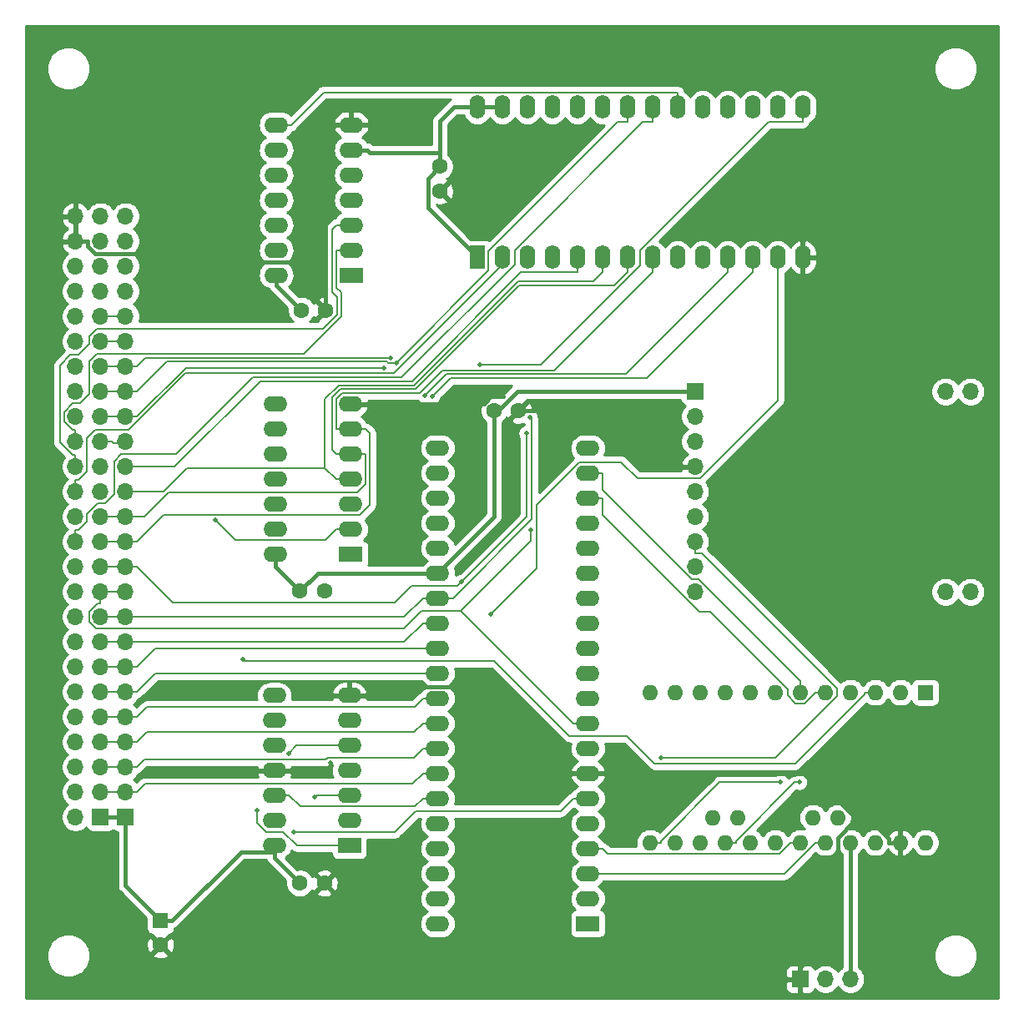
<source format=gtl>
G04 #@! TF.GenerationSoftware,KiCad,Pcbnew,(5.1.9)-1*
G04 #@! TF.CreationDate,2022-06-24T16:27:56+09:00*
G04 #@! TF.ProjectId,PC-8001_SD,50432d38-3030-4315-9f53-442e6b696361,rev?*
G04 #@! TF.SameCoordinates,PX53920b0PY93c3260*
G04 #@! TF.FileFunction,Copper,L1,Top*
G04 #@! TF.FilePolarity,Positive*
%FSLAX46Y46*%
G04 Gerber Fmt 4.6, Leading zero omitted, Abs format (unit mm)*
G04 Created by KiCad (PCBNEW (5.1.9)-1) date 2022-06-24 16:27:56*
%MOMM*%
%LPD*%
G01*
G04 APERTURE LIST*
G04 #@! TA.AperFunction,ComponentPad*
%ADD10R,1.700000X1.700000*%
G04 #@! TD*
G04 #@! TA.AperFunction,ComponentPad*
%ADD11O,1.700000X1.700000*%
G04 #@! TD*
G04 #@! TA.AperFunction,ComponentPad*
%ADD12C,1.600000*%
G04 #@! TD*
G04 #@! TA.AperFunction,ComponentPad*
%ADD13R,1.600000X2.400000*%
G04 #@! TD*
G04 #@! TA.AperFunction,ComponentPad*
%ADD14O,1.600000X2.400000*%
G04 #@! TD*
G04 #@! TA.AperFunction,ComponentPad*
%ADD15R,2.400000X1.600000*%
G04 #@! TD*
G04 #@! TA.AperFunction,ComponentPad*
%ADD16O,2.400000X1.600000*%
G04 #@! TD*
G04 #@! TA.AperFunction,ComponentPad*
%ADD17R,1.600000X1.600000*%
G04 #@! TD*
G04 #@! TA.AperFunction,ComponentPad*
%ADD18O,1.600000X1.600000*%
G04 #@! TD*
G04 #@! TA.AperFunction,ViaPad*
%ADD19C,0.500000*%
G04 #@! TD*
G04 #@! TA.AperFunction,Conductor*
%ADD20C,0.400000*%
G04 #@! TD*
G04 #@! TA.AperFunction,Conductor*
%ADD21C,0.200000*%
G04 #@! TD*
G04 #@! TA.AperFunction,Conductor*
%ADD22C,0.254000*%
G04 #@! TD*
G04 #@! TA.AperFunction,Conductor*
%ADD23C,0.100000*%
G04 #@! TD*
G04 APERTURE END LIST*
D10*
X68580000Y62230000D03*
D11*
X68580000Y59690000D03*
X68580000Y57150000D03*
X68580000Y54610000D03*
X68580000Y52070000D03*
X68580000Y49530000D03*
X68580000Y46990000D03*
X68580000Y44450000D03*
X68580000Y41910000D03*
X96520000Y41910000D03*
X93980000Y41910000D03*
X96520000Y62230000D03*
X93980000Y62230000D03*
D12*
X48170000Y60300000D03*
X50670000Y60300000D03*
D13*
X46480000Y75835000D03*
D14*
X79500000Y91075000D03*
X49020000Y75835000D03*
X76960000Y91075000D03*
X51560000Y75835000D03*
X74420000Y91075000D03*
X54100000Y75835000D03*
X71880000Y91075000D03*
X56640000Y75835000D03*
X69340000Y91075000D03*
X59180000Y75835000D03*
X66800000Y91075000D03*
X61720000Y75835000D03*
X64260000Y91075000D03*
X64260000Y75835000D03*
X61720000Y91075000D03*
X66800000Y75835000D03*
X59180000Y91075000D03*
X69340000Y75835000D03*
X56640000Y91075000D03*
X71880000Y75835000D03*
X54100000Y91075000D03*
X74420000Y75835000D03*
X51560000Y91075000D03*
X76960000Y75835000D03*
X49020000Y91075000D03*
X79500000Y75835000D03*
X46480000Y91075000D03*
D15*
X57695000Y8230000D03*
D16*
X42455000Y56490000D03*
X57695000Y10770000D03*
X42455000Y53950000D03*
X57695000Y13310000D03*
X42455000Y51410000D03*
X57695000Y15850000D03*
X42455000Y48870000D03*
X57695000Y18390000D03*
X42455000Y46330000D03*
X57695000Y20930000D03*
X42455000Y43790000D03*
X57695000Y23470000D03*
X42455000Y41250000D03*
X57695000Y26010000D03*
X42455000Y38710000D03*
X57695000Y28550000D03*
X42455000Y36170000D03*
X57695000Y31090000D03*
X42455000Y33630000D03*
X57695000Y33630000D03*
X42455000Y31090000D03*
X57695000Y36170000D03*
X42455000Y28550000D03*
X57695000Y38710000D03*
X42455000Y26010000D03*
X57695000Y41250000D03*
X42455000Y23470000D03*
X57695000Y43790000D03*
X42455000Y20930000D03*
X57695000Y46330000D03*
X42455000Y18390000D03*
X57695000Y48870000D03*
X42455000Y15850000D03*
X57695000Y51410000D03*
X42455000Y13310000D03*
X57695000Y53950000D03*
X42455000Y10770000D03*
X57695000Y56490000D03*
X42455000Y8230000D03*
D12*
X42670000Y85060000D03*
X42670000Y82560000D03*
D17*
X14335000Y8570000D03*
D12*
X14335000Y6070000D03*
D17*
X91935000Y31710000D03*
D18*
X89395000Y31710000D03*
X86855000Y31710000D03*
X63995000Y16470000D03*
X84315000Y31710000D03*
X66535000Y16470000D03*
X81775000Y31710000D03*
X69075000Y16470000D03*
X79235000Y31710000D03*
X71615000Y16470000D03*
X76695000Y31710000D03*
X74155000Y16470000D03*
X74155000Y31710000D03*
X76695000Y16470000D03*
X71615000Y31710000D03*
X79235000Y16470000D03*
X69075000Y31710000D03*
X81775000Y16470000D03*
X66535000Y31710000D03*
X84315000Y16470000D03*
X63995000Y31710000D03*
X86855000Y16470000D03*
X89395000Y16470000D03*
X91935000Y16470000D03*
X83045000Y19010000D03*
X80505000Y19010000D03*
X72885000Y19010000D03*
X70345000Y19010000D03*
D12*
X30965000Y12345000D03*
X28465000Y12345000D03*
X28488000Y41974000D03*
X30988000Y41974000D03*
X31115000Y70485000D03*
X28615000Y70485000D03*
D16*
X25885000Y16155000D03*
X33505000Y31395000D03*
X25885000Y18695000D03*
X33505000Y28855000D03*
X25885000Y21235000D03*
X33505000Y26315000D03*
X25885000Y23775000D03*
X33505000Y23775000D03*
X25885000Y26315000D03*
X33505000Y21235000D03*
X25885000Y28855000D03*
X33505000Y18695000D03*
X25885000Y31395000D03*
D15*
X33505000Y16155000D03*
X33700000Y74045000D03*
D16*
X26080000Y89285000D03*
X33700000Y76585000D03*
X26080000Y86745000D03*
X33700000Y79125000D03*
X26080000Y84205000D03*
X33700000Y81665000D03*
X26080000Y81665000D03*
X33700000Y84205000D03*
X26080000Y79125000D03*
X33700000Y86745000D03*
X26080000Y76585000D03*
X33700000Y89285000D03*
X26080000Y74045000D03*
D10*
X8255000Y19050000D03*
D11*
X5715000Y19050000D03*
X8255000Y21590000D03*
X5715000Y21590000D03*
X8255000Y24130000D03*
X5715000Y24130000D03*
X8255000Y26670000D03*
X5715000Y26670000D03*
X8255000Y29210000D03*
X5715000Y29210000D03*
X8255000Y31750000D03*
X5715000Y31750000D03*
X8255000Y34290000D03*
X5715000Y34290000D03*
X8255000Y36830000D03*
X5715000Y36830000D03*
X8255000Y39370000D03*
X5715000Y39370000D03*
X8255000Y41910000D03*
X5715000Y41910000D03*
X8255000Y44450000D03*
X5715000Y44450000D03*
X8255000Y46990000D03*
X5715000Y46990000D03*
X8255000Y49530000D03*
X5715000Y49530000D03*
X8255000Y52070000D03*
X5715000Y52070000D03*
X8255000Y54610000D03*
X5715000Y54610000D03*
X8255000Y57150000D03*
X5715000Y57150000D03*
X8255000Y59690000D03*
X5715000Y59690000D03*
X8255000Y62230000D03*
X5715000Y62230000D03*
X8255000Y64770000D03*
X5715000Y64770000D03*
X8255000Y67310000D03*
X5715000Y67310000D03*
X8255000Y69850000D03*
X5715000Y69850000D03*
X8255000Y72390000D03*
X5715000Y72390000D03*
X8255000Y74930000D03*
X5715000Y74930000D03*
X8255000Y77470000D03*
X5715000Y77470000D03*
X8255000Y80010000D03*
X5715000Y80010000D03*
D10*
X10795000Y19050000D03*
D11*
X10795000Y21590000D03*
X10795000Y24130000D03*
X10795000Y26670000D03*
X10795000Y29210000D03*
X10795000Y31750000D03*
X10795000Y34290000D03*
X10795000Y36830000D03*
X10795000Y39370000D03*
X10795000Y41910000D03*
X10795000Y44450000D03*
X10795000Y46990000D03*
X10795000Y49530000D03*
X10795000Y52070000D03*
X10795000Y54610000D03*
X10795000Y57150000D03*
X10795000Y59690000D03*
X10795000Y62230000D03*
X10795000Y64770000D03*
X10795000Y67310000D03*
X10795000Y69850000D03*
X10795000Y72390000D03*
X10795000Y74930000D03*
X10795000Y77470000D03*
X10795000Y80010000D03*
D10*
X79248000Y2604000D03*
D11*
X81788000Y2604000D03*
X84328000Y2604000D03*
D15*
X33655000Y45720000D03*
D16*
X26035000Y60960000D03*
X33655000Y48260000D03*
X26035000Y58420000D03*
X33655000Y50800000D03*
X26035000Y55880000D03*
X33655000Y53340000D03*
X26035000Y53340000D03*
X33655000Y55880000D03*
X26035000Y50800000D03*
X33655000Y58420000D03*
X26035000Y48260000D03*
X33655000Y60960000D03*
X26035000Y45720000D03*
D19*
X31574000Y24557700D03*
X49079500Y61691900D03*
X30965000Y23585700D03*
X79146400Y22583000D03*
X65105000Y25035600D03*
X77247500Y22583000D03*
X41177000Y61773200D03*
X41915100Y61717200D03*
X47806800Y39632500D03*
X46750100Y64942300D03*
X29996500Y21055400D03*
X51781400Y59640700D03*
X51901900Y48148600D03*
X51452500Y57991000D03*
X44880200Y42943400D03*
X19919300Y49176000D03*
X37041400Y64648700D03*
X27328700Y25486800D03*
X38249600Y65129000D03*
X22662300Y35093000D03*
X37687100Y65651900D03*
X24148900Y19728900D03*
X27903700Y17508300D03*
D20*
X25885000Y15540000D02*
X25885000Y14925000D01*
X25885000Y14925000D02*
X28465000Y12345000D01*
X42455000Y43790000D02*
X30304000Y43790000D01*
X30304000Y43790000D02*
X28488000Y41974000D01*
X48170000Y60300000D02*
X48170000Y49505000D01*
X48170000Y49505000D02*
X42455000Y43790000D01*
X26035000Y45720000D02*
X26035000Y44426000D01*
X26035000Y44426000D02*
X28488000Y41974000D01*
X33700000Y86745000D02*
X35300300Y86745000D01*
X42670000Y86460000D02*
X35585300Y86460000D01*
X35585300Y86460000D02*
X35300300Y86745000D01*
X42670000Y86460000D02*
X42670000Y85060000D01*
X46480000Y91075000D02*
X44085000Y91075000D01*
X44085000Y91075000D02*
X42670000Y89660000D01*
X42670000Y89660000D02*
X42670000Y86460000D01*
X42670000Y85060000D02*
X41470000Y83860000D01*
X41470000Y83860000D02*
X41470000Y80845000D01*
X41470000Y80845000D02*
X46480000Y75835000D01*
X14335000Y8570000D02*
X15535300Y8570000D01*
X25885000Y15540000D02*
X22505300Y15540000D01*
X22505300Y15540000D02*
X15535300Y8570000D01*
X25885000Y16155000D02*
X25885000Y15540000D01*
X48170000Y60300000D02*
X48607300Y60300000D01*
X48607300Y60300000D02*
X50537300Y62230000D01*
X50537300Y62230000D02*
X67329700Y62230000D01*
X68580000Y62230000D02*
X67329700Y62230000D01*
X84315000Y16470000D02*
X84315000Y2616000D01*
X84315000Y2616000D02*
X84328000Y2604000D01*
X10795000Y19050000D02*
X10795000Y12110000D01*
X10795000Y12110000D02*
X14335000Y8570000D01*
X49020000Y91075000D02*
X46480000Y91075000D01*
X8255000Y19050000D02*
X10795000Y19050000D01*
X26080000Y74045000D02*
X26080000Y73020000D01*
X26080000Y73020000D02*
X28615000Y70485000D01*
X57695000Y23470000D02*
X56094700Y23470000D01*
X33505000Y31395000D02*
X35105300Y31395000D01*
X35105300Y31395000D02*
X36010000Y32299700D01*
X36010000Y32299700D02*
X47265000Y32299700D01*
X47265000Y32299700D02*
X56094700Y23470000D01*
X31115000Y75370300D02*
X31115000Y88300300D01*
X31115000Y88300300D02*
X32099700Y89285000D01*
X31115000Y70485000D02*
X31115000Y75370300D01*
X31115000Y75370300D02*
X18835900Y75370300D01*
X18835900Y75370300D02*
X18006200Y76200000D01*
X18006200Y76200000D02*
X7717200Y76200000D01*
X7717200Y76200000D02*
X6965300Y76951900D01*
X6965300Y76951900D02*
X6965300Y77470000D01*
X5715000Y77470000D02*
X6965300Y77470000D01*
X57695000Y23470000D02*
X80384800Y23470000D01*
X80384800Y23470000D02*
X84698100Y19156700D01*
X84698100Y19156700D02*
X84698100Y18618000D01*
X31574000Y24557700D02*
X31574000Y24194700D01*
X31574000Y24194700D02*
X30965000Y23585700D01*
X27485300Y23775000D02*
X27674600Y23585700D01*
X27674600Y23585700D02*
X30965000Y23585700D01*
X33700000Y89285000D02*
X32099700Y89285000D01*
X35255300Y60960000D02*
X47128600Y60960000D01*
X47128600Y60960000D02*
X47860500Y61691900D01*
X47860500Y61691900D02*
X49079500Y61691900D01*
X68580000Y54610000D02*
X67329700Y54610000D01*
X50670000Y60300000D02*
X61639700Y60300000D01*
X61639700Y60300000D02*
X67329700Y54610000D01*
X33655000Y60960000D02*
X35255300Y60960000D01*
X84698100Y18618000D02*
X83045000Y16964900D01*
X83045000Y16964900D02*
X83045000Y7651300D01*
X83045000Y7651300D02*
X79248000Y3854300D01*
X88194700Y16470000D02*
X88194700Y16845100D01*
X88194700Y16845100D02*
X86421800Y18618000D01*
X86421800Y18618000D02*
X84698100Y18618000D01*
X79248000Y2604000D02*
X79248000Y3854300D01*
X25885000Y23775000D02*
X27485300Y23775000D01*
X89395000Y16470000D02*
X88194700Y16470000D01*
D21*
X71615000Y16470000D02*
X72715300Y16470000D01*
X72715300Y16470000D02*
X72715300Y16639400D01*
X72715300Y16639400D02*
X78658900Y22583000D01*
X78658900Y22583000D02*
X79146400Y22583000D01*
X68580000Y45839700D02*
X69225100Y45839700D01*
X69225100Y45839700D02*
X82954100Y32110700D01*
X82954100Y32110700D02*
X82954100Y31305700D01*
X82954100Y31305700D02*
X76684100Y25035700D01*
X76684100Y25035700D02*
X65105000Y25035700D01*
X65105000Y25035700D02*
X65105000Y25035600D01*
X68580000Y46990000D02*
X68580000Y45839700D01*
X63995000Y16470000D02*
X65095300Y16470000D01*
X65095300Y16470000D02*
X65095300Y16607500D01*
X65095300Y16607500D02*
X71070800Y22583000D01*
X71070800Y22583000D02*
X77247500Y22583000D01*
X40954700Y20930000D02*
X40139500Y20114800D01*
X40139500Y20114800D02*
X28505500Y20114800D01*
X28505500Y20114800D02*
X27385300Y21235000D01*
X42455000Y20930000D02*
X40954700Y20930000D01*
X25885000Y21235000D02*
X27385300Y21235000D01*
X10795000Y21590000D02*
X11945300Y21590000D01*
X11945300Y21590000D02*
X12758700Y22403400D01*
X12758700Y22403400D02*
X39888100Y22403400D01*
X39888100Y22403400D02*
X40954700Y23470000D01*
X8255000Y21590000D02*
X10795000Y21590000D01*
X42455000Y23470000D02*
X40954700Y23470000D01*
X41177000Y61773200D02*
X43395500Y63991700D01*
X43395500Y63991700D02*
X61537000Y63991700D01*
X61537000Y63991700D02*
X71880000Y74334700D01*
X71880000Y75835000D02*
X71880000Y74334700D01*
X40954700Y26010000D02*
X40052700Y25108000D01*
X40052700Y25108000D02*
X31346100Y25108000D01*
X31346100Y25108000D02*
X31113400Y24875300D01*
X31113400Y24875300D02*
X12690600Y24875300D01*
X12690600Y24875300D02*
X11945300Y24130000D01*
X41915100Y61717200D02*
X43789300Y63591400D01*
X43789300Y63591400D02*
X63676700Y63591400D01*
X63676700Y63591400D02*
X74420000Y74334700D01*
X42455000Y26010000D02*
X40954700Y26010000D01*
X10795000Y24130000D02*
X11945300Y24130000D01*
X8255000Y24130000D02*
X10795000Y24130000D01*
X74420000Y75835000D02*
X74420000Y74334700D01*
X42455000Y28550000D02*
X40954700Y28550000D01*
X10795000Y26670000D02*
X11945300Y26670000D01*
X11945300Y26670000D02*
X12952800Y27677500D01*
X12952800Y27677500D02*
X40082200Y27677500D01*
X40082200Y27677500D02*
X40954700Y28550000D01*
X8255000Y26670000D02*
X10795000Y26670000D01*
X47806800Y39632500D02*
X52486400Y44312100D01*
X52486400Y44312100D02*
X52486400Y50700100D01*
X52486400Y50700100D02*
X56859200Y55072900D01*
X56859200Y55072900D02*
X61068500Y55072900D01*
X61068500Y55072900D02*
X62706700Y53434700D01*
X62706700Y53434700D02*
X69067300Y53434700D01*
X69067300Y53434700D02*
X76960000Y61327400D01*
X76960000Y61327400D02*
X76960000Y75835000D01*
X42455000Y31090000D02*
X40954700Y31090000D01*
X10795000Y29210000D02*
X11945300Y29210000D01*
X11945300Y29210000D02*
X12975700Y30240400D01*
X12975700Y30240400D02*
X40105100Y30240400D01*
X40105100Y30240400D02*
X40954700Y31090000D01*
X8255000Y29210000D02*
X10795000Y29210000D01*
X79500000Y91075000D02*
X79500000Y89574700D01*
X79500000Y89574700D02*
X76001300Y89574700D01*
X76001300Y89574700D02*
X62990000Y76563400D01*
X62990000Y76563400D02*
X62990000Y75038200D01*
X62990000Y75038200D02*
X52894100Y64942300D01*
X52894100Y64942300D02*
X46750100Y64942300D01*
X11945300Y31750000D02*
X13825300Y33630000D01*
X13825300Y33630000D02*
X40954700Y33630000D01*
X42455000Y33630000D02*
X40954700Y33630000D01*
X10795000Y31750000D02*
X11945300Y31750000D01*
X8255000Y31750000D02*
X10795000Y31750000D01*
X33505000Y21235000D02*
X30176100Y21235000D01*
X30176100Y21235000D02*
X29996500Y21055400D01*
X42021500Y36170000D02*
X42455000Y36170000D01*
X42021500Y36170000D02*
X40954700Y36170000D01*
X40954700Y36170000D02*
X13825300Y36170000D01*
X13825300Y36170000D02*
X11945300Y34290000D01*
X10795000Y34290000D02*
X11945300Y34290000D01*
X8255000Y34290000D02*
X10795000Y34290000D01*
X10795000Y36830000D02*
X8255000Y36830000D01*
X40954700Y38710000D02*
X39074700Y36830000D01*
X39074700Y36830000D02*
X10795000Y36830000D01*
X42455000Y38710000D02*
X40954700Y38710000D01*
X42455000Y41250000D02*
X44008000Y41250000D01*
X44008000Y41250000D02*
X52002800Y49244800D01*
X52002800Y49244800D02*
X52002800Y59419300D01*
X52002800Y59419300D02*
X51781400Y59640700D01*
X42455000Y41250000D02*
X40954700Y41250000D01*
X10795000Y39370000D02*
X11945300Y39370000D01*
X11945300Y39370000D02*
X39074700Y39370000D01*
X39074700Y39370000D02*
X40954700Y41250000D01*
X8255000Y39370000D02*
X10795000Y39370000D01*
X44786900Y39957800D02*
X51901900Y47072800D01*
X51901900Y47072800D02*
X51901900Y48148600D01*
X8255000Y41910000D02*
X8255000Y40759700D01*
X8255000Y40759700D02*
X7967400Y40759700D01*
X7967400Y40759700D02*
X7104600Y39896900D01*
X7104600Y39896900D02*
X7104600Y38876500D01*
X7104600Y38876500D02*
X7784000Y38197100D01*
X7784000Y38197100D02*
X39026700Y38197100D01*
X39026700Y38197100D02*
X40787400Y39957800D01*
X40787400Y39957800D02*
X44786900Y39957800D01*
X8255000Y41910000D02*
X10795000Y41910000D01*
X44786900Y39957800D02*
X56194700Y28550000D01*
X57695000Y28550000D02*
X56194700Y28550000D01*
X44880200Y42943400D02*
X51452500Y49515700D01*
X51452500Y49515700D02*
X51452500Y57991000D01*
X10795000Y44450000D02*
X11945300Y44450000D01*
X11945300Y44450000D02*
X15547300Y40848000D01*
X15547300Y40848000D02*
X38100700Y40848000D01*
X38100700Y40848000D02*
X39772700Y42520000D01*
X39772700Y42520000D02*
X44456800Y42520000D01*
X44456800Y42520000D02*
X44880200Y42943400D01*
X8255000Y44450000D02*
X10795000Y44450000D01*
X32154700Y58420000D02*
X32154700Y61451000D01*
X32154700Y61451000D02*
X32768500Y62064800D01*
X32768500Y62064800D02*
X40635300Y62064800D01*
X40635300Y62064800D02*
X42962500Y64392000D01*
X42962500Y64392000D02*
X54317300Y64392000D01*
X54317300Y64392000D02*
X64260000Y74334700D01*
X35155300Y58420000D02*
X35556700Y58018600D01*
X35556700Y58018600D02*
X35556700Y50710600D01*
X35556700Y50710600D02*
X34518000Y49671900D01*
X34518000Y49671900D02*
X22944700Y49671900D01*
X22944700Y49671900D02*
X22890300Y49726300D01*
X22890300Y49726300D02*
X14681600Y49726300D01*
X14681600Y49726300D02*
X11945300Y46990000D01*
X33655000Y58420000D02*
X35155300Y58420000D01*
X33655000Y58420000D02*
X32154700Y58420000D01*
X10795000Y46990000D02*
X11945300Y46990000D01*
X64260000Y75835000D02*
X64260000Y74334700D01*
X8255000Y46990000D02*
X10795000Y46990000D01*
X5715000Y48140300D02*
X6002700Y48140300D01*
X6002700Y48140300D02*
X6865300Y49002900D01*
X6865300Y49002900D02*
X6865300Y49828800D01*
X6865300Y49828800D02*
X7956100Y50919600D01*
X7956100Y50919600D02*
X8740600Y50919600D01*
X8740600Y50919600D02*
X9644600Y51823600D01*
X9644600Y51823600D02*
X9644600Y55148100D01*
X9644600Y55148100D02*
X10376500Y55880000D01*
X10376500Y55880000D02*
X15932100Y55880000D01*
X15932100Y55880000D02*
X23718200Y63666100D01*
X23718200Y63666100D02*
X38821700Y63666100D01*
X38821700Y63666100D02*
X50290000Y75134400D01*
X50290000Y75134400D02*
X50290000Y76582900D01*
X50290000Y76582900D02*
X63281800Y89574700D01*
X63281800Y89574700D02*
X64260000Y89574700D01*
X64260000Y91075000D02*
X64260000Y89574700D01*
X5715000Y46990000D02*
X5715000Y48140300D01*
X32154700Y55880000D02*
X31741200Y56293500D01*
X31741200Y56293500D02*
X31741200Y61609600D01*
X31741200Y61609600D02*
X32596800Y62465200D01*
X32596800Y62465200D02*
X40186700Y62465200D01*
X40186700Y62465200D02*
X50703100Y72981600D01*
X50703100Y72981600D02*
X60366900Y72981600D01*
X60366900Y72981600D02*
X61720000Y74334700D01*
X33655000Y55880000D02*
X32154700Y55880000D01*
X33655000Y55880000D02*
X35155300Y55880000D01*
X35155300Y55880000D02*
X35155300Y52832700D01*
X35155300Y52832700D02*
X34322900Y52000300D01*
X34322900Y52000300D02*
X15144500Y52000300D01*
X15144500Y52000300D02*
X12674200Y49530000D01*
X12674200Y49530000D02*
X10795000Y49530000D01*
X61720000Y75835000D02*
X61720000Y74334700D01*
X8255000Y49530000D02*
X10795000Y49530000D01*
X31014000Y54480700D02*
X31014000Y61452500D01*
X31014000Y61452500D02*
X32427000Y62865500D01*
X32427000Y62865500D02*
X40020700Y62865500D01*
X40020700Y62865500D02*
X50609100Y73453900D01*
X50609100Y73453900D02*
X58299200Y73453900D01*
X58299200Y73453900D02*
X59180000Y74334700D01*
X31014000Y54480700D02*
X17058600Y54480700D01*
X17058600Y54480700D02*
X14647900Y52070000D01*
X14647900Y52070000D02*
X10795000Y52070000D01*
X32154700Y53340000D02*
X31014000Y54480700D01*
X59180000Y75835000D02*
X59180000Y74334700D01*
X33655000Y53340000D02*
X32154700Y53340000D01*
X5715000Y53220300D02*
X6002700Y53220300D01*
X6002700Y53220300D02*
X6865300Y54082900D01*
X6865300Y54082900D02*
X6865300Y57475000D01*
X6865300Y57475000D02*
X7690700Y58300400D01*
X7690700Y58300400D02*
X11122000Y58300400D01*
X11122000Y58300400D02*
X16895800Y64074200D01*
X16895800Y64074200D02*
X37980100Y64074200D01*
X37980100Y64074200D02*
X49020000Y75114100D01*
X49020000Y75114100D02*
X49020000Y75835000D01*
X5715000Y52070000D02*
X5715000Y53220300D01*
X10795000Y54610000D02*
X15794300Y54610000D01*
X15794300Y54610000D02*
X24450100Y63265800D01*
X24450100Y63265800D02*
X39854900Y63265800D01*
X39854900Y63265800D02*
X50923800Y74334700D01*
X50923800Y74334700D02*
X56640000Y74334700D01*
X56640000Y75835000D02*
X56640000Y74334700D01*
X33700000Y79125000D02*
X32199700Y79125000D01*
X5715000Y54610000D02*
X5715000Y55760300D01*
X5715000Y55760300D02*
X5427400Y55760300D01*
X5427400Y55760300D02*
X4144500Y57043200D01*
X4144500Y57043200D02*
X4144500Y64875300D01*
X4144500Y64875300D02*
X5189600Y65920400D01*
X5189600Y65920400D02*
X5989600Y65920400D01*
X5989600Y65920400D02*
X7104600Y67035400D01*
X7104600Y67035400D02*
X7104600Y67807800D01*
X7104600Y67807800D02*
X7876800Y68580000D01*
X7876800Y68580000D02*
X30814200Y68580000D01*
X30814200Y68580000D02*
X32268900Y70034700D01*
X32268900Y70034700D02*
X32268900Y71828000D01*
X32268900Y71828000D02*
X31776600Y72320300D01*
X31776600Y72320300D02*
X31776600Y78701900D01*
X31776600Y78701900D02*
X32199700Y79125000D01*
X32154700Y48260000D02*
X31043500Y47148800D01*
X31043500Y47148800D02*
X21946500Y47148800D01*
X21946500Y47148800D02*
X19919300Y49176000D01*
X33655000Y48260000D02*
X32154700Y48260000D01*
X8255000Y57150000D02*
X9405300Y57150000D01*
X10795000Y57006300D02*
X9549000Y57006300D01*
X9549000Y57006300D02*
X9405300Y57150000D01*
X10795000Y57150000D02*
X10795000Y57006300D01*
X5715000Y58300300D02*
X5427400Y58300300D01*
X5427400Y58300300D02*
X4544900Y59182800D01*
X4544900Y59182800D02*
X4544900Y60158300D01*
X4544900Y60158300D02*
X5466200Y61079600D01*
X5466200Y61079600D02*
X6225700Y61079600D01*
X6225700Y61079600D02*
X7104600Y61958500D01*
X7104600Y61958500D02*
X7104600Y65289300D01*
X7104600Y65289300D02*
X7902700Y66087400D01*
X7902700Y66087400D02*
X28887700Y66087400D01*
X28887700Y66087400D02*
X32669200Y69868900D01*
X32669200Y69868900D02*
X32669200Y72276700D01*
X32669200Y72276700D02*
X32199700Y72746200D01*
X32199700Y72746200D02*
X32199700Y76585000D01*
X33700000Y76585000D02*
X32199700Y76585000D01*
X5715000Y57150000D02*
X5715000Y58300300D01*
X10795000Y59690000D02*
X11945300Y59690000D01*
X11945300Y59690000D02*
X16903900Y64648600D01*
X16903900Y64648600D02*
X37041400Y64648600D01*
X37041400Y64648600D02*
X37041400Y64648700D01*
X8255000Y59690000D02*
X10795000Y59690000D01*
X32004700Y26315000D02*
X28156900Y26315000D01*
X28156900Y26315000D02*
X27328700Y25486800D01*
X33505000Y26315000D02*
X32004700Y26315000D01*
X11945300Y62230000D02*
X14960700Y65245400D01*
X14960700Y65245400D02*
X37315400Y65245400D01*
X37315400Y65245400D02*
X37459200Y65101600D01*
X37459200Y65101600D02*
X38222200Y65101600D01*
X38222200Y65101600D02*
X38249600Y65129000D01*
X38249600Y65129000D02*
X47608400Y74487800D01*
X47608400Y74487800D02*
X47608400Y76441300D01*
X47608400Y76441300D02*
X60741800Y89574700D01*
X60741800Y89574700D02*
X61720000Y89574700D01*
X61720000Y91075000D02*
X61720000Y89574700D01*
X10795000Y62230000D02*
X11945300Y62230000D01*
X8255000Y62230000D02*
X10795000Y62230000D01*
X86855000Y31710000D02*
X85754700Y31710000D01*
X22662300Y35093000D02*
X22855300Y34900000D01*
X22855300Y34900000D02*
X48201700Y34900000D01*
X48201700Y34900000D02*
X55821700Y27280000D01*
X55821700Y27280000D02*
X61671800Y27280000D01*
X61671800Y27280000D02*
X64476900Y24474900D01*
X64476900Y24474900D02*
X78747600Y24474900D01*
X78747600Y24474900D02*
X85754700Y31482000D01*
X85754700Y31482000D02*
X85754700Y31710000D01*
X11945300Y64770000D02*
X12827200Y65651900D01*
X12827200Y65651900D02*
X37687100Y65651900D01*
X10795000Y64770000D02*
X11945300Y64770000D01*
X8255000Y64770000D02*
X10795000Y64770000D01*
X33505000Y16155000D02*
X28209400Y16155000D01*
X28209400Y16155000D02*
X26797700Y17566700D01*
X26797700Y17566700D02*
X25046200Y17566700D01*
X25046200Y17566700D02*
X24148900Y18464000D01*
X24148900Y18464000D02*
X24148900Y19728900D01*
X10795000Y67310000D02*
X8255000Y67310000D01*
X10795000Y69850000D02*
X8255000Y69850000D01*
X56194700Y20930000D02*
X54924700Y19660000D01*
X54924700Y19660000D02*
X40251000Y19660000D01*
X40251000Y19660000D02*
X38099300Y17508300D01*
X38099300Y17508300D02*
X27903700Y17508300D01*
X57695000Y20930000D02*
X56194700Y20930000D01*
X66800000Y91075000D02*
X66800000Y92575300D01*
X26080000Y89285000D02*
X27580300Y89285000D01*
X27580300Y89285000D02*
X30870600Y92575300D01*
X30870600Y92575300D02*
X66800000Y92575300D01*
X81775000Y16470000D02*
X80674700Y16470000D01*
X80674700Y16470000D02*
X80674700Y16332500D01*
X80674700Y16332500D02*
X77652200Y13310000D01*
X77652200Y13310000D02*
X57695000Y13310000D01*
X57695000Y15850000D02*
X59195300Y15850000D01*
X79235000Y16470000D02*
X78134700Y16470000D01*
X78134700Y16470000D02*
X78134700Y16332500D01*
X78134700Y16332500D02*
X77149200Y15347000D01*
X77149200Y15347000D02*
X59698300Y15347000D01*
X59698300Y15347000D02*
X59195300Y15850000D01*
X80674700Y31710000D02*
X80674700Y31572500D01*
X80674700Y31572500D02*
X79708400Y30606200D01*
X79708400Y30606200D02*
X78758800Y30606200D01*
X78758800Y30606200D02*
X77965000Y31400000D01*
X77965000Y31400000D02*
X77965000Y32017000D01*
X77965000Y32017000D02*
X70104300Y39877700D01*
X70104300Y39877700D02*
X68982800Y39877700D01*
X68982800Y39877700D02*
X59195300Y49665200D01*
X59195300Y49665200D02*
X59195300Y51410000D01*
X57695000Y51410000D02*
X59195300Y51410000D01*
X81775000Y31710000D02*
X80674700Y31710000D01*
X57695000Y53950000D02*
X59195300Y53950000D01*
X79235000Y31710000D02*
X79235000Y32887900D01*
X79235000Y32887900D02*
X68942900Y43180000D01*
X68942900Y43180000D02*
X68220500Y43180000D01*
X68220500Y43180000D02*
X59195300Y52205200D01*
X59195300Y52205200D02*
X59195300Y53950000D01*
D22*
X99340000Y660000D02*
X660000Y660000D01*
X660000Y1754000D01*
X77759928Y1754000D01*
X77772188Y1629518D01*
X77808498Y1509820D01*
X77867463Y1399506D01*
X77946815Y1302815D01*
X78043506Y1223463D01*
X78153820Y1164498D01*
X78273518Y1128188D01*
X78398000Y1115928D01*
X78962250Y1119000D01*
X79121000Y1277750D01*
X79121000Y2477000D01*
X77921750Y2477000D01*
X77763000Y2318250D01*
X77759928Y1754000D01*
X660000Y1754000D01*
X660000Y5220128D01*
X2765000Y5220128D01*
X2765000Y4779872D01*
X2850890Y4348075D01*
X3019369Y3941331D01*
X3263962Y3575271D01*
X3575271Y3263962D01*
X3941331Y3019369D01*
X4348075Y2850890D01*
X4779872Y2765000D01*
X5220128Y2765000D01*
X5651925Y2850890D01*
X6058669Y3019369D01*
X6424729Y3263962D01*
X6614767Y3454000D01*
X77759928Y3454000D01*
X77763000Y2889750D01*
X77921750Y2731000D01*
X79121000Y2731000D01*
X79121000Y3930250D01*
X78962250Y4089000D01*
X78398000Y4092072D01*
X78273518Y4079812D01*
X78153820Y4043502D01*
X78043506Y3984537D01*
X77946815Y3905185D01*
X77867463Y3808494D01*
X77808498Y3698180D01*
X77772188Y3578482D01*
X77759928Y3454000D01*
X6614767Y3454000D01*
X6736038Y3575271D01*
X6980631Y3941331D01*
X7149110Y4348075D01*
X7235000Y4779872D01*
X7235000Y5077298D01*
X13521903Y5077298D01*
X13593486Y4833329D01*
X13848996Y4712429D01*
X14123184Y4643700D01*
X14405512Y4629783D01*
X14685130Y4671213D01*
X14951292Y4766397D01*
X15076514Y4833329D01*
X15148097Y5077298D01*
X14335000Y5890395D01*
X13521903Y5077298D01*
X7235000Y5077298D01*
X7235000Y5220128D01*
X7149110Y5651925D01*
X7005145Y5999488D01*
X12894783Y5999488D01*
X12936213Y5719870D01*
X13031397Y5453708D01*
X13098329Y5328486D01*
X13342298Y5256903D01*
X14155395Y6070000D01*
X14514605Y6070000D01*
X15327702Y5256903D01*
X15571671Y5328486D01*
X15692571Y5583996D01*
X15761300Y5858184D01*
X15775217Y6140512D01*
X15733787Y6420130D01*
X15638603Y6686292D01*
X15571671Y6811514D01*
X15327702Y6883097D01*
X14514605Y6070000D01*
X14155395Y6070000D01*
X13342298Y6883097D01*
X13098329Y6811514D01*
X12977429Y6556004D01*
X12908700Y6281816D01*
X12894783Y5999488D01*
X7005145Y5999488D01*
X6980631Y6058669D01*
X6736038Y6424729D01*
X6424729Y6736038D01*
X6058669Y6980631D01*
X5651925Y7149110D01*
X5220128Y7235000D01*
X4779872Y7235000D01*
X4348075Y7149110D01*
X3941331Y6980631D01*
X3575271Y6736038D01*
X3263962Y6424729D01*
X3019369Y6058669D01*
X2850890Y5651925D01*
X2765000Y5220128D01*
X660000Y5220128D01*
X660000Y64875300D01*
X3405944Y64875300D01*
X3409501Y64839185D01*
X3409500Y57079305D01*
X3405944Y57043200D01*
X3420135Y56899116D01*
X3462163Y56760568D01*
X3530413Y56632881D01*
X3622262Y56520963D01*
X3650308Y56497946D01*
X4576573Y55571680D01*
X4561525Y55556632D01*
X4399010Y55313411D01*
X4287068Y55043158D01*
X4230000Y54756260D01*
X4230000Y54463740D01*
X4287068Y54176842D01*
X4399010Y53906589D01*
X4561525Y53663368D01*
X4768368Y53456525D01*
X4942760Y53340000D01*
X4768368Y53223475D01*
X4561525Y53016632D01*
X4399010Y52773411D01*
X4287068Y52503158D01*
X4230000Y52216260D01*
X4230000Y51923740D01*
X4287068Y51636842D01*
X4399010Y51366589D01*
X4561525Y51123368D01*
X4768368Y50916525D01*
X4942760Y50800000D01*
X4768368Y50683475D01*
X4561525Y50476632D01*
X4399010Y50233411D01*
X4287068Y49963158D01*
X4230000Y49676260D01*
X4230000Y49383740D01*
X4287068Y49096842D01*
X4399010Y48826589D01*
X4561525Y48583368D01*
X4768368Y48376525D01*
X4942760Y48260000D01*
X4768368Y48143475D01*
X4561525Y47936632D01*
X4399010Y47693411D01*
X4287068Y47423158D01*
X4230000Y47136260D01*
X4230000Y46843740D01*
X4287068Y46556842D01*
X4399010Y46286589D01*
X4561525Y46043368D01*
X4768368Y45836525D01*
X4942760Y45720000D01*
X4768368Y45603475D01*
X4561525Y45396632D01*
X4399010Y45153411D01*
X4287068Y44883158D01*
X4230000Y44596260D01*
X4230000Y44303740D01*
X4287068Y44016842D01*
X4399010Y43746589D01*
X4561525Y43503368D01*
X4768368Y43296525D01*
X4942760Y43180000D01*
X4768368Y43063475D01*
X4561525Y42856632D01*
X4399010Y42613411D01*
X4287068Y42343158D01*
X4230000Y42056260D01*
X4230000Y41763740D01*
X4287068Y41476842D01*
X4399010Y41206589D01*
X4561525Y40963368D01*
X4768368Y40756525D01*
X4942760Y40640000D01*
X4768368Y40523475D01*
X4561525Y40316632D01*
X4399010Y40073411D01*
X4287068Y39803158D01*
X4230000Y39516260D01*
X4230000Y39223740D01*
X4287068Y38936842D01*
X4399010Y38666589D01*
X4561525Y38423368D01*
X4768368Y38216525D01*
X4942760Y38100000D01*
X4768368Y37983475D01*
X4561525Y37776632D01*
X4399010Y37533411D01*
X4287068Y37263158D01*
X4230000Y36976260D01*
X4230000Y36683740D01*
X4287068Y36396842D01*
X4399010Y36126589D01*
X4561525Y35883368D01*
X4768368Y35676525D01*
X4942760Y35560000D01*
X4768368Y35443475D01*
X4561525Y35236632D01*
X4399010Y34993411D01*
X4287068Y34723158D01*
X4230000Y34436260D01*
X4230000Y34143740D01*
X4287068Y33856842D01*
X4399010Y33586589D01*
X4561525Y33343368D01*
X4768368Y33136525D01*
X4942760Y33020000D01*
X4768368Y32903475D01*
X4561525Y32696632D01*
X4399010Y32453411D01*
X4287068Y32183158D01*
X4230000Y31896260D01*
X4230000Y31603740D01*
X4287068Y31316842D01*
X4399010Y31046589D01*
X4561525Y30803368D01*
X4768368Y30596525D01*
X4942760Y30480000D01*
X4768368Y30363475D01*
X4561525Y30156632D01*
X4399010Y29913411D01*
X4287068Y29643158D01*
X4230000Y29356260D01*
X4230000Y29063740D01*
X4287068Y28776842D01*
X4399010Y28506589D01*
X4561525Y28263368D01*
X4768368Y28056525D01*
X4942760Y27940000D01*
X4768368Y27823475D01*
X4561525Y27616632D01*
X4399010Y27373411D01*
X4287068Y27103158D01*
X4230000Y26816260D01*
X4230000Y26523740D01*
X4287068Y26236842D01*
X4399010Y25966589D01*
X4561525Y25723368D01*
X4768368Y25516525D01*
X4942760Y25400000D01*
X4768368Y25283475D01*
X4561525Y25076632D01*
X4399010Y24833411D01*
X4287068Y24563158D01*
X4230000Y24276260D01*
X4230000Y23983740D01*
X4287068Y23696842D01*
X4399010Y23426589D01*
X4561525Y23183368D01*
X4768368Y22976525D01*
X4942760Y22860000D01*
X4768368Y22743475D01*
X4561525Y22536632D01*
X4399010Y22293411D01*
X4287068Y22023158D01*
X4230000Y21736260D01*
X4230000Y21443740D01*
X4287068Y21156842D01*
X4399010Y20886589D01*
X4561525Y20643368D01*
X4768368Y20436525D01*
X4942760Y20320000D01*
X4768368Y20203475D01*
X4561525Y19996632D01*
X4399010Y19753411D01*
X4287068Y19483158D01*
X4230000Y19196260D01*
X4230000Y18903740D01*
X4287068Y18616842D01*
X4399010Y18346589D01*
X4561525Y18103368D01*
X4768368Y17896525D01*
X5011589Y17734010D01*
X5281842Y17622068D01*
X5568740Y17565000D01*
X5861260Y17565000D01*
X6148158Y17622068D01*
X6418411Y17734010D01*
X6661632Y17896525D01*
X6793487Y18028380D01*
X6815498Y17955820D01*
X6874463Y17845506D01*
X6953815Y17748815D01*
X7050506Y17669463D01*
X7160820Y17610498D01*
X7280518Y17574188D01*
X7405000Y17561928D01*
X9105000Y17561928D01*
X9229482Y17574188D01*
X9349180Y17610498D01*
X9459494Y17669463D01*
X9525000Y17723222D01*
X9590506Y17669463D01*
X9700820Y17610498D01*
X9820518Y17574188D01*
X9945000Y17561928D01*
X9960000Y17561928D01*
X9960001Y12151028D01*
X9955960Y12110000D01*
X9972082Y11946312D01*
X10019828Y11788914D01*
X10097364Y11643855D01*
X10097365Y11643854D01*
X10201710Y11516709D01*
X10233574Y11490559D01*
X12896928Y8827204D01*
X12896928Y7770000D01*
X12909188Y7645518D01*
X12945498Y7525820D01*
X13004463Y7415506D01*
X13083815Y7318815D01*
X13180506Y7239463D01*
X13290820Y7180498D01*
X13410518Y7144188D01*
X13535000Y7131928D01*
X13542215Y7131928D01*
X13521903Y7062702D01*
X14335000Y6249605D01*
X15148097Y7062702D01*
X15127785Y7131928D01*
X15135000Y7131928D01*
X15259482Y7144188D01*
X15379180Y7180498D01*
X15489494Y7239463D01*
X15586185Y7318815D01*
X15665537Y7415506D01*
X15724502Y7525820D01*
X15760812Y7645518D01*
X15773027Y7769541D01*
X15856387Y7794828D01*
X16001446Y7872364D01*
X16128591Y7976709D01*
X16154746Y8008579D01*
X22851169Y14705000D01*
X25079164Y14705000D01*
X25109828Y14603913D01*
X25151273Y14526377D01*
X25155848Y14517818D01*
X25187365Y14458854D01*
X25291710Y14331709D01*
X25323574Y14305559D01*
X27048714Y12580418D01*
X27030000Y12486335D01*
X27030000Y12203665D01*
X27085147Y11926426D01*
X27193320Y11665273D01*
X27350363Y11430241D01*
X27550241Y11230363D01*
X27785273Y11073320D01*
X28046426Y10965147D01*
X28323665Y10910000D01*
X28606335Y10910000D01*
X28883574Y10965147D01*
X29144727Y11073320D01*
X29379759Y11230363D01*
X29501694Y11352298D01*
X30151903Y11352298D01*
X30223486Y11108329D01*
X30478996Y10987429D01*
X30753184Y10918700D01*
X31035512Y10904783D01*
X31315130Y10946213D01*
X31581292Y11041397D01*
X31706514Y11108329D01*
X31778097Y11352298D01*
X30965000Y12165395D01*
X30151903Y11352298D01*
X29501694Y11352298D01*
X29579637Y11430241D01*
X29713692Y11630869D01*
X29728329Y11603486D01*
X29972298Y11531903D01*
X30785395Y12345000D01*
X31144605Y12345000D01*
X31957702Y11531903D01*
X32201671Y11603486D01*
X32322571Y11858996D01*
X32391300Y12133184D01*
X32405217Y12415512D01*
X32363787Y12695130D01*
X32268603Y12961292D01*
X32201671Y13086514D01*
X31957702Y13158097D01*
X31144605Y12345000D01*
X30785395Y12345000D01*
X29972298Y13158097D01*
X29728329Y13086514D01*
X29714676Y13057659D01*
X29579637Y13259759D01*
X29501694Y13337702D01*
X30151903Y13337702D01*
X30965000Y12524605D01*
X31778097Y13337702D01*
X31706514Y13581671D01*
X31451004Y13702571D01*
X31176816Y13771300D01*
X30894488Y13785217D01*
X30614870Y13743787D01*
X30348708Y13648603D01*
X30223486Y13581671D01*
X30151903Y13337702D01*
X29501694Y13337702D01*
X29379759Y13459637D01*
X29144727Y13616680D01*
X28883574Y13724853D01*
X28606335Y13780000D01*
X28323665Y13780000D01*
X28229582Y13761286D01*
X27052669Y14938198D01*
X27086101Y14956068D01*
X27304608Y15135392D01*
X27483932Y15353899D01*
X27617182Y15603192D01*
X27641522Y15683431D01*
X27664146Y15660807D01*
X27687162Y15632762D01*
X27799080Y15540913D01*
X27926767Y15472663D01*
X28065315Y15430635D01*
X28173295Y15420000D01*
X28173304Y15420000D01*
X28209399Y15416445D01*
X28245494Y15420000D01*
X31666928Y15420000D01*
X31666928Y15355000D01*
X31679188Y15230518D01*
X31715498Y15110820D01*
X31774463Y15000506D01*
X31853815Y14903815D01*
X31950506Y14824463D01*
X32060820Y14765498D01*
X32180518Y14729188D01*
X32305000Y14716928D01*
X34705000Y14716928D01*
X34829482Y14729188D01*
X34949180Y14765498D01*
X35059494Y14824463D01*
X35156185Y14903815D01*
X35235537Y15000506D01*
X35294502Y15110820D01*
X35330812Y15230518D01*
X35343072Y15355000D01*
X35343072Y16773300D01*
X38063195Y16773300D01*
X38099300Y16769744D01*
X38135405Y16773300D01*
X38243385Y16783935D01*
X38381933Y16825963D01*
X38509620Y16894213D01*
X38621538Y16986062D01*
X38644558Y17014112D01*
X40555447Y18925000D01*
X40717719Y18925000D01*
X40640764Y18671309D01*
X40613057Y18390000D01*
X40640764Y18108691D01*
X40722818Y17838192D01*
X40856068Y17588899D01*
X41035392Y17370392D01*
X41253899Y17191068D01*
X41386858Y17120000D01*
X41253899Y17048932D01*
X41035392Y16869608D01*
X40856068Y16651101D01*
X40722818Y16401808D01*
X40640764Y16131309D01*
X40613057Y15850000D01*
X40640764Y15568691D01*
X40722818Y15298192D01*
X40856068Y15048899D01*
X41035392Y14830392D01*
X41253899Y14651068D01*
X41386858Y14580000D01*
X41253899Y14508932D01*
X41035392Y14329608D01*
X40856068Y14111101D01*
X40722818Y13861808D01*
X40640764Y13591309D01*
X40613057Y13310000D01*
X40640764Y13028691D01*
X40722818Y12758192D01*
X40856068Y12508899D01*
X41035392Y12290392D01*
X41253899Y12111068D01*
X41386858Y12040000D01*
X41253899Y11968932D01*
X41035392Y11789608D01*
X40856068Y11571101D01*
X40722818Y11321808D01*
X40640764Y11051309D01*
X40613057Y10770000D01*
X40640764Y10488691D01*
X40722818Y10218192D01*
X40856068Y9968899D01*
X41035392Y9750392D01*
X41253899Y9571068D01*
X41386858Y9500000D01*
X41253899Y9428932D01*
X41035392Y9249608D01*
X40856068Y9031101D01*
X40722818Y8781808D01*
X40640764Y8511309D01*
X40613057Y8230000D01*
X40640764Y7948691D01*
X40722818Y7678192D01*
X40856068Y7428899D01*
X41035392Y7210392D01*
X41253899Y7031068D01*
X41503192Y6897818D01*
X41773691Y6815764D01*
X41984508Y6795000D01*
X42925492Y6795000D01*
X43136309Y6815764D01*
X43406808Y6897818D01*
X43656101Y7031068D01*
X43874608Y7210392D01*
X44053932Y7428899D01*
X44187182Y7678192D01*
X44269236Y7948691D01*
X44296943Y8230000D01*
X44269236Y8511309D01*
X44187182Y8781808D01*
X44053932Y9031101D01*
X43874608Y9249608D01*
X43656101Y9428932D01*
X43523142Y9500000D01*
X43656101Y9571068D01*
X43874608Y9750392D01*
X44053932Y9968899D01*
X44187182Y10218192D01*
X44269236Y10488691D01*
X44296943Y10770000D01*
X44269236Y11051309D01*
X44187182Y11321808D01*
X44053932Y11571101D01*
X43874608Y11789608D01*
X43656101Y11968932D01*
X43523142Y12040000D01*
X43656101Y12111068D01*
X43874608Y12290392D01*
X44053932Y12508899D01*
X44187182Y12758192D01*
X44269236Y13028691D01*
X44296943Y13310000D01*
X44269236Y13591309D01*
X44187182Y13861808D01*
X44053932Y14111101D01*
X43874608Y14329608D01*
X43656101Y14508932D01*
X43523142Y14580000D01*
X43656101Y14651068D01*
X43874608Y14830392D01*
X44053932Y15048899D01*
X44187182Y15298192D01*
X44269236Y15568691D01*
X44296943Y15850000D01*
X44269236Y16131309D01*
X44187182Y16401808D01*
X44053932Y16651101D01*
X43874608Y16869608D01*
X43656101Y17048932D01*
X43523142Y17120000D01*
X43656101Y17191068D01*
X43874608Y17370392D01*
X44053932Y17588899D01*
X44187182Y17838192D01*
X44269236Y18108691D01*
X44296943Y18390000D01*
X44269236Y18671309D01*
X44192281Y18925000D01*
X54888595Y18925000D01*
X54924700Y18921444D01*
X54960805Y18925000D01*
X55068785Y18935635D01*
X55207333Y18977663D01*
X55335020Y19045913D01*
X55446938Y19137762D01*
X55469958Y19165812D01*
X56247962Y19943815D01*
X56275392Y19910392D01*
X56493899Y19731068D01*
X56626858Y19660000D01*
X56493899Y19588932D01*
X56275392Y19409608D01*
X56096068Y19191101D01*
X55962818Y18941808D01*
X55880764Y18671309D01*
X55853057Y18390000D01*
X55880764Y18108691D01*
X55962818Y17838192D01*
X56096068Y17588899D01*
X56275392Y17370392D01*
X56493899Y17191068D01*
X56626858Y17120000D01*
X56493899Y17048932D01*
X56275392Y16869608D01*
X56096068Y16651101D01*
X55962818Y16401808D01*
X55880764Y16131309D01*
X55853057Y15850000D01*
X55880764Y15568691D01*
X55962818Y15298192D01*
X56096068Y15048899D01*
X56275392Y14830392D01*
X56493899Y14651068D01*
X56626858Y14580000D01*
X56493899Y14508932D01*
X56275392Y14329608D01*
X56096068Y14111101D01*
X55962818Y13861808D01*
X55880764Y13591309D01*
X55853057Y13310000D01*
X55880764Y13028691D01*
X55962818Y12758192D01*
X56096068Y12508899D01*
X56275392Y12290392D01*
X56493899Y12111068D01*
X56626858Y12040000D01*
X56493899Y11968932D01*
X56275392Y11789608D01*
X56096068Y11571101D01*
X55962818Y11321808D01*
X55880764Y11051309D01*
X55853057Y10770000D01*
X55880764Y10488691D01*
X55962818Y10218192D01*
X56096068Y9968899D01*
X56275392Y9750392D01*
X56388482Y9657581D01*
X56370518Y9655812D01*
X56250820Y9619502D01*
X56140506Y9560537D01*
X56043815Y9481185D01*
X55964463Y9384494D01*
X55905498Y9274180D01*
X55869188Y9154482D01*
X55856928Y9030000D01*
X55856928Y7430000D01*
X55869188Y7305518D01*
X55905498Y7185820D01*
X55964463Y7075506D01*
X56043815Y6978815D01*
X56140506Y6899463D01*
X56250820Y6840498D01*
X56370518Y6804188D01*
X56495000Y6791928D01*
X58895000Y6791928D01*
X59019482Y6804188D01*
X59139180Y6840498D01*
X59249494Y6899463D01*
X59346185Y6978815D01*
X59425537Y7075506D01*
X59484502Y7185820D01*
X59520812Y7305518D01*
X59533072Y7430000D01*
X59533072Y9030000D01*
X59520812Y9154482D01*
X59484502Y9274180D01*
X59425537Y9384494D01*
X59346185Y9481185D01*
X59249494Y9560537D01*
X59139180Y9619502D01*
X59019482Y9655812D01*
X59001518Y9657581D01*
X59114608Y9750392D01*
X59293932Y9968899D01*
X59427182Y10218192D01*
X59509236Y10488691D01*
X59536943Y10770000D01*
X59509236Y11051309D01*
X59427182Y11321808D01*
X59293932Y11571101D01*
X59114608Y11789608D01*
X58896101Y11968932D01*
X58763142Y12040000D01*
X58896101Y12111068D01*
X59114608Y12290392D01*
X59293932Y12508899D01*
X59329264Y12575000D01*
X77616095Y12575000D01*
X77652200Y12571444D01*
X77688305Y12575000D01*
X77699931Y12576145D01*
X77796285Y12585635D01*
X77934833Y12627663D01*
X78062520Y12695913D01*
X78174438Y12787762D01*
X78197459Y12815813D01*
X80798625Y15416979D01*
X80860241Y15355363D01*
X81095273Y15198320D01*
X81356426Y15090147D01*
X81633665Y15035000D01*
X81916335Y15035000D01*
X82193574Y15090147D01*
X82454727Y15198320D01*
X82689759Y15355363D01*
X82889637Y15555241D01*
X83045000Y15787759D01*
X83200363Y15555241D01*
X83400241Y15355363D01*
X83480000Y15302070D01*
X83480001Y3823379D01*
X83381368Y3757475D01*
X83174525Y3550632D01*
X83058000Y3376240D01*
X82941475Y3550632D01*
X82734632Y3757475D01*
X82491411Y3919990D01*
X82221158Y4031932D01*
X81934260Y4089000D01*
X81641740Y4089000D01*
X81354842Y4031932D01*
X81084589Y3919990D01*
X80841368Y3757475D01*
X80709513Y3625620D01*
X80687502Y3698180D01*
X80628537Y3808494D01*
X80549185Y3905185D01*
X80452494Y3984537D01*
X80342180Y4043502D01*
X80222482Y4079812D01*
X80098000Y4092072D01*
X79533750Y4089000D01*
X79375000Y3930250D01*
X79375000Y2731000D01*
X79395000Y2731000D01*
X79395000Y2477000D01*
X79375000Y2477000D01*
X79375000Y1277750D01*
X79533750Y1119000D01*
X80098000Y1115928D01*
X80222482Y1128188D01*
X80342180Y1164498D01*
X80452494Y1223463D01*
X80549185Y1302815D01*
X80628537Y1399506D01*
X80687502Y1509820D01*
X80709513Y1582380D01*
X80841368Y1450525D01*
X81084589Y1288010D01*
X81354842Y1176068D01*
X81641740Y1119000D01*
X81934260Y1119000D01*
X82221158Y1176068D01*
X82491411Y1288010D01*
X82734632Y1450525D01*
X82941475Y1657368D01*
X83058000Y1831760D01*
X83174525Y1657368D01*
X83381368Y1450525D01*
X83624589Y1288010D01*
X83894842Y1176068D01*
X84181740Y1119000D01*
X84474260Y1119000D01*
X84761158Y1176068D01*
X85031411Y1288010D01*
X85274632Y1450525D01*
X85481475Y1657368D01*
X85643990Y1900589D01*
X85755932Y2170842D01*
X85813000Y2457740D01*
X85813000Y2750260D01*
X85755932Y3037158D01*
X85643990Y3307411D01*
X85481475Y3550632D01*
X85274632Y3757475D01*
X85150000Y3840751D01*
X85150000Y5220128D01*
X92765000Y5220128D01*
X92765000Y4779872D01*
X92850890Y4348075D01*
X93019369Y3941331D01*
X93263962Y3575271D01*
X93575271Y3263962D01*
X93941331Y3019369D01*
X94348075Y2850890D01*
X94779872Y2765000D01*
X95220128Y2765000D01*
X95651925Y2850890D01*
X96058669Y3019369D01*
X96424729Y3263962D01*
X96736038Y3575271D01*
X96980631Y3941331D01*
X97149110Y4348075D01*
X97235000Y4779872D01*
X97235000Y5220128D01*
X97149110Y5651925D01*
X96980631Y6058669D01*
X96736038Y6424729D01*
X96424729Y6736038D01*
X96058669Y6980631D01*
X95651925Y7149110D01*
X95220128Y7235000D01*
X94779872Y7235000D01*
X94348075Y7149110D01*
X93941331Y6980631D01*
X93575271Y6736038D01*
X93263962Y6424729D01*
X93019369Y6058669D01*
X92850890Y5651925D01*
X92765000Y5220128D01*
X85150000Y5220128D01*
X85150000Y15302070D01*
X85229759Y15355363D01*
X85429637Y15555241D01*
X85585000Y15787759D01*
X85740363Y15555241D01*
X85940241Y15355363D01*
X86175273Y15198320D01*
X86436426Y15090147D01*
X86713665Y15035000D01*
X86996335Y15035000D01*
X87273574Y15090147D01*
X87534727Y15198320D01*
X87769759Y15355363D01*
X87969637Y15555241D01*
X88126680Y15790273D01*
X88131067Y15800865D01*
X88242615Y15614869D01*
X88431586Y15406481D01*
X88657580Y15238963D01*
X88911913Y15118754D01*
X89045961Y15078096D01*
X89268000Y15200085D01*
X89268000Y16343000D01*
X89248000Y16343000D01*
X89248000Y16597000D01*
X89268000Y16597000D01*
X89268000Y17739915D01*
X89522000Y17739915D01*
X89522000Y16597000D01*
X89542000Y16597000D01*
X89542000Y16343000D01*
X89522000Y16343000D01*
X89522000Y15200085D01*
X89744039Y15078096D01*
X89878087Y15118754D01*
X90132420Y15238963D01*
X90358414Y15406481D01*
X90547385Y15614869D01*
X90658933Y15800865D01*
X90663320Y15790273D01*
X90820363Y15555241D01*
X91020241Y15355363D01*
X91255273Y15198320D01*
X91516426Y15090147D01*
X91793665Y15035000D01*
X92076335Y15035000D01*
X92353574Y15090147D01*
X92614727Y15198320D01*
X92849759Y15355363D01*
X93049637Y15555241D01*
X93206680Y15790273D01*
X93314853Y16051426D01*
X93370000Y16328665D01*
X93370000Y16611335D01*
X93314853Y16888574D01*
X93206680Y17149727D01*
X93049637Y17384759D01*
X92849759Y17584637D01*
X92614727Y17741680D01*
X92353574Y17849853D01*
X92076335Y17905000D01*
X91793665Y17905000D01*
X91516426Y17849853D01*
X91255273Y17741680D01*
X91020241Y17584637D01*
X90820363Y17384759D01*
X90663320Y17149727D01*
X90658933Y17139135D01*
X90547385Y17325131D01*
X90358414Y17533519D01*
X90132420Y17701037D01*
X89878087Y17821246D01*
X89744039Y17861904D01*
X89522000Y17739915D01*
X89268000Y17739915D01*
X89045961Y17861904D01*
X88911913Y17821246D01*
X88657580Y17701037D01*
X88431586Y17533519D01*
X88242615Y17325131D01*
X88131067Y17139135D01*
X88126680Y17149727D01*
X87969637Y17384759D01*
X87769759Y17584637D01*
X87534727Y17741680D01*
X87273574Y17849853D01*
X86996335Y17905000D01*
X86713665Y17905000D01*
X86436426Y17849853D01*
X86175273Y17741680D01*
X85940241Y17584637D01*
X85740363Y17384759D01*
X85585000Y17152241D01*
X85429637Y17384759D01*
X85229759Y17584637D01*
X84994727Y17741680D01*
X84733574Y17849853D01*
X84456335Y17905000D01*
X84173665Y17905000D01*
X83896426Y17849853D01*
X83883856Y17844646D01*
X83959759Y17895363D01*
X84159637Y18095241D01*
X84316680Y18330273D01*
X84424853Y18591426D01*
X84480000Y18868665D01*
X84480000Y19151335D01*
X84424853Y19428574D01*
X84316680Y19689727D01*
X84159637Y19924759D01*
X83959759Y20124637D01*
X83724727Y20281680D01*
X83463574Y20389853D01*
X83186335Y20445000D01*
X82903665Y20445000D01*
X82626426Y20389853D01*
X82365273Y20281680D01*
X82130241Y20124637D01*
X81930363Y19924759D01*
X81775000Y19692241D01*
X81619637Y19924759D01*
X81419759Y20124637D01*
X81184727Y20281680D01*
X80923574Y20389853D01*
X80646335Y20445000D01*
X80363665Y20445000D01*
X80086426Y20389853D01*
X79825273Y20281680D01*
X79590241Y20124637D01*
X79390363Y19924759D01*
X79233320Y19689727D01*
X79125147Y19428574D01*
X79070000Y19151335D01*
X79070000Y18868665D01*
X79125147Y18591426D01*
X79233320Y18330273D01*
X79390363Y18095241D01*
X79590241Y17895363D01*
X79666144Y17844646D01*
X79653574Y17849853D01*
X79376335Y17905000D01*
X79093665Y17905000D01*
X78816426Y17849853D01*
X78555273Y17741680D01*
X78320241Y17584637D01*
X78120363Y17384759D01*
X77993324Y17194632D01*
X77990615Y17194365D01*
X77945914Y17180805D01*
X77809637Y17384759D01*
X77609759Y17584637D01*
X77374727Y17741680D01*
X77113574Y17849853D01*
X76836335Y17905000D01*
X76553665Y17905000D01*
X76276426Y17849853D01*
X76015273Y17741680D01*
X75780241Y17584637D01*
X75580363Y17384759D01*
X75425000Y17152241D01*
X75269637Y17384759D01*
X75069759Y17584637D01*
X74848094Y17732748D01*
X78859336Y21743989D01*
X78888255Y21732010D01*
X79059235Y21698000D01*
X79233565Y21698000D01*
X79404545Y21732010D01*
X79565605Y21798723D01*
X79710555Y21895576D01*
X79833824Y22018845D01*
X79930677Y22163795D01*
X79997390Y22324855D01*
X80031400Y22495835D01*
X80031400Y22670165D01*
X79997390Y22841145D01*
X79930677Y23002205D01*
X79833824Y23147155D01*
X79710555Y23270424D01*
X79565605Y23367277D01*
X79404545Y23433990D01*
X79233565Y23468000D01*
X79059235Y23468000D01*
X78888255Y23433990D01*
X78727195Y23367277D01*
X78658746Y23321541D01*
X78514815Y23307365D01*
X78376266Y23265337D01*
X78297419Y23223192D01*
X78248580Y23197087D01*
X78136662Y23105238D01*
X78113646Y23077193D01*
X78033792Y22997339D01*
X78031777Y23002205D01*
X77934924Y23147155D01*
X77811655Y23270424D01*
X77666705Y23367277D01*
X77505645Y23433990D01*
X77334665Y23468000D01*
X77160335Y23468000D01*
X76989355Y23433990D01*
X76828295Y23367277D01*
X76754547Y23318000D01*
X71106896Y23318000D01*
X71070799Y23321555D01*
X71034702Y23318000D01*
X71034695Y23318000D01*
X70940932Y23308765D01*
X70926714Y23307365D01*
X70884686Y23294616D01*
X70788167Y23265337D01*
X70660480Y23197087D01*
X70548562Y23105238D01*
X70525546Y23077193D01*
X64971375Y17523021D01*
X64909759Y17584637D01*
X64674727Y17741680D01*
X64413574Y17849853D01*
X64136335Y17905000D01*
X63853665Y17905000D01*
X63576426Y17849853D01*
X63315273Y17741680D01*
X63080241Y17584637D01*
X62880363Y17384759D01*
X62723320Y17149727D01*
X62615147Y16888574D01*
X62560000Y16611335D01*
X62560000Y16328665D01*
X62609065Y16082000D01*
X60002747Y16082000D01*
X59740558Y16344188D01*
X59717538Y16372238D01*
X59605620Y16464087D01*
X59477933Y16532337D01*
X59339385Y16574365D01*
X59334702Y16574826D01*
X59293932Y16651101D01*
X59114608Y16869608D01*
X58896101Y17048932D01*
X58763142Y17120000D01*
X58896101Y17191068D01*
X59114608Y17370392D01*
X59293932Y17588899D01*
X59427182Y17838192D01*
X59509236Y18108691D01*
X59536943Y18390000D01*
X59509236Y18671309D01*
X59427182Y18941808D01*
X59293932Y19191101D01*
X59114608Y19409608D01*
X58896101Y19588932D01*
X58763142Y19660000D01*
X58896101Y19731068D01*
X59114608Y19910392D01*
X59293932Y20128899D01*
X59427182Y20378192D01*
X59509236Y20648691D01*
X59536943Y20930000D01*
X59509236Y21211309D01*
X59427182Y21481808D01*
X59293932Y21731101D01*
X59114608Y21949608D01*
X58896101Y22128932D01*
X58768259Y22197265D01*
X58997839Y22347399D01*
X59199500Y22545105D01*
X59358715Y22778354D01*
X59469367Y23038182D01*
X59486904Y23120961D01*
X59364915Y23343000D01*
X57822000Y23343000D01*
X57822000Y23323000D01*
X57568000Y23323000D01*
X57568000Y23343000D01*
X56025085Y23343000D01*
X55903096Y23120961D01*
X55920633Y23038182D01*
X56031285Y22778354D01*
X56190500Y22545105D01*
X56392161Y22347399D01*
X56621741Y22197265D01*
X56493899Y22128932D01*
X56275392Y21949608D01*
X56096068Y21731101D01*
X56055298Y21654826D01*
X56050615Y21654365D01*
X55912067Y21612337D01*
X55784380Y21544087D01*
X55672462Y21452238D01*
X55649446Y21424193D01*
X54620254Y20395000D01*
X44192281Y20395000D01*
X44269236Y20648691D01*
X44296943Y20930000D01*
X44269236Y21211309D01*
X44187182Y21481808D01*
X44053932Y21731101D01*
X43874608Y21949608D01*
X43656101Y22128932D01*
X43523142Y22200000D01*
X43656101Y22271068D01*
X43874608Y22450392D01*
X44053932Y22668899D01*
X44187182Y22918192D01*
X44269236Y23188691D01*
X44296943Y23470000D01*
X44269236Y23751309D01*
X44187182Y24021808D01*
X44053932Y24271101D01*
X43874608Y24489608D01*
X43656101Y24668932D01*
X43523142Y24740000D01*
X43656101Y24811068D01*
X43874608Y24990392D01*
X44053932Y25208899D01*
X44187182Y25458192D01*
X44269236Y25728691D01*
X44296943Y26010000D01*
X44269236Y26291309D01*
X44187182Y26561808D01*
X44053932Y26811101D01*
X43874608Y27029608D01*
X43656101Y27208932D01*
X43523142Y27280000D01*
X43656101Y27351068D01*
X43874608Y27530392D01*
X44053932Y27748899D01*
X44187182Y27998192D01*
X44269236Y28268691D01*
X44296943Y28550000D01*
X44269236Y28831309D01*
X44187182Y29101808D01*
X44053932Y29351101D01*
X43874608Y29569608D01*
X43656101Y29748932D01*
X43523142Y29820000D01*
X43656101Y29891068D01*
X43874608Y30070392D01*
X44053932Y30288899D01*
X44187182Y30538192D01*
X44269236Y30808691D01*
X44296943Y31090000D01*
X44269236Y31371309D01*
X44187182Y31641808D01*
X44053932Y31891101D01*
X43874608Y32109608D01*
X43656101Y32288932D01*
X43523142Y32360000D01*
X43656101Y32431068D01*
X43874608Y32610392D01*
X44053932Y32828899D01*
X44187182Y33078192D01*
X44269236Y33348691D01*
X44296943Y33630000D01*
X44269236Y33911309D01*
X44192281Y34165000D01*
X47897254Y34165000D01*
X55276446Y26785807D01*
X55299462Y26757762D01*
X55411380Y26665913D01*
X55539067Y26597663D01*
X55677615Y26555635D01*
X55785595Y26545000D01*
X55785604Y26545000D01*
X55821699Y26541445D01*
X55857794Y26545000D01*
X55957719Y26545000D01*
X55880764Y26291309D01*
X55853057Y26010000D01*
X55880764Y25728691D01*
X55962818Y25458192D01*
X56096068Y25208899D01*
X56275392Y24990392D01*
X56493899Y24811068D01*
X56621741Y24742735D01*
X56392161Y24592601D01*
X56190500Y24394895D01*
X56031285Y24161646D01*
X55920633Y23901818D01*
X55903096Y23819039D01*
X56025085Y23597000D01*
X57568000Y23597000D01*
X57568000Y23617000D01*
X57822000Y23617000D01*
X57822000Y23597000D01*
X59364915Y23597000D01*
X59486904Y23819039D01*
X59469367Y23901818D01*
X59358715Y24161646D01*
X59199500Y24394895D01*
X58997839Y24592601D01*
X58768259Y24742735D01*
X58896101Y24811068D01*
X59114608Y24990392D01*
X59293932Y25208899D01*
X59427182Y25458192D01*
X59509236Y25728691D01*
X59536943Y26010000D01*
X59509236Y26291309D01*
X59432281Y26545000D01*
X61367354Y26545000D01*
X63931646Y23980707D01*
X63954662Y23952662D01*
X64066580Y23860813D01*
X64194267Y23792563D01*
X64332815Y23750535D01*
X64440795Y23739900D01*
X64440804Y23739900D01*
X64476899Y23736345D01*
X64512994Y23739900D01*
X78711495Y23739900D01*
X78747600Y23736344D01*
X78783705Y23739900D01*
X78891685Y23750535D01*
X79030233Y23792563D01*
X79157920Y23860813D01*
X79269838Y23952662D01*
X79292859Y23980713D01*
X85923875Y30611729D01*
X85940241Y30595363D01*
X86175273Y30438320D01*
X86436426Y30330147D01*
X86713665Y30275000D01*
X86996335Y30275000D01*
X87273574Y30330147D01*
X87534727Y30438320D01*
X87769759Y30595363D01*
X87969637Y30795241D01*
X88125000Y31027759D01*
X88280363Y30795241D01*
X88480241Y30595363D01*
X88715273Y30438320D01*
X88976426Y30330147D01*
X89253665Y30275000D01*
X89536335Y30275000D01*
X89813574Y30330147D01*
X90074727Y30438320D01*
X90309759Y30595363D01*
X90508357Y30793961D01*
X90509188Y30785518D01*
X90545498Y30665820D01*
X90604463Y30555506D01*
X90683815Y30458815D01*
X90780506Y30379463D01*
X90890820Y30320498D01*
X91010518Y30284188D01*
X91135000Y30271928D01*
X92735000Y30271928D01*
X92859482Y30284188D01*
X92979180Y30320498D01*
X93089494Y30379463D01*
X93186185Y30458815D01*
X93265537Y30555506D01*
X93324502Y30665820D01*
X93360812Y30785518D01*
X93373072Y30910000D01*
X93373072Y32510000D01*
X93360812Y32634482D01*
X93324502Y32754180D01*
X93265537Y32864494D01*
X93186185Y32961185D01*
X93089494Y33040537D01*
X92979180Y33099502D01*
X92859482Y33135812D01*
X92735000Y33148072D01*
X91135000Y33148072D01*
X91010518Y33135812D01*
X90890820Y33099502D01*
X90780506Y33040537D01*
X90683815Y32961185D01*
X90604463Y32864494D01*
X90545498Y32754180D01*
X90509188Y32634482D01*
X90508357Y32626039D01*
X90309759Y32824637D01*
X90074727Y32981680D01*
X89813574Y33089853D01*
X89536335Y33145000D01*
X89253665Y33145000D01*
X88976426Y33089853D01*
X88715273Y32981680D01*
X88480241Y32824637D01*
X88280363Y32624759D01*
X88125000Y32392241D01*
X87969637Y32624759D01*
X87769759Y32824637D01*
X87534727Y32981680D01*
X87273574Y33089853D01*
X86996335Y33145000D01*
X86713665Y33145000D01*
X86436426Y33089853D01*
X86175273Y32981680D01*
X85940241Y32824637D01*
X85740363Y32624759D01*
X85613324Y32434632D01*
X85610615Y32434365D01*
X85565914Y32420805D01*
X85429637Y32624759D01*
X85229759Y32824637D01*
X84994727Y32981680D01*
X84733574Y33089853D01*
X84456335Y33145000D01*
X84173665Y33145000D01*
X83896426Y33089853D01*
X83635273Y32981680D01*
X83400241Y32824637D01*
X83339925Y32764321D01*
X74047986Y42056260D01*
X92495000Y42056260D01*
X92495000Y41763740D01*
X92552068Y41476842D01*
X92664010Y41206589D01*
X92826525Y40963368D01*
X93033368Y40756525D01*
X93276589Y40594010D01*
X93546842Y40482068D01*
X93833740Y40425000D01*
X94126260Y40425000D01*
X94413158Y40482068D01*
X94683411Y40594010D01*
X94926632Y40756525D01*
X95133475Y40963368D01*
X95250000Y41137760D01*
X95366525Y40963368D01*
X95573368Y40756525D01*
X95816589Y40594010D01*
X96086842Y40482068D01*
X96373740Y40425000D01*
X96666260Y40425000D01*
X96953158Y40482068D01*
X97223411Y40594010D01*
X97466632Y40756525D01*
X97673475Y40963368D01*
X97835990Y41206589D01*
X97947932Y41476842D01*
X98005000Y41763740D01*
X98005000Y42056260D01*
X97947932Y42343158D01*
X97835990Y42613411D01*
X97673475Y42856632D01*
X97466632Y43063475D01*
X97223411Y43225990D01*
X96953158Y43337932D01*
X96666260Y43395000D01*
X96373740Y43395000D01*
X96086842Y43337932D01*
X95816589Y43225990D01*
X95573368Y43063475D01*
X95366525Y42856632D01*
X95250000Y42682240D01*
X95133475Y42856632D01*
X94926632Y43063475D01*
X94683411Y43225990D01*
X94413158Y43337932D01*
X94126260Y43395000D01*
X93833740Y43395000D01*
X93546842Y43337932D01*
X93276589Y43225990D01*
X93033368Y43063475D01*
X92826525Y42856632D01*
X92664010Y42613411D01*
X92552068Y42343158D01*
X92495000Y42056260D01*
X74047986Y42056260D01*
X69864614Y46239632D01*
X69895990Y46286589D01*
X70007932Y46556842D01*
X70065000Y46843740D01*
X70065000Y47136260D01*
X70007932Y47423158D01*
X69895990Y47693411D01*
X69733475Y47936632D01*
X69526632Y48143475D01*
X69352240Y48260000D01*
X69526632Y48376525D01*
X69733475Y48583368D01*
X69895990Y48826589D01*
X70007932Y49096842D01*
X70065000Y49383740D01*
X70065000Y49676260D01*
X70007932Y49963158D01*
X69895990Y50233411D01*
X69733475Y50476632D01*
X69526632Y50683475D01*
X69352240Y50800000D01*
X69526632Y50916525D01*
X69733475Y51123368D01*
X69895990Y51366589D01*
X70007932Y51636842D01*
X70065000Y51923740D01*
X70065000Y52216260D01*
X70007932Y52503158D01*
X69895990Y52773411D01*
X69733475Y53016632D01*
X69711077Y53039030D01*
X77454198Y60782151D01*
X77482237Y60805162D01*
X77505250Y60833203D01*
X77505253Y60833206D01*
X77574086Y60917079D01*
X77574087Y60917080D01*
X77642337Y61044767D01*
X77684365Y61183315D01*
X77695000Y61291295D01*
X77695000Y61291304D01*
X77698555Y61327399D01*
X77695000Y61363494D01*
X77695000Y62376260D01*
X92495000Y62376260D01*
X92495000Y62083740D01*
X92552068Y61796842D01*
X92664010Y61526589D01*
X92826525Y61283368D01*
X93033368Y61076525D01*
X93276589Y60914010D01*
X93546842Y60802068D01*
X93833740Y60745000D01*
X94126260Y60745000D01*
X94413158Y60802068D01*
X94683411Y60914010D01*
X94926632Y61076525D01*
X95133475Y61283368D01*
X95250000Y61457760D01*
X95366525Y61283368D01*
X95573368Y61076525D01*
X95816589Y60914010D01*
X96086842Y60802068D01*
X96373740Y60745000D01*
X96666260Y60745000D01*
X96953158Y60802068D01*
X97223411Y60914010D01*
X97466632Y61076525D01*
X97673475Y61283368D01*
X97835990Y61526589D01*
X97947932Y61796842D01*
X98005000Y62083740D01*
X98005000Y62376260D01*
X97947932Y62663158D01*
X97835990Y62933411D01*
X97673475Y63176632D01*
X97466632Y63383475D01*
X97223411Y63545990D01*
X96953158Y63657932D01*
X96666260Y63715000D01*
X96373740Y63715000D01*
X96086842Y63657932D01*
X95816589Y63545990D01*
X95573368Y63383475D01*
X95366525Y63176632D01*
X95250000Y63002240D01*
X95133475Y63176632D01*
X94926632Y63383475D01*
X94683411Y63545990D01*
X94413158Y63657932D01*
X94126260Y63715000D01*
X93833740Y63715000D01*
X93546842Y63657932D01*
X93276589Y63545990D01*
X93033368Y63383475D01*
X92826525Y63176632D01*
X92664010Y62933411D01*
X92552068Y62663158D01*
X92495000Y62376260D01*
X77695000Y62376260D01*
X77695000Y74200736D01*
X77761101Y74236068D01*
X77979608Y74415392D01*
X78158932Y74633899D01*
X78227265Y74761741D01*
X78377399Y74532161D01*
X78575105Y74330500D01*
X78808354Y74171285D01*
X79068182Y74060633D01*
X79150961Y74043096D01*
X79373000Y74165085D01*
X79373000Y75708000D01*
X79627000Y75708000D01*
X79627000Y74165085D01*
X79849039Y74043096D01*
X79931818Y74060633D01*
X80191646Y74171285D01*
X80424895Y74330500D01*
X80622601Y74532161D01*
X80777166Y74768517D01*
X80882650Y75030486D01*
X80935000Y75308000D01*
X80935000Y75708000D01*
X79627000Y75708000D01*
X79373000Y75708000D01*
X79353000Y75708000D01*
X79353000Y75962000D01*
X79373000Y75962000D01*
X79373000Y77504915D01*
X79627000Y77504915D01*
X79627000Y75962000D01*
X80935000Y75962000D01*
X80935000Y76362000D01*
X80882650Y76639514D01*
X80777166Y76901483D01*
X80622601Y77137839D01*
X80424895Y77339500D01*
X80191646Y77498715D01*
X79931818Y77609367D01*
X79849039Y77626904D01*
X79627000Y77504915D01*
X79373000Y77504915D01*
X79150961Y77626904D01*
X79068182Y77609367D01*
X78808354Y77498715D01*
X78575105Y77339500D01*
X78377399Y77137839D01*
X78227265Y76908259D01*
X78158932Y77036101D01*
X77979607Y77254608D01*
X77761100Y77433932D01*
X77511807Y77567182D01*
X77241308Y77649236D01*
X76960000Y77676943D01*
X76678691Y77649236D01*
X76408192Y77567182D01*
X76158899Y77433932D01*
X75940392Y77254607D01*
X75761068Y77036100D01*
X75690000Y76903142D01*
X75618932Y77036101D01*
X75439607Y77254608D01*
X75221100Y77433932D01*
X74971807Y77567182D01*
X74701308Y77649236D01*
X74420000Y77676943D01*
X74138691Y77649236D01*
X73868192Y77567182D01*
X73618899Y77433932D01*
X73400392Y77254607D01*
X73221068Y77036100D01*
X73150000Y76903142D01*
X73078932Y77036101D01*
X72899607Y77254608D01*
X72681100Y77433932D01*
X72431807Y77567182D01*
X72161308Y77649236D01*
X71880000Y77676943D01*
X71598691Y77649236D01*
X71328192Y77567182D01*
X71078899Y77433932D01*
X70860392Y77254607D01*
X70681068Y77036100D01*
X70610000Y76903142D01*
X70538932Y77036101D01*
X70359607Y77254608D01*
X70141100Y77433932D01*
X69891807Y77567182D01*
X69621308Y77649236D01*
X69340000Y77676943D01*
X69058691Y77649236D01*
X68788192Y77567182D01*
X68538899Y77433932D01*
X68320392Y77254607D01*
X68141068Y77036100D01*
X68070000Y76903142D01*
X67998932Y77036101D01*
X67819607Y77254608D01*
X67601100Y77433932D01*
X67351807Y77567182D01*
X67081308Y77649236D01*
X66800000Y77676943D01*
X66518691Y77649236D01*
X66248192Y77567182D01*
X65998899Y77433932D01*
X65780392Y77254607D01*
X65601068Y77036100D01*
X65530000Y76903142D01*
X65458932Y77036101D01*
X65279607Y77254608D01*
X65061100Y77433932D01*
X64956101Y77490055D01*
X76305747Y88839700D01*
X79463895Y88839700D01*
X79500000Y88836144D01*
X79536105Y88839700D01*
X79644085Y88850335D01*
X79782633Y88892363D01*
X79910320Y88960613D01*
X80022238Y89052462D01*
X80114087Y89164380D01*
X80182337Y89292067D01*
X80224365Y89430615D01*
X80224826Y89435298D01*
X80301101Y89476068D01*
X80519608Y89655392D01*
X80698932Y89873899D01*
X80832182Y90123192D01*
X80914236Y90393691D01*
X80935000Y90604509D01*
X80935000Y91545492D01*
X80914236Y91756309D01*
X80832182Y92026808D01*
X80698932Y92276101D01*
X80519607Y92494608D01*
X80301100Y92673932D01*
X80051807Y92807182D01*
X79781308Y92889236D01*
X79500000Y92916943D01*
X79218691Y92889236D01*
X78948192Y92807182D01*
X78698899Y92673932D01*
X78480392Y92494607D01*
X78301068Y92276100D01*
X78230000Y92143142D01*
X78158932Y92276101D01*
X77979607Y92494608D01*
X77761100Y92673932D01*
X77511807Y92807182D01*
X77241308Y92889236D01*
X76960000Y92916943D01*
X76678691Y92889236D01*
X76408192Y92807182D01*
X76158899Y92673932D01*
X75940392Y92494607D01*
X75761068Y92276100D01*
X75690000Y92143142D01*
X75618932Y92276101D01*
X75439607Y92494608D01*
X75221100Y92673932D01*
X74971807Y92807182D01*
X74701308Y92889236D01*
X74420000Y92916943D01*
X74138691Y92889236D01*
X73868192Y92807182D01*
X73618899Y92673932D01*
X73400392Y92494607D01*
X73221068Y92276100D01*
X73150000Y92143142D01*
X73078932Y92276101D01*
X72899607Y92494608D01*
X72681100Y92673932D01*
X72431807Y92807182D01*
X72161308Y92889236D01*
X71880000Y92916943D01*
X71598691Y92889236D01*
X71328192Y92807182D01*
X71078899Y92673932D01*
X70860392Y92494607D01*
X70681068Y92276100D01*
X70610000Y92143142D01*
X70538932Y92276101D01*
X70359607Y92494608D01*
X70141100Y92673932D01*
X69891807Y92807182D01*
X69621308Y92889236D01*
X69340000Y92916943D01*
X69058691Y92889236D01*
X68788192Y92807182D01*
X68538899Y92673932D01*
X68320392Y92494607D01*
X68141068Y92276100D01*
X68070000Y92143142D01*
X67998932Y92276101D01*
X67819607Y92494608D01*
X67601100Y92673932D01*
X67524826Y92714701D01*
X67524365Y92719385D01*
X67482337Y92857933D01*
X67414087Y92985620D01*
X67322238Y93097538D01*
X67210320Y93189387D01*
X67082633Y93257637D01*
X66944085Y93299665D01*
X66836105Y93310300D01*
X66800000Y93313856D01*
X66763895Y93310300D01*
X30906705Y93310300D01*
X30870600Y93313856D01*
X30834495Y93310300D01*
X30726515Y93299665D01*
X30587967Y93257637D01*
X30460280Y93189387D01*
X30348362Y93097538D01*
X30325346Y93069493D01*
X27527038Y90271184D01*
X27499608Y90304608D01*
X27281101Y90483932D01*
X27031808Y90617182D01*
X26761309Y90699236D01*
X26550492Y90720000D01*
X25609508Y90720000D01*
X25398691Y90699236D01*
X25128192Y90617182D01*
X24878899Y90483932D01*
X24660392Y90304608D01*
X24481068Y90086101D01*
X24347818Y89836808D01*
X24265764Y89566309D01*
X24238057Y89285000D01*
X24265764Y89003691D01*
X24347818Y88733192D01*
X24481068Y88483899D01*
X24660392Y88265392D01*
X24878899Y88086068D01*
X25011858Y88015000D01*
X24878899Y87943932D01*
X24660392Y87764608D01*
X24481068Y87546101D01*
X24347818Y87296808D01*
X24265764Y87026309D01*
X24238057Y86745000D01*
X24265764Y86463691D01*
X24347818Y86193192D01*
X24481068Y85943899D01*
X24660392Y85725392D01*
X24878899Y85546068D01*
X25011858Y85475000D01*
X24878899Y85403932D01*
X24660392Y85224608D01*
X24481068Y85006101D01*
X24347818Y84756808D01*
X24265764Y84486309D01*
X24238057Y84205000D01*
X24265764Y83923691D01*
X24347818Y83653192D01*
X24481068Y83403899D01*
X24660392Y83185392D01*
X24878899Y83006068D01*
X25011858Y82935000D01*
X24878899Y82863932D01*
X24660392Y82684608D01*
X24481068Y82466101D01*
X24347818Y82216808D01*
X24265764Y81946309D01*
X24238057Y81665000D01*
X24265764Y81383691D01*
X24347818Y81113192D01*
X24481068Y80863899D01*
X24660392Y80645392D01*
X24878899Y80466068D01*
X25011858Y80395000D01*
X24878899Y80323932D01*
X24660392Y80144608D01*
X24481068Y79926101D01*
X24347818Y79676808D01*
X24265764Y79406309D01*
X24238057Y79125000D01*
X24265764Y78843691D01*
X24347818Y78573192D01*
X24481068Y78323899D01*
X24660392Y78105392D01*
X24878899Y77926068D01*
X25011858Y77855000D01*
X24878899Y77783932D01*
X24660392Y77604608D01*
X24481068Y77386101D01*
X24347818Y77136808D01*
X24265764Y76866309D01*
X24238057Y76585000D01*
X24265764Y76303691D01*
X24347818Y76033192D01*
X24481068Y75783899D01*
X24660392Y75565392D01*
X24878899Y75386068D01*
X25011858Y75315000D01*
X24878899Y75243932D01*
X24660392Y75064608D01*
X24481068Y74846101D01*
X24347818Y74596808D01*
X24265764Y74326309D01*
X24238057Y74045000D01*
X24265764Y73763691D01*
X24347818Y73493192D01*
X24481068Y73243899D01*
X24660392Y73025392D01*
X24878899Y72846068D01*
X25128192Y72712818D01*
X25330140Y72651558D01*
X25379436Y72559333D01*
X25382365Y72553854D01*
X25486710Y72426709D01*
X25518574Y72400559D01*
X27198714Y70720418D01*
X27180000Y70626335D01*
X27180000Y70343665D01*
X27235147Y70066426D01*
X27343320Y69805273D01*
X27500363Y69570241D01*
X27700241Y69370363D01*
X27783098Y69315000D01*
X12180748Y69315000D01*
X12222932Y69416842D01*
X12280000Y69703740D01*
X12280000Y69996260D01*
X12222932Y70283158D01*
X12110990Y70553411D01*
X11948475Y70796632D01*
X11741632Y71003475D01*
X11567240Y71120000D01*
X11741632Y71236525D01*
X11948475Y71443368D01*
X12110990Y71686589D01*
X12222932Y71956842D01*
X12280000Y72243740D01*
X12280000Y72536260D01*
X12222932Y72823158D01*
X12110990Y73093411D01*
X11948475Y73336632D01*
X11741632Y73543475D01*
X11567240Y73660000D01*
X11741632Y73776525D01*
X11948475Y73983368D01*
X12110990Y74226589D01*
X12222932Y74496842D01*
X12280000Y74783740D01*
X12280000Y75076260D01*
X12222932Y75363158D01*
X12110990Y75633411D01*
X11948475Y75876632D01*
X11741632Y76083475D01*
X11567240Y76200000D01*
X11741632Y76316525D01*
X11948475Y76523368D01*
X12110990Y76766589D01*
X12222932Y77036842D01*
X12280000Y77323740D01*
X12280000Y77616260D01*
X12222932Y77903158D01*
X12110990Y78173411D01*
X11948475Y78416632D01*
X11741632Y78623475D01*
X11567240Y78740000D01*
X11741632Y78856525D01*
X11948475Y79063368D01*
X12110990Y79306589D01*
X12222932Y79576842D01*
X12280000Y79863740D01*
X12280000Y80156260D01*
X12222932Y80443158D01*
X12110990Y80713411D01*
X11948475Y80956632D01*
X11741632Y81163475D01*
X11498411Y81325990D01*
X11228158Y81437932D01*
X10941260Y81495000D01*
X10648740Y81495000D01*
X10361842Y81437932D01*
X10091589Y81325990D01*
X9848368Y81163475D01*
X9641525Y80956632D01*
X9525000Y80782240D01*
X9408475Y80956632D01*
X9201632Y81163475D01*
X8958411Y81325990D01*
X8688158Y81437932D01*
X8401260Y81495000D01*
X8108740Y81495000D01*
X7821842Y81437932D01*
X7551589Y81325990D01*
X7308368Y81163475D01*
X7101525Y80956632D01*
X6983900Y80780594D01*
X6812588Y81010269D01*
X6596355Y81205178D01*
X6346252Y81354157D01*
X6071891Y81451481D01*
X5842000Y81330814D01*
X5842000Y80137000D01*
X5862000Y80137000D01*
X5862000Y79883000D01*
X5842000Y79883000D01*
X5842000Y77597000D01*
X5862000Y77597000D01*
X5862000Y77343000D01*
X5842000Y77343000D01*
X5842000Y77323000D01*
X5588000Y77323000D01*
X5588000Y77343000D01*
X4394845Y77343000D01*
X4273524Y77113110D01*
X4318175Y76965901D01*
X4443359Y76703080D01*
X4617412Y76469731D01*
X4833645Y76274822D01*
X4950534Y76205195D01*
X4768368Y76083475D01*
X4561525Y75876632D01*
X4399010Y75633411D01*
X4287068Y75363158D01*
X4230000Y75076260D01*
X4230000Y74783740D01*
X4287068Y74496842D01*
X4399010Y74226589D01*
X4561525Y73983368D01*
X4768368Y73776525D01*
X4942760Y73660000D01*
X4768368Y73543475D01*
X4561525Y73336632D01*
X4399010Y73093411D01*
X4287068Y72823158D01*
X4230000Y72536260D01*
X4230000Y72243740D01*
X4287068Y71956842D01*
X4399010Y71686589D01*
X4561525Y71443368D01*
X4768368Y71236525D01*
X4942760Y71120000D01*
X4768368Y71003475D01*
X4561525Y70796632D01*
X4399010Y70553411D01*
X4287068Y70283158D01*
X4230000Y69996260D01*
X4230000Y69703740D01*
X4287068Y69416842D01*
X4399010Y69146589D01*
X4561525Y68903368D01*
X4768368Y68696525D01*
X4942760Y68580000D01*
X4768368Y68463475D01*
X4561525Y68256632D01*
X4399010Y68013411D01*
X4287068Y67743158D01*
X4230000Y67456260D01*
X4230000Y67163740D01*
X4287068Y66876842D01*
X4399010Y66606589D01*
X4561525Y66363368D01*
X4577323Y66347570D01*
X3650308Y65420554D01*
X3622263Y65397538D01*
X3530414Y65285620D01*
X3474945Y65181844D01*
X3462164Y65157933D01*
X3420135Y65019385D01*
X3405944Y64875300D01*
X660000Y64875300D01*
X660000Y79653110D01*
X4273524Y79653110D01*
X4318175Y79505901D01*
X4443359Y79243080D01*
X4617412Y79009731D01*
X4833645Y78814822D01*
X4959255Y78740000D01*
X4833645Y78665178D01*
X4617412Y78470269D01*
X4443359Y78236920D01*
X4318175Y77974099D01*
X4273524Y77826890D01*
X4394845Y77597000D01*
X5588000Y77597000D01*
X5588000Y79883000D01*
X4394845Y79883000D01*
X4273524Y79653110D01*
X660000Y79653110D01*
X660000Y80366890D01*
X4273524Y80366890D01*
X4394845Y80137000D01*
X5588000Y80137000D01*
X5588000Y81330814D01*
X5358109Y81451481D01*
X5083748Y81354157D01*
X4833645Y81205178D01*
X4617412Y81010269D01*
X4443359Y80776920D01*
X4318175Y80514099D01*
X4273524Y80366890D01*
X660000Y80366890D01*
X660000Y95220128D01*
X2765000Y95220128D01*
X2765000Y94779872D01*
X2850890Y94348075D01*
X3019369Y93941331D01*
X3263962Y93575271D01*
X3575271Y93263962D01*
X3941331Y93019369D01*
X4348075Y92850890D01*
X4779872Y92765000D01*
X5220128Y92765000D01*
X5651925Y92850890D01*
X6058669Y93019369D01*
X6424729Y93263962D01*
X6736038Y93575271D01*
X6980631Y93941331D01*
X7149110Y94348075D01*
X7235000Y94779872D01*
X7235000Y95220128D01*
X92765000Y95220128D01*
X92765000Y94779872D01*
X92850890Y94348075D01*
X93019369Y93941331D01*
X93263962Y93575271D01*
X93575271Y93263962D01*
X93941331Y93019369D01*
X94348075Y92850890D01*
X94779872Y92765000D01*
X95220128Y92765000D01*
X95651925Y92850890D01*
X96058669Y93019369D01*
X96424729Y93263962D01*
X96736038Y93575271D01*
X96980631Y93941331D01*
X97149110Y94348075D01*
X97235000Y94779872D01*
X97235000Y95220128D01*
X97149110Y95651925D01*
X96980631Y96058669D01*
X96736038Y96424729D01*
X96424729Y96736038D01*
X96058669Y96980631D01*
X95651925Y97149110D01*
X95220128Y97235000D01*
X94779872Y97235000D01*
X94348075Y97149110D01*
X93941331Y96980631D01*
X93575271Y96736038D01*
X93263962Y96424729D01*
X93019369Y96058669D01*
X92850890Y95651925D01*
X92765000Y95220128D01*
X7235000Y95220128D01*
X7149110Y95651925D01*
X6980631Y96058669D01*
X6736038Y96424729D01*
X6424729Y96736038D01*
X6058669Y96980631D01*
X5651925Y97149110D01*
X5220128Y97235000D01*
X4779872Y97235000D01*
X4348075Y97149110D01*
X3941331Y96980631D01*
X3575271Y96736038D01*
X3263962Y96424729D01*
X3019369Y96058669D01*
X2850890Y95651925D01*
X2765000Y95220128D01*
X660000Y95220128D01*
X660000Y99340000D01*
X99340001Y99340000D01*
X99340000Y660000D01*
G04 #@! TA.AperFunction,Conductor*
D23*
G36*
X99340000Y660000D02*
G01*
X660000Y660000D01*
X660000Y1754000D01*
X77759928Y1754000D01*
X77772188Y1629518D01*
X77808498Y1509820D01*
X77867463Y1399506D01*
X77946815Y1302815D01*
X78043506Y1223463D01*
X78153820Y1164498D01*
X78273518Y1128188D01*
X78398000Y1115928D01*
X78962250Y1119000D01*
X79121000Y1277750D01*
X79121000Y2477000D01*
X77921750Y2477000D01*
X77763000Y2318250D01*
X77759928Y1754000D01*
X660000Y1754000D01*
X660000Y5220128D01*
X2765000Y5220128D01*
X2765000Y4779872D01*
X2850890Y4348075D01*
X3019369Y3941331D01*
X3263962Y3575271D01*
X3575271Y3263962D01*
X3941331Y3019369D01*
X4348075Y2850890D01*
X4779872Y2765000D01*
X5220128Y2765000D01*
X5651925Y2850890D01*
X6058669Y3019369D01*
X6424729Y3263962D01*
X6614767Y3454000D01*
X77759928Y3454000D01*
X77763000Y2889750D01*
X77921750Y2731000D01*
X79121000Y2731000D01*
X79121000Y3930250D01*
X78962250Y4089000D01*
X78398000Y4092072D01*
X78273518Y4079812D01*
X78153820Y4043502D01*
X78043506Y3984537D01*
X77946815Y3905185D01*
X77867463Y3808494D01*
X77808498Y3698180D01*
X77772188Y3578482D01*
X77759928Y3454000D01*
X6614767Y3454000D01*
X6736038Y3575271D01*
X6980631Y3941331D01*
X7149110Y4348075D01*
X7235000Y4779872D01*
X7235000Y5077298D01*
X13521903Y5077298D01*
X13593486Y4833329D01*
X13848996Y4712429D01*
X14123184Y4643700D01*
X14405512Y4629783D01*
X14685130Y4671213D01*
X14951292Y4766397D01*
X15076514Y4833329D01*
X15148097Y5077298D01*
X14335000Y5890395D01*
X13521903Y5077298D01*
X7235000Y5077298D01*
X7235000Y5220128D01*
X7149110Y5651925D01*
X7005145Y5999488D01*
X12894783Y5999488D01*
X12936213Y5719870D01*
X13031397Y5453708D01*
X13098329Y5328486D01*
X13342298Y5256903D01*
X14155395Y6070000D01*
X14514605Y6070000D01*
X15327702Y5256903D01*
X15571671Y5328486D01*
X15692571Y5583996D01*
X15761300Y5858184D01*
X15775217Y6140512D01*
X15733787Y6420130D01*
X15638603Y6686292D01*
X15571671Y6811514D01*
X15327702Y6883097D01*
X14514605Y6070000D01*
X14155395Y6070000D01*
X13342298Y6883097D01*
X13098329Y6811514D01*
X12977429Y6556004D01*
X12908700Y6281816D01*
X12894783Y5999488D01*
X7005145Y5999488D01*
X6980631Y6058669D01*
X6736038Y6424729D01*
X6424729Y6736038D01*
X6058669Y6980631D01*
X5651925Y7149110D01*
X5220128Y7235000D01*
X4779872Y7235000D01*
X4348075Y7149110D01*
X3941331Y6980631D01*
X3575271Y6736038D01*
X3263962Y6424729D01*
X3019369Y6058669D01*
X2850890Y5651925D01*
X2765000Y5220128D01*
X660000Y5220128D01*
X660000Y64875300D01*
X3405944Y64875300D01*
X3409501Y64839185D01*
X3409500Y57079305D01*
X3405944Y57043200D01*
X3420135Y56899116D01*
X3462163Y56760568D01*
X3530413Y56632881D01*
X3622262Y56520963D01*
X3650308Y56497946D01*
X4576573Y55571680D01*
X4561525Y55556632D01*
X4399010Y55313411D01*
X4287068Y55043158D01*
X4230000Y54756260D01*
X4230000Y54463740D01*
X4287068Y54176842D01*
X4399010Y53906589D01*
X4561525Y53663368D01*
X4768368Y53456525D01*
X4942760Y53340000D01*
X4768368Y53223475D01*
X4561525Y53016632D01*
X4399010Y52773411D01*
X4287068Y52503158D01*
X4230000Y52216260D01*
X4230000Y51923740D01*
X4287068Y51636842D01*
X4399010Y51366589D01*
X4561525Y51123368D01*
X4768368Y50916525D01*
X4942760Y50800000D01*
X4768368Y50683475D01*
X4561525Y50476632D01*
X4399010Y50233411D01*
X4287068Y49963158D01*
X4230000Y49676260D01*
X4230000Y49383740D01*
X4287068Y49096842D01*
X4399010Y48826589D01*
X4561525Y48583368D01*
X4768368Y48376525D01*
X4942760Y48260000D01*
X4768368Y48143475D01*
X4561525Y47936632D01*
X4399010Y47693411D01*
X4287068Y47423158D01*
X4230000Y47136260D01*
X4230000Y46843740D01*
X4287068Y46556842D01*
X4399010Y46286589D01*
X4561525Y46043368D01*
X4768368Y45836525D01*
X4942760Y45720000D01*
X4768368Y45603475D01*
X4561525Y45396632D01*
X4399010Y45153411D01*
X4287068Y44883158D01*
X4230000Y44596260D01*
X4230000Y44303740D01*
X4287068Y44016842D01*
X4399010Y43746589D01*
X4561525Y43503368D01*
X4768368Y43296525D01*
X4942760Y43180000D01*
X4768368Y43063475D01*
X4561525Y42856632D01*
X4399010Y42613411D01*
X4287068Y42343158D01*
X4230000Y42056260D01*
X4230000Y41763740D01*
X4287068Y41476842D01*
X4399010Y41206589D01*
X4561525Y40963368D01*
X4768368Y40756525D01*
X4942760Y40640000D01*
X4768368Y40523475D01*
X4561525Y40316632D01*
X4399010Y40073411D01*
X4287068Y39803158D01*
X4230000Y39516260D01*
X4230000Y39223740D01*
X4287068Y38936842D01*
X4399010Y38666589D01*
X4561525Y38423368D01*
X4768368Y38216525D01*
X4942760Y38100000D01*
X4768368Y37983475D01*
X4561525Y37776632D01*
X4399010Y37533411D01*
X4287068Y37263158D01*
X4230000Y36976260D01*
X4230000Y36683740D01*
X4287068Y36396842D01*
X4399010Y36126589D01*
X4561525Y35883368D01*
X4768368Y35676525D01*
X4942760Y35560000D01*
X4768368Y35443475D01*
X4561525Y35236632D01*
X4399010Y34993411D01*
X4287068Y34723158D01*
X4230000Y34436260D01*
X4230000Y34143740D01*
X4287068Y33856842D01*
X4399010Y33586589D01*
X4561525Y33343368D01*
X4768368Y33136525D01*
X4942760Y33020000D01*
X4768368Y32903475D01*
X4561525Y32696632D01*
X4399010Y32453411D01*
X4287068Y32183158D01*
X4230000Y31896260D01*
X4230000Y31603740D01*
X4287068Y31316842D01*
X4399010Y31046589D01*
X4561525Y30803368D01*
X4768368Y30596525D01*
X4942760Y30480000D01*
X4768368Y30363475D01*
X4561525Y30156632D01*
X4399010Y29913411D01*
X4287068Y29643158D01*
X4230000Y29356260D01*
X4230000Y29063740D01*
X4287068Y28776842D01*
X4399010Y28506589D01*
X4561525Y28263368D01*
X4768368Y28056525D01*
X4942760Y27940000D01*
X4768368Y27823475D01*
X4561525Y27616632D01*
X4399010Y27373411D01*
X4287068Y27103158D01*
X4230000Y26816260D01*
X4230000Y26523740D01*
X4287068Y26236842D01*
X4399010Y25966589D01*
X4561525Y25723368D01*
X4768368Y25516525D01*
X4942760Y25400000D01*
X4768368Y25283475D01*
X4561525Y25076632D01*
X4399010Y24833411D01*
X4287068Y24563158D01*
X4230000Y24276260D01*
X4230000Y23983740D01*
X4287068Y23696842D01*
X4399010Y23426589D01*
X4561525Y23183368D01*
X4768368Y22976525D01*
X4942760Y22860000D01*
X4768368Y22743475D01*
X4561525Y22536632D01*
X4399010Y22293411D01*
X4287068Y22023158D01*
X4230000Y21736260D01*
X4230000Y21443740D01*
X4287068Y21156842D01*
X4399010Y20886589D01*
X4561525Y20643368D01*
X4768368Y20436525D01*
X4942760Y20320000D01*
X4768368Y20203475D01*
X4561525Y19996632D01*
X4399010Y19753411D01*
X4287068Y19483158D01*
X4230000Y19196260D01*
X4230000Y18903740D01*
X4287068Y18616842D01*
X4399010Y18346589D01*
X4561525Y18103368D01*
X4768368Y17896525D01*
X5011589Y17734010D01*
X5281842Y17622068D01*
X5568740Y17565000D01*
X5861260Y17565000D01*
X6148158Y17622068D01*
X6418411Y17734010D01*
X6661632Y17896525D01*
X6793487Y18028380D01*
X6815498Y17955820D01*
X6874463Y17845506D01*
X6953815Y17748815D01*
X7050506Y17669463D01*
X7160820Y17610498D01*
X7280518Y17574188D01*
X7405000Y17561928D01*
X9105000Y17561928D01*
X9229482Y17574188D01*
X9349180Y17610498D01*
X9459494Y17669463D01*
X9525000Y17723222D01*
X9590506Y17669463D01*
X9700820Y17610498D01*
X9820518Y17574188D01*
X9945000Y17561928D01*
X9960000Y17561928D01*
X9960001Y12151028D01*
X9955960Y12110000D01*
X9972082Y11946312D01*
X10019828Y11788914D01*
X10097364Y11643855D01*
X10097365Y11643854D01*
X10201710Y11516709D01*
X10233574Y11490559D01*
X12896928Y8827204D01*
X12896928Y7770000D01*
X12909188Y7645518D01*
X12945498Y7525820D01*
X13004463Y7415506D01*
X13083815Y7318815D01*
X13180506Y7239463D01*
X13290820Y7180498D01*
X13410518Y7144188D01*
X13535000Y7131928D01*
X13542215Y7131928D01*
X13521903Y7062702D01*
X14335000Y6249605D01*
X15148097Y7062702D01*
X15127785Y7131928D01*
X15135000Y7131928D01*
X15259482Y7144188D01*
X15379180Y7180498D01*
X15489494Y7239463D01*
X15586185Y7318815D01*
X15665537Y7415506D01*
X15724502Y7525820D01*
X15760812Y7645518D01*
X15773027Y7769541D01*
X15856387Y7794828D01*
X16001446Y7872364D01*
X16128591Y7976709D01*
X16154746Y8008579D01*
X22851169Y14705000D01*
X25079164Y14705000D01*
X25109828Y14603913D01*
X25151273Y14526377D01*
X25155848Y14517818D01*
X25187365Y14458854D01*
X25291710Y14331709D01*
X25323574Y14305559D01*
X27048714Y12580418D01*
X27030000Y12486335D01*
X27030000Y12203665D01*
X27085147Y11926426D01*
X27193320Y11665273D01*
X27350363Y11430241D01*
X27550241Y11230363D01*
X27785273Y11073320D01*
X28046426Y10965147D01*
X28323665Y10910000D01*
X28606335Y10910000D01*
X28883574Y10965147D01*
X29144727Y11073320D01*
X29379759Y11230363D01*
X29501694Y11352298D01*
X30151903Y11352298D01*
X30223486Y11108329D01*
X30478996Y10987429D01*
X30753184Y10918700D01*
X31035512Y10904783D01*
X31315130Y10946213D01*
X31581292Y11041397D01*
X31706514Y11108329D01*
X31778097Y11352298D01*
X30965000Y12165395D01*
X30151903Y11352298D01*
X29501694Y11352298D01*
X29579637Y11430241D01*
X29713692Y11630869D01*
X29728329Y11603486D01*
X29972298Y11531903D01*
X30785395Y12345000D01*
X31144605Y12345000D01*
X31957702Y11531903D01*
X32201671Y11603486D01*
X32322571Y11858996D01*
X32391300Y12133184D01*
X32405217Y12415512D01*
X32363787Y12695130D01*
X32268603Y12961292D01*
X32201671Y13086514D01*
X31957702Y13158097D01*
X31144605Y12345000D01*
X30785395Y12345000D01*
X29972298Y13158097D01*
X29728329Y13086514D01*
X29714676Y13057659D01*
X29579637Y13259759D01*
X29501694Y13337702D01*
X30151903Y13337702D01*
X30965000Y12524605D01*
X31778097Y13337702D01*
X31706514Y13581671D01*
X31451004Y13702571D01*
X31176816Y13771300D01*
X30894488Y13785217D01*
X30614870Y13743787D01*
X30348708Y13648603D01*
X30223486Y13581671D01*
X30151903Y13337702D01*
X29501694Y13337702D01*
X29379759Y13459637D01*
X29144727Y13616680D01*
X28883574Y13724853D01*
X28606335Y13780000D01*
X28323665Y13780000D01*
X28229582Y13761286D01*
X27052669Y14938198D01*
X27086101Y14956068D01*
X27304608Y15135392D01*
X27483932Y15353899D01*
X27617182Y15603192D01*
X27641522Y15683431D01*
X27664146Y15660807D01*
X27687162Y15632762D01*
X27799080Y15540913D01*
X27926767Y15472663D01*
X28065315Y15430635D01*
X28173295Y15420000D01*
X28173304Y15420000D01*
X28209399Y15416445D01*
X28245494Y15420000D01*
X31666928Y15420000D01*
X31666928Y15355000D01*
X31679188Y15230518D01*
X31715498Y15110820D01*
X31774463Y15000506D01*
X31853815Y14903815D01*
X31950506Y14824463D01*
X32060820Y14765498D01*
X32180518Y14729188D01*
X32305000Y14716928D01*
X34705000Y14716928D01*
X34829482Y14729188D01*
X34949180Y14765498D01*
X35059494Y14824463D01*
X35156185Y14903815D01*
X35235537Y15000506D01*
X35294502Y15110820D01*
X35330812Y15230518D01*
X35343072Y15355000D01*
X35343072Y16773300D01*
X38063195Y16773300D01*
X38099300Y16769744D01*
X38135405Y16773300D01*
X38243385Y16783935D01*
X38381933Y16825963D01*
X38509620Y16894213D01*
X38621538Y16986062D01*
X38644558Y17014112D01*
X40555447Y18925000D01*
X40717719Y18925000D01*
X40640764Y18671309D01*
X40613057Y18390000D01*
X40640764Y18108691D01*
X40722818Y17838192D01*
X40856068Y17588899D01*
X41035392Y17370392D01*
X41253899Y17191068D01*
X41386858Y17120000D01*
X41253899Y17048932D01*
X41035392Y16869608D01*
X40856068Y16651101D01*
X40722818Y16401808D01*
X40640764Y16131309D01*
X40613057Y15850000D01*
X40640764Y15568691D01*
X40722818Y15298192D01*
X40856068Y15048899D01*
X41035392Y14830392D01*
X41253899Y14651068D01*
X41386858Y14580000D01*
X41253899Y14508932D01*
X41035392Y14329608D01*
X40856068Y14111101D01*
X40722818Y13861808D01*
X40640764Y13591309D01*
X40613057Y13310000D01*
X40640764Y13028691D01*
X40722818Y12758192D01*
X40856068Y12508899D01*
X41035392Y12290392D01*
X41253899Y12111068D01*
X41386858Y12040000D01*
X41253899Y11968932D01*
X41035392Y11789608D01*
X40856068Y11571101D01*
X40722818Y11321808D01*
X40640764Y11051309D01*
X40613057Y10770000D01*
X40640764Y10488691D01*
X40722818Y10218192D01*
X40856068Y9968899D01*
X41035392Y9750392D01*
X41253899Y9571068D01*
X41386858Y9500000D01*
X41253899Y9428932D01*
X41035392Y9249608D01*
X40856068Y9031101D01*
X40722818Y8781808D01*
X40640764Y8511309D01*
X40613057Y8230000D01*
X40640764Y7948691D01*
X40722818Y7678192D01*
X40856068Y7428899D01*
X41035392Y7210392D01*
X41253899Y7031068D01*
X41503192Y6897818D01*
X41773691Y6815764D01*
X41984508Y6795000D01*
X42925492Y6795000D01*
X43136309Y6815764D01*
X43406808Y6897818D01*
X43656101Y7031068D01*
X43874608Y7210392D01*
X44053932Y7428899D01*
X44187182Y7678192D01*
X44269236Y7948691D01*
X44296943Y8230000D01*
X44269236Y8511309D01*
X44187182Y8781808D01*
X44053932Y9031101D01*
X43874608Y9249608D01*
X43656101Y9428932D01*
X43523142Y9500000D01*
X43656101Y9571068D01*
X43874608Y9750392D01*
X44053932Y9968899D01*
X44187182Y10218192D01*
X44269236Y10488691D01*
X44296943Y10770000D01*
X44269236Y11051309D01*
X44187182Y11321808D01*
X44053932Y11571101D01*
X43874608Y11789608D01*
X43656101Y11968932D01*
X43523142Y12040000D01*
X43656101Y12111068D01*
X43874608Y12290392D01*
X44053932Y12508899D01*
X44187182Y12758192D01*
X44269236Y13028691D01*
X44296943Y13310000D01*
X44269236Y13591309D01*
X44187182Y13861808D01*
X44053932Y14111101D01*
X43874608Y14329608D01*
X43656101Y14508932D01*
X43523142Y14580000D01*
X43656101Y14651068D01*
X43874608Y14830392D01*
X44053932Y15048899D01*
X44187182Y15298192D01*
X44269236Y15568691D01*
X44296943Y15850000D01*
X44269236Y16131309D01*
X44187182Y16401808D01*
X44053932Y16651101D01*
X43874608Y16869608D01*
X43656101Y17048932D01*
X43523142Y17120000D01*
X43656101Y17191068D01*
X43874608Y17370392D01*
X44053932Y17588899D01*
X44187182Y17838192D01*
X44269236Y18108691D01*
X44296943Y18390000D01*
X44269236Y18671309D01*
X44192281Y18925000D01*
X54888595Y18925000D01*
X54924700Y18921444D01*
X54960805Y18925000D01*
X55068785Y18935635D01*
X55207333Y18977663D01*
X55335020Y19045913D01*
X55446938Y19137762D01*
X55469958Y19165812D01*
X56247962Y19943815D01*
X56275392Y19910392D01*
X56493899Y19731068D01*
X56626858Y19660000D01*
X56493899Y19588932D01*
X56275392Y19409608D01*
X56096068Y19191101D01*
X55962818Y18941808D01*
X55880764Y18671309D01*
X55853057Y18390000D01*
X55880764Y18108691D01*
X55962818Y17838192D01*
X56096068Y17588899D01*
X56275392Y17370392D01*
X56493899Y17191068D01*
X56626858Y17120000D01*
X56493899Y17048932D01*
X56275392Y16869608D01*
X56096068Y16651101D01*
X55962818Y16401808D01*
X55880764Y16131309D01*
X55853057Y15850000D01*
X55880764Y15568691D01*
X55962818Y15298192D01*
X56096068Y15048899D01*
X56275392Y14830392D01*
X56493899Y14651068D01*
X56626858Y14580000D01*
X56493899Y14508932D01*
X56275392Y14329608D01*
X56096068Y14111101D01*
X55962818Y13861808D01*
X55880764Y13591309D01*
X55853057Y13310000D01*
X55880764Y13028691D01*
X55962818Y12758192D01*
X56096068Y12508899D01*
X56275392Y12290392D01*
X56493899Y12111068D01*
X56626858Y12040000D01*
X56493899Y11968932D01*
X56275392Y11789608D01*
X56096068Y11571101D01*
X55962818Y11321808D01*
X55880764Y11051309D01*
X55853057Y10770000D01*
X55880764Y10488691D01*
X55962818Y10218192D01*
X56096068Y9968899D01*
X56275392Y9750392D01*
X56388482Y9657581D01*
X56370518Y9655812D01*
X56250820Y9619502D01*
X56140506Y9560537D01*
X56043815Y9481185D01*
X55964463Y9384494D01*
X55905498Y9274180D01*
X55869188Y9154482D01*
X55856928Y9030000D01*
X55856928Y7430000D01*
X55869188Y7305518D01*
X55905498Y7185820D01*
X55964463Y7075506D01*
X56043815Y6978815D01*
X56140506Y6899463D01*
X56250820Y6840498D01*
X56370518Y6804188D01*
X56495000Y6791928D01*
X58895000Y6791928D01*
X59019482Y6804188D01*
X59139180Y6840498D01*
X59249494Y6899463D01*
X59346185Y6978815D01*
X59425537Y7075506D01*
X59484502Y7185820D01*
X59520812Y7305518D01*
X59533072Y7430000D01*
X59533072Y9030000D01*
X59520812Y9154482D01*
X59484502Y9274180D01*
X59425537Y9384494D01*
X59346185Y9481185D01*
X59249494Y9560537D01*
X59139180Y9619502D01*
X59019482Y9655812D01*
X59001518Y9657581D01*
X59114608Y9750392D01*
X59293932Y9968899D01*
X59427182Y10218192D01*
X59509236Y10488691D01*
X59536943Y10770000D01*
X59509236Y11051309D01*
X59427182Y11321808D01*
X59293932Y11571101D01*
X59114608Y11789608D01*
X58896101Y11968932D01*
X58763142Y12040000D01*
X58896101Y12111068D01*
X59114608Y12290392D01*
X59293932Y12508899D01*
X59329264Y12575000D01*
X77616095Y12575000D01*
X77652200Y12571444D01*
X77688305Y12575000D01*
X77699931Y12576145D01*
X77796285Y12585635D01*
X77934833Y12627663D01*
X78062520Y12695913D01*
X78174438Y12787762D01*
X78197459Y12815813D01*
X80798625Y15416979D01*
X80860241Y15355363D01*
X81095273Y15198320D01*
X81356426Y15090147D01*
X81633665Y15035000D01*
X81916335Y15035000D01*
X82193574Y15090147D01*
X82454727Y15198320D01*
X82689759Y15355363D01*
X82889637Y15555241D01*
X83045000Y15787759D01*
X83200363Y15555241D01*
X83400241Y15355363D01*
X83480000Y15302070D01*
X83480001Y3823379D01*
X83381368Y3757475D01*
X83174525Y3550632D01*
X83058000Y3376240D01*
X82941475Y3550632D01*
X82734632Y3757475D01*
X82491411Y3919990D01*
X82221158Y4031932D01*
X81934260Y4089000D01*
X81641740Y4089000D01*
X81354842Y4031932D01*
X81084589Y3919990D01*
X80841368Y3757475D01*
X80709513Y3625620D01*
X80687502Y3698180D01*
X80628537Y3808494D01*
X80549185Y3905185D01*
X80452494Y3984537D01*
X80342180Y4043502D01*
X80222482Y4079812D01*
X80098000Y4092072D01*
X79533750Y4089000D01*
X79375000Y3930250D01*
X79375000Y2731000D01*
X79395000Y2731000D01*
X79395000Y2477000D01*
X79375000Y2477000D01*
X79375000Y1277750D01*
X79533750Y1119000D01*
X80098000Y1115928D01*
X80222482Y1128188D01*
X80342180Y1164498D01*
X80452494Y1223463D01*
X80549185Y1302815D01*
X80628537Y1399506D01*
X80687502Y1509820D01*
X80709513Y1582380D01*
X80841368Y1450525D01*
X81084589Y1288010D01*
X81354842Y1176068D01*
X81641740Y1119000D01*
X81934260Y1119000D01*
X82221158Y1176068D01*
X82491411Y1288010D01*
X82734632Y1450525D01*
X82941475Y1657368D01*
X83058000Y1831760D01*
X83174525Y1657368D01*
X83381368Y1450525D01*
X83624589Y1288010D01*
X83894842Y1176068D01*
X84181740Y1119000D01*
X84474260Y1119000D01*
X84761158Y1176068D01*
X85031411Y1288010D01*
X85274632Y1450525D01*
X85481475Y1657368D01*
X85643990Y1900589D01*
X85755932Y2170842D01*
X85813000Y2457740D01*
X85813000Y2750260D01*
X85755932Y3037158D01*
X85643990Y3307411D01*
X85481475Y3550632D01*
X85274632Y3757475D01*
X85150000Y3840751D01*
X85150000Y5220128D01*
X92765000Y5220128D01*
X92765000Y4779872D01*
X92850890Y4348075D01*
X93019369Y3941331D01*
X93263962Y3575271D01*
X93575271Y3263962D01*
X93941331Y3019369D01*
X94348075Y2850890D01*
X94779872Y2765000D01*
X95220128Y2765000D01*
X95651925Y2850890D01*
X96058669Y3019369D01*
X96424729Y3263962D01*
X96736038Y3575271D01*
X96980631Y3941331D01*
X97149110Y4348075D01*
X97235000Y4779872D01*
X97235000Y5220128D01*
X97149110Y5651925D01*
X96980631Y6058669D01*
X96736038Y6424729D01*
X96424729Y6736038D01*
X96058669Y6980631D01*
X95651925Y7149110D01*
X95220128Y7235000D01*
X94779872Y7235000D01*
X94348075Y7149110D01*
X93941331Y6980631D01*
X93575271Y6736038D01*
X93263962Y6424729D01*
X93019369Y6058669D01*
X92850890Y5651925D01*
X92765000Y5220128D01*
X85150000Y5220128D01*
X85150000Y15302070D01*
X85229759Y15355363D01*
X85429637Y15555241D01*
X85585000Y15787759D01*
X85740363Y15555241D01*
X85940241Y15355363D01*
X86175273Y15198320D01*
X86436426Y15090147D01*
X86713665Y15035000D01*
X86996335Y15035000D01*
X87273574Y15090147D01*
X87534727Y15198320D01*
X87769759Y15355363D01*
X87969637Y15555241D01*
X88126680Y15790273D01*
X88131067Y15800865D01*
X88242615Y15614869D01*
X88431586Y15406481D01*
X88657580Y15238963D01*
X88911913Y15118754D01*
X89045961Y15078096D01*
X89268000Y15200085D01*
X89268000Y16343000D01*
X89248000Y16343000D01*
X89248000Y16597000D01*
X89268000Y16597000D01*
X89268000Y17739915D01*
X89522000Y17739915D01*
X89522000Y16597000D01*
X89542000Y16597000D01*
X89542000Y16343000D01*
X89522000Y16343000D01*
X89522000Y15200085D01*
X89744039Y15078096D01*
X89878087Y15118754D01*
X90132420Y15238963D01*
X90358414Y15406481D01*
X90547385Y15614869D01*
X90658933Y15800865D01*
X90663320Y15790273D01*
X90820363Y15555241D01*
X91020241Y15355363D01*
X91255273Y15198320D01*
X91516426Y15090147D01*
X91793665Y15035000D01*
X92076335Y15035000D01*
X92353574Y15090147D01*
X92614727Y15198320D01*
X92849759Y15355363D01*
X93049637Y15555241D01*
X93206680Y15790273D01*
X93314853Y16051426D01*
X93370000Y16328665D01*
X93370000Y16611335D01*
X93314853Y16888574D01*
X93206680Y17149727D01*
X93049637Y17384759D01*
X92849759Y17584637D01*
X92614727Y17741680D01*
X92353574Y17849853D01*
X92076335Y17905000D01*
X91793665Y17905000D01*
X91516426Y17849853D01*
X91255273Y17741680D01*
X91020241Y17584637D01*
X90820363Y17384759D01*
X90663320Y17149727D01*
X90658933Y17139135D01*
X90547385Y17325131D01*
X90358414Y17533519D01*
X90132420Y17701037D01*
X89878087Y17821246D01*
X89744039Y17861904D01*
X89522000Y17739915D01*
X89268000Y17739915D01*
X89045961Y17861904D01*
X88911913Y17821246D01*
X88657580Y17701037D01*
X88431586Y17533519D01*
X88242615Y17325131D01*
X88131067Y17139135D01*
X88126680Y17149727D01*
X87969637Y17384759D01*
X87769759Y17584637D01*
X87534727Y17741680D01*
X87273574Y17849853D01*
X86996335Y17905000D01*
X86713665Y17905000D01*
X86436426Y17849853D01*
X86175273Y17741680D01*
X85940241Y17584637D01*
X85740363Y17384759D01*
X85585000Y17152241D01*
X85429637Y17384759D01*
X85229759Y17584637D01*
X84994727Y17741680D01*
X84733574Y17849853D01*
X84456335Y17905000D01*
X84173665Y17905000D01*
X83896426Y17849853D01*
X83883856Y17844646D01*
X83959759Y17895363D01*
X84159637Y18095241D01*
X84316680Y18330273D01*
X84424853Y18591426D01*
X84480000Y18868665D01*
X84480000Y19151335D01*
X84424853Y19428574D01*
X84316680Y19689727D01*
X84159637Y19924759D01*
X83959759Y20124637D01*
X83724727Y20281680D01*
X83463574Y20389853D01*
X83186335Y20445000D01*
X82903665Y20445000D01*
X82626426Y20389853D01*
X82365273Y20281680D01*
X82130241Y20124637D01*
X81930363Y19924759D01*
X81775000Y19692241D01*
X81619637Y19924759D01*
X81419759Y20124637D01*
X81184727Y20281680D01*
X80923574Y20389853D01*
X80646335Y20445000D01*
X80363665Y20445000D01*
X80086426Y20389853D01*
X79825273Y20281680D01*
X79590241Y20124637D01*
X79390363Y19924759D01*
X79233320Y19689727D01*
X79125147Y19428574D01*
X79070000Y19151335D01*
X79070000Y18868665D01*
X79125147Y18591426D01*
X79233320Y18330273D01*
X79390363Y18095241D01*
X79590241Y17895363D01*
X79666144Y17844646D01*
X79653574Y17849853D01*
X79376335Y17905000D01*
X79093665Y17905000D01*
X78816426Y17849853D01*
X78555273Y17741680D01*
X78320241Y17584637D01*
X78120363Y17384759D01*
X77993324Y17194632D01*
X77990615Y17194365D01*
X77945914Y17180805D01*
X77809637Y17384759D01*
X77609759Y17584637D01*
X77374727Y17741680D01*
X77113574Y17849853D01*
X76836335Y17905000D01*
X76553665Y17905000D01*
X76276426Y17849853D01*
X76015273Y17741680D01*
X75780241Y17584637D01*
X75580363Y17384759D01*
X75425000Y17152241D01*
X75269637Y17384759D01*
X75069759Y17584637D01*
X74848094Y17732748D01*
X78859336Y21743989D01*
X78888255Y21732010D01*
X79059235Y21698000D01*
X79233565Y21698000D01*
X79404545Y21732010D01*
X79565605Y21798723D01*
X79710555Y21895576D01*
X79833824Y22018845D01*
X79930677Y22163795D01*
X79997390Y22324855D01*
X80031400Y22495835D01*
X80031400Y22670165D01*
X79997390Y22841145D01*
X79930677Y23002205D01*
X79833824Y23147155D01*
X79710555Y23270424D01*
X79565605Y23367277D01*
X79404545Y23433990D01*
X79233565Y23468000D01*
X79059235Y23468000D01*
X78888255Y23433990D01*
X78727195Y23367277D01*
X78658746Y23321541D01*
X78514815Y23307365D01*
X78376266Y23265337D01*
X78297419Y23223192D01*
X78248580Y23197087D01*
X78136662Y23105238D01*
X78113646Y23077193D01*
X78033792Y22997339D01*
X78031777Y23002205D01*
X77934924Y23147155D01*
X77811655Y23270424D01*
X77666705Y23367277D01*
X77505645Y23433990D01*
X77334665Y23468000D01*
X77160335Y23468000D01*
X76989355Y23433990D01*
X76828295Y23367277D01*
X76754547Y23318000D01*
X71106896Y23318000D01*
X71070799Y23321555D01*
X71034702Y23318000D01*
X71034695Y23318000D01*
X70940932Y23308765D01*
X70926714Y23307365D01*
X70884686Y23294616D01*
X70788167Y23265337D01*
X70660480Y23197087D01*
X70548562Y23105238D01*
X70525546Y23077193D01*
X64971375Y17523021D01*
X64909759Y17584637D01*
X64674727Y17741680D01*
X64413574Y17849853D01*
X64136335Y17905000D01*
X63853665Y17905000D01*
X63576426Y17849853D01*
X63315273Y17741680D01*
X63080241Y17584637D01*
X62880363Y17384759D01*
X62723320Y17149727D01*
X62615147Y16888574D01*
X62560000Y16611335D01*
X62560000Y16328665D01*
X62609065Y16082000D01*
X60002747Y16082000D01*
X59740558Y16344188D01*
X59717538Y16372238D01*
X59605620Y16464087D01*
X59477933Y16532337D01*
X59339385Y16574365D01*
X59334702Y16574826D01*
X59293932Y16651101D01*
X59114608Y16869608D01*
X58896101Y17048932D01*
X58763142Y17120000D01*
X58896101Y17191068D01*
X59114608Y17370392D01*
X59293932Y17588899D01*
X59427182Y17838192D01*
X59509236Y18108691D01*
X59536943Y18390000D01*
X59509236Y18671309D01*
X59427182Y18941808D01*
X59293932Y19191101D01*
X59114608Y19409608D01*
X58896101Y19588932D01*
X58763142Y19660000D01*
X58896101Y19731068D01*
X59114608Y19910392D01*
X59293932Y20128899D01*
X59427182Y20378192D01*
X59509236Y20648691D01*
X59536943Y20930000D01*
X59509236Y21211309D01*
X59427182Y21481808D01*
X59293932Y21731101D01*
X59114608Y21949608D01*
X58896101Y22128932D01*
X58768259Y22197265D01*
X58997839Y22347399D01*
X59199500Y22545105D01*
X59358715Y22778354D01*
X59469367Y23038182D01*
X59486904Y23120961D01*
X59364915Y23343000D01*
X57822000Y23343000D01*
X57822000Y23323000D01*
X57568000Y23323000D01*
X57568000Y23343000D01*
X56025085Y23343000D01*
X55903096Y23120961D01*
X55920633Y23038182D01*
X56031285Y22778354D01*
X56190500Y22545105D01*
X56392161Y22347399D01*
X56621741Y22197265D01*
X56493899Y22128932D01*
X56275392Y21949608D01*
X56096068Y21731101D01*
X56055298Y21654826D01*
X56050615Y21654365D01*
X55912067Y21612337D01*
X55784380Y21544087D01*
X55672462Y21452238D01*
X55649446Y21424193D01*
X54620254Y20395000D01*
X44192281Y20395000D01*
X44269236Y20648691D01*
X44296943Y20930000D01*
X44269236Y21211309D01*
X44187182Y21481808D01*
X44053932Y21731101D01*
X43874608Y21949608D01*
X43656101Y22128932D01*
X43523142Y22200000D01*
X43656101Y22271068D01*
X43874608Y22450392D01*
X44053932Y22668899D01*
X44187182Y22918192D01*
X44269236Y23188691D01*
X44296943Y23470000D01*
X44269236Y23751309D01*
X44187182Y24021808D01*
X44053932Y24271101D01*
X43874608Y24489608D01*
X43656101Y24668932D01*
X43523142Y24740000D01*
X43656101Y24811068D01*
X43874608Y24990392D01*
X44053932Y25208899D01*
X44187182Y25458192D01*
X44269236Y25728691D01*
X44296943Y26010000D01*
X44269236Y26291309D01*
X44187182Y26561808D01*
X44053932Y26811101D01*
X43874608Y27029608D01*
X43656101Y27208932D01*
X43523142Y27280000D01*
X43656101Y27351068D01*
X43874608Y27530392D01*
X44053932Y27748899D01*
X44187182Y27998192D01*
X44269236Y28268691D01*
X44296943Y28550000D01*
X44269236Y28831309D01*
X44187182Y29101808D01*
X44053932Y29351101D01*
X43874608Y29569608D01*
X43656101Y29748932D01*
X43523142Y29820000D01*
X43656101Y29891068D01*
X43874608Y30070392D01*
X44053932Y30288899D01*
X44187182Y30538192D01*
X44269236Y30808691D01*
X44296943Y31090000D01*
X44269236Y31371309D01*
X44187182Y31641808D01*
X44053932Y31891101D01*
X43874608Y32109608D01*
X43656101Y32288932D01*
X43523142Y32360000D01*
X43656101Y32431068D01*
X43874608Y32610392D01*
X44053932Y32828899D01*
X44187182Y33078192D01*
X44269236Y33348691D01*
X44296943Y33630000D01*
X44269236Y33911309D01*
X44192281Y34165000D01*
X47897254Y34165000D01*
X55276446Y26785807D01*
X55299462Y26757762D01*
X55411380Y26665913D01*
X55539067Y26597663D01*
X55677615Y26555635D01*
X55785595Y26545000D01*
X55785604Y26545000D01*
X55821699Y26541445D01*
X55857794Y26545000D01*
X55957719Y26545000D01*
X55880764Y26291309D01*
X55853057Y26010000D01*
X55880764Y25728691D01*
X55962818Y25458192D01*
X56096068Y25208899D01*
X56275392Y24990392D01*
X56493899Y24811068D01*
X56621741Y24742735D01*
X56392161Y24592601D01*
X56190500Y24394895D01*
X56031285Y24161646D01*
X55920633Y23901818D01*
X55903096Y23819039D01*
X56025085Y23597000D01*
X57568000Y23597000D01*
X57568000Y23617000D01*
X57822000Y23617000D01*
X57822000Y23597000D01*
X59364915Y23597000D01*
X59486904Y23819039D01*
X59469367Y23901818D01*
X59358715Y24161646D01*
X59199500Y24394895D01*
X58997839Y24592601D01*
X58768259Y24742735D01*
X58896101Y24811068D01*
X59114608Y24990392D01*
X59293932Y25208899D01*
X59427182Y25458192D01*
X59509236Y25728691D01*
X59536943Y26010000D01*
X59509236Y26291309D01*
X59432281Y26545000D01*
X61367354Y26545000D01*
X63931646Y23980707D01*
X63954662Y23952662D01*
X64066580Y23860813D01*
X64194267Y23792563D01*
X64332815Y23750535D01*
X64440795Y23739900D01*
X64440804Y23739900D01*
X64476899Y23736345D01*
X64512994Y23739900D01*
X78711495Y23739900D01*
X78747600Y23736344D01*
X78783705Y23739900D01*
X78891685Y23750535D01*
X79030233Y23792563D01*
X79157920Y23860813D01*
X79269838Y23952662D01*
X79292859Y23980713D01*
X85923875Y30611729D01*
X85940241Y30595363D01*
X86175273Y30438320D01*
X86436426Y30330147D01*
X86713665Y30275000D01*
X86996335Y30275000D01*
X87273574Y30330147D01*
X87534727Y30438320D01*
X87769759Y30595363D01*
X87969637Y30795241D01*
X88125000Y31027759D01*
X88280363Y30795241D01*
X88480241Y30595363D01*
X88715273Y30438320D01*
X88976426Y30330147D01*
X89253665Y30275000D01*
X89536335Y30275000D01*
X89813574Y30330147D01*
X90074727Y30438320D01*
X90309759Y30595363D01*
X90508357Y30793961D01*
X90509188Y30785518D01*
X90545498Y30665820D01*
X90604463Y30555506D01*
X90683815Y30458815D01*
X90780506Y30379463D01*
X90890820Y30320498D01*
X91010518Y30284188D01*
X91135000Y30271928D01*
X92735000Y30271928D01*
X92859482Y30284188D01*
X92979180Y30320498D01*
X93089494Y30379463D01*
X93186185Y30458815D01*
X93265537Y30555506D01*
X93324502Y30665820D01*
X93360812Y30785518D01*
X93373072Y30910000D01*
X93373072Y32510000D01*
X93360812Y32634482D01*
X93324502Y32754180D01*
X93265537Y32864494D01*
X93186185Y32961185D01*
X93089494Y33040537D01*
X92979180Y33099502D01*
X92859482Y33135812D01*
X92735000Y33148072D01*
X91135000Y33148072D01*
X91010518Y33135812D01*
X90890820Y33099502D01*
X90780506Y33040537D01*
X90683815Y32961185D01*
X90604463Y32864494D01*
X90545498Y32754180D01*
X90509188Y32634482D01*
X90508357Y32626039D01*
X90309759Y32824637D01*
X90074727Y32981680D01*
X89813574Y33089853D01*
X89536335Y33145000D01*
X89253665Y33145000D01*
X88976426Y33089853D01*
X88715273Y32981680D01*
X88480241Y32824637D01*
X88280363Y32624759D01*
X88125000Y32392241D01*
X87969637Y32624759D01*
X87769759Y32824637D01*
X87534727Y32981680D01*
X87273574Y33089853D01*
X86996335Y33145000D01*
X86713665Y33145000D01*
X86436426Y33089853D01*
X86175273Y32981680D01*
X85940241Y32824637D01*
X85740363Y32624759D01*
X85613324Y32434632D01*
X85610615Y32434365D01*
X85565914Y32420805D01*
X85429637Y32624759D01*
X85229759Y32824637D01*
X84994727Y32981680D01*
X84733574Y33089853D01*
X84456335Y33145000D01*
X84173665Y33145000D01*
X83896426Y33089853D01*
X83635273Y32981680D01*
X83400241Y32824637D01*
X83339925Y32764321D01*
X74047986Y42056260D01*
X92495000Y42056260D01*
X92495000Y41763740D01*
X92552068Y41476842D01*
X92664010Y41206589D01*
X92826525Y40963368D01*
X93033368Y40756525D01*
X93276589Y40594010D01*
X93546842Y40482068D01*
X93833740Y40425000D01*
X94126260Y40425000D01*
X94413158Y40482068D01*
X94683411Y40594010D01*
X94926632Y40756525D01*
X95133475Y40963368D01*
X95250000Y41137760D01*
X95366525Y40963368D01*
X95573368Y40756525D01*
X95816589Y40594010D01*
X96086842Y40482068D01*
X96373740Y40425000D01*
X96666260Y40425000D01*
X96953158Y40482068D01*
X97223411Y40594010D01*
X97466632Y40756525D01*
X97673475Y40963368D01*
X97835990Y41206589D01*
X97947932Y41476842D01*
X98005000Y41763740D01*
X98005000Y42056260D01*
X97947932Y42343158D01*
X97835990Y42613411D01*
X97673475Y42856632D01*
X97466632Y43063475D01*
X97223411Y43225990D01*
X96953158Y43337932D01*
X96666260Y43395000D01*
X96373740Y43395000D01*
X96086842Y43337932D01*
X95816589Y43225990D01*
X95573368Y43063475D01*
X95366525Y42856632D01*
X95250000Y42682240D01*
X95133475Y42856632D01*
X94926632Y43063475D01*
X94683411Y43225990D01*
X94413158Y43337932D01*
X94126260Y43395000D01*
X93833740Y43395000D01*
X93546842Y43337932D01*
X93276589Y43225990D01*
X93033368Y43063475D01*
X92826525Y42856632D01*
X92664010Y42613411D01*
X92552068Y42343158D01*
X92495000Y42056260D01*
X74047986Y42056260D01*
X69864614Y46239632D01*
X69895990Y46286589D01*
X70007932Y46556842D01*
X70065000Y46843740D01*
X70065000Y47136260D01*
X70007932Y47423158D01*
X69895990Y47693411D01*
X69733475Y47936632D01*
X69526632Y48143475D01*
X69352240Y48260000D01*
X69526632Y48376525D01*
X69733475Y48583368D01*
X69895990Y48826589D01*
X70007932Y49096842D01*
X70065000Y49383740D01*
X70065000Y49676260D01*
X70007932Y49963158D01*
X69895990Y50233411D01*
X69733475Y50476632D01*
X69526632Y50683475D01*
X69352240Y50800000D01*
X69526632Y50916525D01*
X69733475Y51123368D01*
X69895990Y51366589D01*
X70007932Y51636842D01*
X70065000Y51923740D01*
X70065000Y52216260D01*
X70007932Y52503158D01*
X69895990Y52773411D01*
X69733475Y53016632D01*
X69711077Y53039030D01*
X77454198Y60782151D01*
X77482237Y60805162D01*
X77505250Y60833203D01*
X77505253Y60833206D01*
X77574086Y60917079D01*
X77574087Y60917080D01*
X77642337Y61044767D01*
X77684365Y61183315D01*
X77695000Y61291295D01*
X77695000Y61291304D01*
X77698555Y61327399D01*
X77695000Y61363494D01*
X77695000Y62376260D01*
X92495000Y62376260D01*
X92495000Y62083740D01*
X92552068Y61796842D01*
X92664010Y61526589D01*
X92826525Y61283368D01*
X93033368Y61076525D01*
X93276589Y60914010D01*
X93546842Y60802068D01*
X93833740Y60745000D01*
X94126260Y60745000D01*
X94413158Y60802068D01*
X94683411Y60914010D01*
X94926632Y61076525D01*
X95133475Y61283368D01*
X95250000Y61457760D01*
X95366525Y61283368D01*
X95573368Y61076525D01*
X95816589Y60914010D01*
X96086842Y60802068D01*
X96373740Y60745000D01*
X96666260Y60745000D01*
X96953158Y60802068D01*
X97223411Y60914010D01*
X97466632Y61076525D01*
X97673475Y61283368D01*
X97835990Y61526589D01*
X97947932Y61796842D01*
X98005000Y62083740D01*
X98005000Y62376260D01*
X97947932Y62663158D01*
X97835990Y62933411D01*
X97673475Y63176632D01*
X97466632Y63383475D01*
X97223411Y63545990D01*
X96953158Y63657932D01*
X96666260Y63715000D01*
X96373740Y63715000D01*
X96086842Y63657932D01*
X95816589Y63545990D01*
X95573368Y63383475D01*
X95366525Y63176632D01*
X95250000Y63002240D01*
X95133475Y63176632D01*
X94926632Y63383475D01*
X94683411Y63545990D01*
X94413158Y63657932D01*
X94126260Y63715000D01*
X93833740Y63715000D01*
X93546842Y63657932D01*
X93276589Y63545990D01*
X93033368Y63383475D01*
X92826525Y63176632D01*
X92664010Y62933411D01*
X92552068Y62663158D01*
X92495000Y62376260D01*
X77695000Y62376260D01*
X77695000Y74200736D01*
X77761101Y74236068D01*
X77979608Y74415392D01*
X78158932Y74633899D01*
X78227265Y74761741D01*
X78377399Y74532161D01*
X78575105Y74330500D01*
X78808354Y74171285D01*
X79068182Y74060633D01*
X79150961Y74043096D01*
X79373000Y74165085D01*
X79373000Y75708000D01*
X79627000Y75708000D01*
X79627000Y74165085D01*
X79849039Y74043096D01*
X79931818Y74060633D01*
X80191646Y74171285D01*
X80424895Y74330500D01*
X80622601Y74532161D01*
X80777166Y74768517D01*
X80882650Y75030486D01*
X80935000Y75308000D01*
X80935000Y75708000D01*
X79627000Y75708000D01*
X79373000Y75708000D01*
X79353000Y75708000D01*
X79353000Y75962000D01*
X79373000Y75962000D01*
X79373000Y77504915D01*
X79627000Y77504915D01*
X79627000Y75962000D01*
X80935000Y75962000D01*
X80935000Y76362000D01*
X80882650Y76639514D01*
X80777166Y76901483D01*
X80622601Y77137839D01*
X80424895Y77339500D01*
X80191646Y77498715D01*
X79931818Y77609367D01*
X79849039Y77626904D01*
X79627000Y77504915D01*
X79373000Y77504915D01*
X79150961Y77626904D01*
X79068182Y77609367D01*
X78808354Y77498715D01*
X78575105Y77339500D01*
X78377399Y77137839D01*
X78227265Y76908259D01*
X78158932Y77036101D01*
X77979607Y77254608D01*
X77761100Y77433932D01*
X77511807Y77567182D01*
X77241308Y77649236D01*
X76960000Y77676943D01*
X76678691Y77649236D01*
X76408192Y77567182D01*
X76158899Y77433932D01*
X75940392Y77254607D01*
X75761068Y77036100D01*
X75690000Y76903142D01*
X75618932Y77036101D01*
X75439607Y77254608D01*
X75221100Y77433932D01*
X74971807Y77567182D01*
X74701308Y77649236D01*
X74420000Y77676943D01*
X74138691Y77649236D01*
X73868192Y77567182D01*
X73618899Y77433932D01*
X73400392Y77254607D01*
X73221068Y77036100D01*
X73150000Y76903142D01*
X73078932Y77036101D01*
X72899607Y77254608D01*
X72681100Y77433932D01*
X72431807Y77567182D01*
X72161308Y77649236D01*
X71880000Y77676943D01*
X71598691Y77649236D01*
X71328192Y77567182D01*
X71078899Y77433932D01*
X70860392Y77254607D01*
X70681068Y77036100D01*
X70610000Y76903142D01*
X70538932Y77036101D01*
X70359607Y77254608D01*
X70141100Y77433932D01*
X69891807Y77567182D01*
X69621308Y77649236D01*
X69340000Y77676943D01*
X69058691Y77649236D01*
X68788192Y77567182D01*
X68538899Y77433932D01*
X68320392Y77254607D01*
X68141068Y77036100D01*
X68070000Y76903142D01*
X67998932Y77036101D01*
X67819607Y77254608D01*
X67601100Y77433932D01*
X67351807Y77567182D01*
X67081308Y77649236D01*
X66800000Y77676943D01*
X66518691Y77649236D01*
X66248192Y77567182D01*
X65998899Y77433932D01*
X65780392Y77254607D01*
X65601068Y77036100D01*
X65530000Y76903142D01*
X65458932Y77036101D01*
X65279607Y77254608D01*
X65061100Y77433932D01*
X64956101Y77490055D01*
X76305747Y88839700D01*
X79463895Y88839700D01*
X79500000Y88836144D01*
X79536105Y88839700D01*
X79644085Y88850335D01*
X79782633Y88892363D01*
X79910320Y88960613D01*
X80022238Y89052462D01*
X80114087Y89164380D01*
X80182337Y89292067D01*
X80224365Y89430615D01*
X80224826Y89435298D01*
X80301101Y89476068D01*
X80519608Y89655392D01*
X80698932Y89873899D01*
X80832182Y90123192D01*
X80914236Y90393691D01*
X80935000Y90604509D01*
X80935000Y91545492D01*
X80914236Y91756309D01*
X80832182Y92026808D01*
X80698932Y92276101D01*
X80519607Y92494608D01*
X80301100Y92673932D01*
X80051807Y92807182D01*
X79781308Y92889236D01*
X79500000Y92916943D01*
X79218691Y92889236D01*
X78948192Y92807182D01*
X78698899Y92673932D01*
X78480392Y92494607D01*
X78301068Y92276100D01*
X78230000Y92143142D01*
X78158932Y92276101D01*
X77979607Y92494608D01*
X77761100Y92673932D01*
X77511807Y92807182D01*
X77241308Y92889236D01*
X76960000Y92916943D01*
X76678691Y92889236D01*
X76408192Y92807182D01*
X76158899Y92673932D01*
X75940392Y92494607D01*
X75761068Y92276100D01*
X75690000Y92143142D01*
X75618932Y92276101D01*
X75439607Y92494608D01*
X75221100Y92673932D01*
X74971807Y92807182D01*
X74701308Y92889236D01*
X74420000Y92916943D01*
X74138691Y92889236D01*
X73868192Y92807182D01*
X73618899Y92673932D01*
X73400392Y92494607D01*
X73221068Y92276100D01*
X73150000Y92143142D01*
X73078932Y92276101D01*
X72899607Y92494608D01*
X72681100Y92673932D01*
X72431807Y92807182D01*
X72161308Y92889236D01*
X71880000Y92916943D01*
X71598691Y92889236D01*
X71328192Y92807182D01*
X71078899Y92673932D01*
X70860392Y92494607D01*
X70681068Y92276100D01*
X70610000Y92143142D01*
X70538932Y92276101D01*
X70359607Y92494608D01*
X70141100Y92673932D01*
X69891807Y92807182D01*
X69621308Y92889236D01*
X69340000Y92916943D01*
X69058691Y92889236D01*
X68788192Y92807182D01*
X68538899Y92673932D01*
X68320392Y92494607D01*
X68141068Y92276100D01*
X68070000Y92143142D01*
X67998932Y92276101D01*
X67819607Y92494608D01*
X67601100Y92673932D01*
X67524826Y92714701D01*
X67524365Y92719385D01*
X67482337Y92857933D01*
X67414087Y92985620D01*
X67322238Y93097538D01*
X67210320Y93189387D01*
X67082633Y93257637D01*
X66944085Y93299665D01*
X66836105Y93310300D01*
X66800000Y93313856D01*
X66763895Y93310300D01*
X30906705Y93310300D01*
X30870600Y93313856D01*
X30834495Y93310300D01*
X30726515Y93299665D01*
X30587967Y93257637D01*
X30460280Y93189387D01*
X30348362Y93097538D01*
X30325346Y93069493D01*
X27527038Y90271184D01*
X27499608Y90304608D01*
X27281101Y90483932D01*
X27031808Y90617182D01*
X26761309Y90699236D01*
X26550492Y90720000D01*
X25609508Y90720000D01*
X25398691Y90699236D01*
X25128192Y90617182D01*
X24878899Y90483932D01*
X24660392Y90304608D01*
X24481068Y90086101D01*
X24347818Y89836808D01*
X24265764Y89566309D01*
X24238057Y89285000D01*
X24265764Y89003691D01*
X24347818Y88733192D01*
X24481068Y88483899D01*
X24660392Y88265392D01*
X24878899Y88086068D01*
X25011858Y88015000D01*
X24878899Y87943932D01*
X24660392Y87764608D01*
X24481068Y87546101D01*
X24347818Y87296808D01*
X24265764Y87026309D01*
X24238057Y86745000D01*
X24265764Y86463691D01*
X24347818Y86193192D01*
X24481068Y85943899D01*
X24660392Y85725392D01*
X24878899Y85546068D01*
X25011858Y85475000D01*
X24878899Y85403932D01*
X24660392Y85224608D01*
X24481068Y85006101D01*
X24347818Y84756808D01*
X24265764Y84486309D01*
X24238057Y84205000D01*
X24265764Y83923691D01*
X24347818Y83653192D01*
X24481068Y83403899D01*
X24660392Y83185392D01*
X24878899Y83006068D01*
X25011858Y82935000D01*
X24878899Y82863932D01*
X24660392Y82684608D01*
X24481068Y82466101D01*
X24347818Y82216808D01*
X24265764Y81946309D01*
X24238057Y81665000D01*
X24265764Y81383691D01*
X24347818Y81113192D01*
X24481068Y80863899D01*
X24660392Y80645392D01*
X24878899Y80466068D01*
X25011858Y80395000D01*
X24878899Y80323932D01*
X24660392Y80144608D01*
X24481068Y79926101D01*
X24347818Y79676808D01*
X24265764Y79406309D01*
X24238057Y79125000D01*
X24265764Y78843691D01*
X24347818Y78573192D01*
X24481068Y78323899D01*
X24660392Y78105392D01*
X24878899Y77926068D01*
X25011858Y77855000D01*
X24878899Y77783932D01*
X24660392Y77604608D01*
X24481068Y77386101D01*
X24347818Y77136808D01*
X24265764Y76866309D01*
X24238057Y76585000D01*
X24265764Y76303691D01*
X24347818Y76033192D01*
X24481068Y75783899D01*
X24660392Y75565392D01*
X24878899Y75386068D01*
X25011858Y75315000D01*
X24878899Y75243932D01*
X24660392Y75064608D01*
X24481068Y74846101D01*
X24347818Y74596808D01*
X24265764Y74326309D01*
X24238057Y74045000D01*
X24265764Y73763691D01*
X24347818Y73493192D01*
X24481068Y73243899D01*
X24660392Y73025392D01*
X24878899Y72846068D01*
X25128192Y72712818D01*
X25330140Y72651558D01*
X25379436Y72559333D01*
X25382365Y72553854D01*
X25486710Y72426709D01*
X25518574Y72400559D01*
X27198714Y70720418D01*
X27180000Y70626335D01*
X27180000Y70343665D01*
X27235147Y70066426D01*
X27343320Y69805273D01*
X27500363Y69570241D01*
X27700241Y69370363D01*
X27783098Y69315000D01*
X12180748Y69315000D01*
X12222932Y69416842D01*
X12280000Y69703740D01*
X12280000Y69996260D01*
X12222932Y70283158D01*
X12110990Y70553411D01*
X11948475Y70796632D01*
X11741632Y71003475D01*
X11567240Y71120000D01*
X11741632Y71236525D01*
X11948475Y71443368D01*
X12110990Y71686589D01*
X12222932Y71956842D01*
X12280000Y72243740D01*
X12280000Y72536260D01*
X12222932Y72823158D01*
X12110990Y73093411D01*
X11948475Y73336632D01*
X11741632Y73543475D01*
X11567240Y73660000D01*
X11741632Y73776525D01*
X11948475Y73983368D01*
X12110990Y74226589D01*
X12222932Y74496842D01*
X12280000Y74783740D01*
X12280000Y75076260D01*
X12222932Y75363158D01*
X12110990Y75633411D01*
X11948475Y75876632D01*
X11741632Y76083475D01*
X11567240Y76200000D01*
X11741632Y76316525D01*
X11948475Y76523368D01*
X12110990Y76766589D01*
X12222932Y77036842D01*
X12280000Y77323740D01*
X12280000Y77616260D01*
X12222932Y77903158D01*
X12110990Y78173411D01*
X11948475Y78416632D01*
X11741632Y78623475D01*
X11567240Y78740000D01*
X11741632Y78856525D01*
X11948475Y79063368D01*
X12110990Y79306589D01*
X12222932Y79576842D01*
X12280000Y79863740D01*
X12280000Y80156260D01*
X12222932Y80443158D01*
X12110990Y80713411D01*
X11948475Y80956632D01*
X11741632Y81163475D01*
X11498411Y81325990D01*
X11228158Y81437932D01*
X10941260Y81495000D01*
X10648740Y81495000D01*
X10361842Y81437932D01*
X10091589Y81325990D01*
X9848368Y81163475D01*
X9641525Y80956632D01*
X9525000Y80782240D01*
X9408475Y80956632D01*
X9201632Y81163475D01*
X8958411Y81325990D01*
X8688158Y81437932D01*
X8401260Y81495000D01*
X8108740Y81495000D01*
X7821842Y81437932D01*
X7551589Y81325990D01*
X7308368Y81163475D01*
X7101525Y80956632D01*
X6983900Y80780594D01*
X6812588Y81010269D01*
X6596355Y81205178D01*
X6346252Y81354157D01*
X6071891Y81451481D01*
X5842000Y81330814D01*
X5842000Y80137000D01*
X5862000Y80137000D01*
X5862000Y79883000D01*
X5842000Y79883000D01*
X5842000Y77597000D01*
X5862000Y77597000D01*
X5862000Y77343000D01*
X5842000Y77343000D01*
X5842000Y77323000D01*
X5588000Y77323000D01*
X5588000Y77343000D01*
X4394845Y77343000D01*
X4273524Y77113110D01*
X4318175Y76965901D01*
X4443359Y76703080D01*
X4617412Y76469731D01*
X4833645Y76274822D01*
X4950534Y76205195D01*
X4768368Y76083475D01*
X4561525Y75876632D01*
X4399010Y75633411D01*
X4287068Y75363158D01*
X4230000Y75076260D01*
X4230000Y74783740D01*
X4287068Y74496842D01*
X4399010Y74226589D01*
X4561525Y73983368D01*
X4768368Y73776525D01*
X4942760Y73660000D01*
X4768368Y73543475D01*
X4561525Y73336632D01*
X4399010Y73093411D01*
X4287068Y72823158D01*
X4230000Y72536260D01*
X4230000Y72243740D01*
X4287068Y71956842D01*
X4399010Y71686589D01*
X4561525Y71443368D01*
X4768368Y71236525D01*
X4942760Y71120000D01*
X4768368Y71003475D01*
X4561525Y70796632D01*
X4399010Y70553411D01*
X4287068Y70283158D01*
X4230000Y69996260D01*
X4230000Y69703740D01*
X4287068Y69416842D01*
X4399010Y69146589D01*
X4561525Y68903368D01*
X4768368Y68696525D01*
X4942760Y68580000D01*
X4768368Y68463475D01*
X4561525Y68256632D01*
X4399010Y68013411D01*
X4287068Y67743158D01*
X4230000Y67456260D01*
X4230000Y67163740D01*
X4287068Y66876842D01*
X4399010Y66606589D01*
X4561525Y66363368D01*
X4577323Y66347570D01*
X3650308Y65420554D01*
X3622263Y65397538D01*
X3530414Y65285620D01*
X3474945Y65181844D01*
X3462164Y65157933D01*
X3420135Y65019385D01*
X3405944Y64875300D01*
X660000Y64875300D01*
X660000Y79653110D01*
X4273524Y79653110D01*
X4318175Y79505901D01*
X4443359Y79243080D01*
X4617412Y79009731D01*
X4833645Y78814822D01*
X4959255Y78740000D01*
X4833645Y78665178D01*
X4617412Y78470269D01*
X4443359Y78236920D01*
X4318175Y77974099D01*
X4273524Y77826890D01*
X4394845Y77597000D01*
X5588000Y77597000D01*
X5588000Y79883000D01*
X4394845Y79883000D01*
X4273524Y79653110D01*
X660000Y79653110D01*
X660000Y80366890D01*
X4273524Y80366890D01*
X4394845Y80137000D01*
X5588000Y80137000D01*
X5588000Y81330814D01*
X5358109Y81451481D01*
X5083748Y81354157D01*
X4833645Y81205178D01*
X4617412Y81010269D01*
X4443359Y80776920D01*
X4318175Y80514099D01*
X4273524Y80366890D01*
X660000Y80366890D01*
X660000Y95220128D01*
X2765000Y95220128D01*
X2765000Y94779872D01*
X2850890Y94348075D01*
X3019369Y93941331D01*
X3263962Y93575271D01*
X3575271Y93263962D01*
X3941331Y93019369D01*
X4348075Y92850890D01*
X4779872Y92765000D01*
X5220128Y92765000D01*
X5651925Y92850890D01*
X6058669Y93019369D01*
X6424729Y93263962D01*
X6736038Y93575271D01*
X6980631Y93941331D01*
X7149110Y94348075D01*
X7235000Y94779872D01*
X7235000Y95220128D01*
X92765000Y95220128D01*
X92765000Y94779872D01*
X92850890Y94348075D01*
X93019369Y93941331D01*
X93263962Y93575271D01*
X93575271Y93263962D01*
X93941331Y93019369D01*
X94348075Y92850890D01*
X94779872Y92765000D01*
X95220128Y92765000D01*
X95651925Y92850890D01*
X96058669Y93019369D01*
X96424729Y93263962D01*
X96736038Y93575271D01*
X96980631Y93941331D01*
X97149110Y94348075D01*
X97235000Y94779872D01*
X97235000Y95220128D01*
X97149110Y95651925D01*
X96980631Y96058669D01*
X96736038Y96424729D01*
X96424729Y96736038D01*
X96058669Y96980631D01*
X95651925Y97149110D01*
X95220128Y97235000D01*
X94779872Y97235000D01*
X94348075Y97149110D01*
X93941331Y96980631D01*
X93575271Y96736038D01*
X93263962Y96424729D01*
X93019369Y96058669D01*
X92850890Y95651925D01*
X92765000Y95220128D01*
X7235000Y95220128D01*
X7149110Y95651925D01*
X6980631Y96058669D01*
X6736038Y96424729D01*
X6424729Y96736038D01*
X6058669Y96980631D01*
X5651925Y97149110D01*
X5220128Y97235000D01*
X4779872Y97235000D01*
X4348075Y97149110D01*
X3941331Y96980631D01*
X3575271Y96736038D01*
X3263962Y96424729D01*
X3019369Y96058669D01*
X2850890Y95651925D01*
X2765000Y95220128D01*
X660000Y95220128D01*
X660000Y99340000D01*
X99340001Y99340000D01*
X99340000Y660000D01*
G37*
G04 #@! TD.AperFunction*
D22*
X31772818Y24326808D02*
X31690764Y24056309D01*
X31663057Y23775000D01*
X31690764Y23493691D01*
X31772818Y23223192D01*
X31818140Y23138400D01*
X27572157Y23138400D01*
X27659367Y23343182D01*
X27676904Y23425961D01*
X27554915Y23648000D01*
X26012000Y23648000D01*
X26012000Y23628000D01*
X25758000Y23628000D01*
X25758000Y23648000D01*
X24215085Y23648000D01*
X24093096Y23425961D01*
X24110633Y23343182D01*
X24197843Y23138400D01*
X12794794Y23138400D01*
X12758699Y23141955D01*
X12722604Y23138400D01*
X12722595Y23138400D01*
X12614615Y23127765D01*
X12476067Y23085737D01*
X12348380Y23017487D01*
X12236462Y22925638D01*
X12213446Y22897593D01*
X11900480Y22584627D01*
X11741632Y22743475D01*
X11567240Y22860000D01*
X11741632Y22976525D01*
X11948475Y23183368D01*
X12098922Y23408528D01*
X12227933Y23447663D01*
X12355620Y23515913D01*
X12467538Y23607762D01*
X12490558Y23635812D01*
X12995047Y24140300D01*
X24096541Y24140300D01*
X24093096Y24124039D01*
X24215085Y23902000D01*
X25758000Y23902000D01*
X25758000Y23922000D01*
X26012000Y23922000D01*
X26012000Y23902000D01*
X27554915Y23902000D01*
X27676904Y24124039D01*
X27673459Y24140300D01*
X31077295Y24140300D01*
X31113400Y24136744D01*
X31149505Y24140300D01*
X31257485Y24150935D01*
X31396033Y24192963D01*
X31523720Y24261213D01*
X31635638Y24353062D01*
X31652001Y24373000D01*
X31797508Y24373000D01*
X31772818Y24326808D01*
G04 #@! TA.AperFunction,Conductor*
D23*
G36*
X31772818Y24326808D02*
G01*
X31690764Y24056309D01*
X31663057Y23775000D01*
X31690764Y23493691D01*
X31772818Y23223192D01*
X31818140Y23138400D01*
X27572157Y23138400D01*
X27659367Y23343182D01*
X27676904Y23425961D01*
X27554915Y23648000D01*
X26012000Y23648000D01*
X26012000Y23628000D01*
X25758000Y23628000D01*
X25758000Y23648000D01*
X24215085Y23648000D01*
X24093096Y23425961D01*
X24110633Y23343182D01*
X24197843Y23138400D01*
X12794794Y23138400D01*
X12758699Y23141955D01*
X12722604Y23138400D01*
X12722595Y23138400D01*
X12614615Y23127765D01*
X12476067Y23085737D01*
X12348380Y23017487D01*
X12236462Y22925638D01*
X12213446Y22897593D01*
X11900480Y22584627D01*
X11741632Y22743475D01*
X11567240Y22860000D01*
X11741632Y22976525D01*
X11948475Y23183368D01*
X12098922Y23408528D01*
X12227933Y23447663D01*
X12355620Y23515913D01*
X12467538Y23607762D01*
X12490558Y23635812D01*
X12995047Y24140300D01*
X24096541Y24140300D01*
X24093096Y24124039D01*
X24215085Y23902000D01*
X25758000Y23902000D01*
X25758000Y23922000D01*
X26012000Y23922000D01*
X26012000Y23902000D01*
X27554915Y23902000D01*
X27676904Y24124039D01*
X27673459Y24140300D01*
X31077295Y24140300D01*
X31113400Y24136744D01*
X31149505Y24140300D01*
X31257485Y24150935D01*
X31396033Y24192963D01*
X31523720Y24261213D01*
X31635638Y24353062D01*
X31652001Y24373000D01*
X31797508Y24373000D01*
X31772818Y24326808D01*
G37*
G04 #@! TD.AperFunction*
D22*
X40856068Y32828899D02*
X41035392Y32610392D01*
X41253899Y32431068D01*
X41386858Y32360000D01*
X41253899Y32288932D01*
X41035392Y32109608D01*
X40856068Y31891101D01*
X40815298Y31814826D01*
X40810615Y31814365D01*
X40672067Y31772337D01*
X40544380Y31704087D01*
X40432462Y31612238D01*
X40409446Y31584193D01*
X39800654Y30975400D01*
X35281955Y30975400D01*
X35296904Y31045961D01*
X35174915Y31268000D01*
X33632000Y31268000D01*
X33632000Y31248000D01*
X33378000Y31248000D01*
X33378000Y31268000D01*
X31835085Y31268000D01*
X31713096Y31045961D01*
X31728045Y30975400D01*
X27657286Y30975400D01*
X27699236Y31113691D01*
X27726943Y31395000D01*
X27699236Y31676309D01*
X27678691Y31744039D01*
X31713096Y31744039D01*
X31835085Y31522000D01*
X33378000Y31522000D01*
X33378000Y32830000D01*
X33632000Y32830000D01*
X33632000Y31522000D01*
X35174915Y31522000D01*
X35296904Y31744039D01*
X35279367Y31826818D01*
X35168715Y32086646D01*
X35009500Y32319895D01*
X34807839Y32517601D01*
X34571483Y32672166D01*
X34309514Y32777650D01*
X34032000Y32830000D01*
X33632000Y32830000D01*
X33378000Y32830000D01*
X32978000Y32830000D01*
X32700486Y32777650D01*
X32438517Y32672166D01*
X32202161Y32517601D01*
X32000500Y32319895D01*
X31841285Y32086646D01*
X31730633Y31826818D01*
X31713096Y31744039D01*
X27678691Y31744039D01*
X27617182Y31946808D01*
X27483932Y32196101D01*
X27304608Y32414608D01*
X27086101Y32593932D01*
X26836808Y32727182D01*
X26566309Y32809236D01*
X26355492Y32830000D01*
X25414508Y32830000D01*
X25203691Y32809236D01*
X24933192Y32727182D01*
X24683899Y32593932D01*
X24465392Y32414608D01*
X24286068Y32196101D01*
X24152818Y31946808D01*
X24070764Y31676309D01*
X24043057Y31395000D01*
X24070764Y31113691D01*
X24112714Y30975400D01*
X13011805Y30975400D01*
X12975700Y30978956D01*
X12831615Y30964765D01*
X12693066Y30922737D01*
X12590498Y30867913D01*
X12565380Y30854487D01*
X12453462Y30762638D01*
X12430446Y30734593D01*
X11900480Y30204627D01*
X11741632Y30363475D01*
X11567240Y30480000D01*
X11741632Y30596525D01*
X11948475Y30803368D01*
X12098922Y31028528D01*
X12227933Y31067663D01*
X12355620Y31135913D01*
X12467538Y31227762D01*
X12490558Y31255812D01*
X14129747Y32895000D01*
X40820736Y32895000D01*
X40856068Y32828899D01*
G04 #@! TA.AperFunction,Conductor*
D23*
G36*
X40856068Y32828899D02*
G01*
X41035392Y32610392D01*
X41253899Y32431068D01*
X41386858Y32360000D01*
X41253899Y32288932D01*
X41035392Y32109608D01*
X40856068Y31891101D01*
X40815298Y31814826D01*
X40810615Y31814365D01*
X40672067Y31772337D01*
X40544380Y31704087D01*
X40432462Y31612238D01*
X40409446Y31584193D01*
X39800654Y30975400D01*
X35281955Y30975400D01*
X35296904Y31045961D01*
X35174915Y31268000D01*
X33632000Y31268000D01*
X33632000Y31248000D01*
X33378000Y31248000D01*
X33378000Y31268000D01*
X31835085Y31268000D01*
X31713096Y31045961D01*
X31728045Y30975400D01*
X27657286Y30975400D01*
X27699236Y31113691D01*
X27726943Y31395000D01*
X27699236Y31676309D01*
X27678691Y31744039D01*
X31713096Y31744039D01*
X31835085Y31522000D01*
X33378000Y31522000D01*
X33378000Y32830000D01*
X33632000Y32830000D01*
X33632000Y31522000D01*
X35174915Y31522000D01*
X35296904Y31744039D01*
X35279367Y31826818D01*
X35168715Y32086646D01*
X35009500Y32319895D01*
X34807839Y32517601D01*
X34571483Y32672166D01*
X34309514Y32777650D01*
X34032000Y32830000D01*
X33632000Y32830000D01*
X33378000Y32830000D01*
X32978000Y32830000D01*
X32700486Y32777650D01*
X32438517Y32672166D01*
X32202161Y32517601D01*
X32000500Y32319895D01*
X31841285Y32086646D01*
X31730633Y31826818D01*
X31713096Y31744039D01*
X27678691Y31744039D01*
X27617182Y31946808D01*
X27483932Y32196101D01*
X27304608Y32414608D01*
X27086101Y32593932D01*
X26836808Y32727182D01*
X26566309Y32809236D01*
X26355492Y32830000D01*
X25414508Y32830000D01*
X25203691Y32809236D01*
X24933192Y32727182D01*
X24683899Y32593932D01*
X24465392Y32414608D01*
X24286068Y32196101D01*
X24152818Y31946808D01*
X24070764Y31676309D01*
X24043057Y31395000D01*
X24070764Y31113691D01*
X24112714Y30975400D01*
X13011805Y30975400D01*
X12975700Y30978956D01*
X12831615Y30964765D01*
X12693066Y30922737D01*
X12590498Y30867913D01*
X12565380Y30854487D01*
X12453462Y30762638D01*
X12430446Y30734593D01*
X11900480Y30204627D01*
X11741632Y30363475D01*
X11567240Y30480000D01*
X11741632Y30596525D01*
X11948475Y30803368D01*
X12098922Y31028528D01*
X12227933Y31067663D01*
X12355620Y31135913D01*
X12467538Y31227762D01*
X12490558Y31255812D01*
X14129747Y32895000D01*
X40820736Y32895000D01*
X40856068Y32828899D01*
G37*
G04 #@! TD.AperFunction*
D22*
X31181748Y41988142D02*
X31167605Y41974000D01*
X31181748Y41959857D01*
X31002143Y41780252D01*
X30988000Y41794395D01*
X30973858Y41780252D01*
X30794253Y41959857D01*
X30808395Y41974000D01*
X30794253Y41988142D01*
X30973858Y42167747D01*
X30988000Y42153605D01*
X31002143Y42167747D01*
X31181748Y41988142D01*
G04 #@! TA.AperFunction,Conductor*
D23*
G36*
X31181748Y41988142D02*
G01*
X31167605Y41974000D01*
X31181748Y41959857D01*
X31002143Y41780252D01*
X30988000Y41794395D01*
X30973858Y41780252D01*
X30794253Y41959857D01*
X30808395Y41974000D01*
X30794253Y41988142D01*
X30973858Y42167747D01*
X30988000Y42153605D01*
X31002143Y42167747D01*
X31181748Y41988142D01*
G37*
G04 #@! TD.AperFunction*
D22*
X67091928Y61380000D02*
X67104188Y61255518D01*
X67140498Y61135820D01*
X67199463Y61025506D01*
X67278815Y60928815D01*
X67375506Y60849463D01*
X67485820Y60790498D01*
X67558380Y60768487D01*
X67426525Y60636632D01*
X67264010Y60393411D01*
X67152068Y60123158D01*
X67095000Y59836260D01*
X67095000Y59543740D01*
X67152068Y59256842D01*
X67264010Y58986589D01*
X67426525Y58743368D01*
X67633368Y58536525D01*
X67807760Y58420000D01*
X67633368Y58303475D01*
X67426525Y58096632D01*
X67264010Y57853411D01*
X67152068Y57583158D01*
X67095000Y57296260D01*
X67095000Y57003740D01*
X67152068Y56716842D01*
X67264010Y56446589D01*
X67426525Y56203368D01*
X67633368Y55996525D01*
X67815534Y55874805D01*
X67698645Y55805178D01*
X67482412Y55610269D01*
X67308359Y55376920D01*
X67183175Y55114099D01*
X67138524Y54966890D01*
X67259845Y54737000D01*
X68453000Y54737000D01*
X68453000Y54757000D01*
X68707000Y54757000D01*
X68707000Y54737000D01*
X68727000Y54737000D01*
X68727000Y54483000D01*
X68707000Y54483000D01*
X68707000Y54463000D01*
X68453000Y54463000D01*
X68453000Y54483000D01*
X67259845Y54483000D01*
X67138524Y54253110D01*
X67163824Y54169700D01*
X63011147Y54169700D01*
X61613758Y55567088D01*
X61590738Y55595138D01*
X61478820Y55686987D01*
X61351133Y55755237D01*
X61212585Y55797265D01*
X61104605Y55807900D01*
X61068500Y55811456D01*
X61032395Y55807900D01*
X59357539Y55807900D01*
X59427182Y55938192D01*
X59509236Y56208691D01*
X59536943Y56490000D01*
X59509236Y56771309D01*
X59427182Y57041808D01*
X59293932Y57291101D01*
X59114608Y57509608D01*
X58896101Y57688932D01*
X58646808Y57822182D01*
X58376309Y57904236D01*
X58165492Y57925000D01*
X57224508Y57925000D01*
X57013691Y57904236D01*
X56743192Y57822182D01*
X56493899Y57688932D01*
X56275392Y57509608D01*
X56096068Y57291101D01*
X55962818Y57041808D01*
X55880764Y56771309D01*
X55853057Y56490000D01*
X55880764Y56208691D01*
X55962818Y55938192D01*
X56096068Y55688899D01*
X56249182Y55502329D01*
X52737800Y51990946D01*
X52737800Y59383195D01*
X52741356Y59419300D01*
X52727165Y59563385D01*
X52705118Y59636063D01*
X52685137Y59701933D01*
X52663510Y59742395D01*
X52632390Y59898845D01*
X52565677Y60059905D01*
X52468824Y60204855D01*
X52345555Y60328124D01*
X52200605Y60424977D01*
X52095709Y60468426D01*
X52068787Y60650130D01*
X51973603Y60916292D01*
X51906671Y61041514D01*
X51662702Y61113097D01*
X50849605Y60300000D01*
X50863748Y60285857D01*
X50684143Y60106252D01*
X50670000Y60120395D01*
X49856903Y59307298D01*
X49928486Y59063329D01*
X50183996Y58942429D01*
X50458184Y58873700D01*
X50740512Y58859783D01*
X51020130Y58901213D01*
X51203671Y58966850D01*
X51217245Y58953276D01*
X51267801Y58919495D01*
X51267801Y58856599D01*
X51194355Y58841990D01*
X51033295Y58775277D01*
X50888345Y58678424D01*
X50765076Y58555155D01*
X50668223Y58410205D01*
X50601510Y58249145D01*
X50567500Y58078165D01*
X50567500Y57903835D01*
X50601510Y57732855D01*
X50668223Y57571795D01*
X50717501Y57498046D01*
X50717500Y49820147D01*
X44709048Y43811694D01*
X44622055Y43794390D01*
X44460995Y43727677D01*
X44316045Y43630824D01*
X44277465Y43592244D01*
X44296943Y43790000D01*
X44269236Y44071309D01*
X44187297Y44341429D01*
X48731432Y48885563D01*
X48763291Y48911709D01*
X48792694Y48947536D01*
X48822918Y48984365D01*
X48867636Y49038854D01*
X48945172Y49183913D01*
X48992918Y49341311D01*
X49005000Y49463981D01*
X49005000Y49463982D01*
X49009040Y49505000D01*
X49005000Y49546018D01*
X49005000Y59132070D01*
X49084759Y59185363D01*
X49284637Y59385241D01*
X49418692Y59585869D01*
X49433329Y59558486D01*
X49677298Y59486903D01*
X50490395Y60300000D01*
X50476253Y60314142D01*
X50655858Y60493747D01*
X50670000Y60479605D01*
X51483097Y61292702D01*
X51453082Y61395000D01*
X67091928Y61395000D01*
X67091928Y61380000D01*
G04 #@! TA.AperFunction,Conductor*
D23*
G36*
X67091928Y61380000D02*
G01*
X67104188Y61255518D01*
X67140498Y61135820D01*
X67199463Y61025506D01*
X67278815Y60928815D01*
X67375506Y60849463D01*
X67485820Y60790498D01*
X67558380Y60768487D01*
X67426525Y60636632D01*
X67264010Y60393411D01*
X67152068Y60123158D01*
X67095000Y59836260D01*
X67095000Y59543740D01*
X67152068Y59256842D01*
X67264010Y58986589D01*
X67426525Y58743368D01*
X67633368Y58536525D01*
X67807760Y58420000D01*
X67633368Y58303475D01*
X67426525Y58096632D01*
X67264010Y57853411D01*
X67152068Y57583158D01*
X67095000Y57296260D01*
X67095000Y57003740D01*
X67152068Y56716842D01*
X67264010Y56446589D01*
X67426525Y56203368D01*
X67633368Y55996525D01*
X67815534Y55874805D01*
X67698645Y55805178D01*
X67482412Y55610269D01*
X67308359Y55376920D01*
X67183175Y55114099D01*
X67138524Y54966890D01*
X67259845Y54737000D01*
X68453000Y54737000D01*
X68453000Y54757000D01*
X68707000Y54757000D01*
X68707000Y54737000D01*
X68727000Y54737000D01*
X68727000Y54483000D01*
X68707000Y54483000D01*
X68707000Y54463000D01*
X68453000Y54463000D01*
X68453000Y54483000D01*
X67259845Y54483000D01*
X67138524Y54253110D01*
X67163824Y54169700D01*
X63011147Y54169700D01*
X61613758Y55567088D01*
X61590738Y55595138D01*
X61478820Y55686987D01*
X61351133Y55755237D01*
X61212585Y55797265D01*
X61104605Y55807900D01*
X61068500Y55811456D01*
X61032395Y55807900D01*
X59357539Y55807900D01*
X59427182Y55938192D01*
X59509236Y56208691D01*
X59536943Y56490000D01*
X59509236Y56771309D01*
X59427182Y57041808D01*
X59293932Y57291101D01*
X59114608Y57509608D01*
X58896101Y57688932D01*
X58646808Y57822182D01*
X58376309Y57904236D01*
X58165492Y57925000D01*
X57224508Y57925000D01*
X57013691Y57904236D01*
X56743192Y57822182D01*
X56493899Y57688932D01*
X56275392Y57509608D01*
X56096068Y57291101D01*
X55962818Y57041808D01*
X55880764Y56771309D01*
X55853057Y56490000D01*
X55880764Y56208691D01*
X55962818Y55938192D01*
X56096068Y55688899D01*
X56249182Y55502329D01*
X52737800Y51990946D01*
X52737800Y59383195D01*
X52741356Y59419300D01*
X52727165Y59563385D01*
X52705118Y59636063D01*
X52685137Y59701933D01*
X52663510Y59742395D01*
X52632390Y59898845D01*
X52565677Y60059905D01*
X52468824Y60204855D01*
X52345555Y60328124D01*
X52200605Y60424977D01*
X52095709Y60468426D01*
X52068787Y60650130D01*
X51973603Y60916292D01*
X51906671Y61041514D01*
X51662702Y61113097D01*
X50849605Y60300000D01*
X50863748Y60285857D01*
X50684143Y60106252D01*
X50670000Y60120395D01*
X49856903Y59307298D01*
X49928486Y59063329D01*
X50183996Y58942429D01*
X50458184Y58873700D01*
X50740512Y58859783D01*
X51020130Y58901213D01*
X51203671Y58966850D01*
X51217245Y58953276D01*
X51267801Y58919495D01*
X51267801Y58856599D01*
X51194355Y58841990D01*
X51033295Y58775277D01*
X50888345Y58678424D01*
X50765076Y58555155D01*
X50668223Y58410205D01*
X50601510Y58249145D01*
X50567500Y58078165D01*
X50567500Y57903835D01*
X50601510Y57732855D01*
X50668223Y57571795D01*
X50717501Y57498046D01*
X50717500Y49820147D01*
X44709048Y43811694D01*
X44622055Y43794390D01*
X44460995Y43727677D01*
X44316045Y43630824D01*
X44277465Y43592244D01*
X44296943Y43790000D01*
X44269236Y44071309D01*
X44187297Y44341429D01*
X48731432Y48885563D01*
X48763291Y48911709D01*
X48792694Y48947536D01*
X48822918Y48984365D01*
X48867636Y49038854D01*
X48945172Y49183913D01*
X48992918Y49341311D01*
X49005000Y49463981D01*
X49005000Y49463982D01*
X49009040Y49505000D01*
X49005000Y49546018D01*
X49005000Y59132070D01*
X49084759Y59185363D01*
X49284637Y59385241D01*
X49418692Y59585869D01*
X49433329Y59558486D01*
X49677298Y59486903D01*
X50490395Y60300000D01*
X50476253Y60314142D01*
X50655858Y60493747D01*
X50670000Y60479605D01*
X51483097Y61292702D01*
X51453082Y61395000D01*
X67091928Y61395000D01*
X67091928Y61380000D01*
G37*
G04 #@! TD.AperFunction*
D22*
X49944009Y62823291D02*
X49917859Y62791427D01*
X48742519Y61616087D01*
X48588574Y61679853D01*
X48311335Y61735000D01*
X48028665Y61735000D01*
X47751426Y61679853D01*
X47490273Y61571680D01*
X47255241Y61414637D01*
X47055363Y61214759D01*
X46898320Y60979727D01*
X46790147Y60718574D01*
X46735000Y60441335D01*
X46735000Y60158665D01*
X46790147Y59881426D01*
X46898320Y59620273D01*
X47055363Y59385241D01*
X47255241Y59185363D01*
X47335000Y59132070D01*
X47335001Y49850870D01*
X44228787Y46744654D01*
X44187182Y46881808D01*
X44053932Y47131101D01*
X43874608Y47349608D01*
X43656101Y47528932D01*
X43523142Y47600000D01*
X43656101Y47671068D01*
X43874608Y47850392D01*
X44053932Y48068899D01*
X44187182Y48318192D01*
X44269236Y48588691D01*
X44296943Y48870000D01*
X44269236Y49151309D01*
X44187182Y49421808D01*
X44053932Y49671101D01*
X43874608Y49889608D01*
X43656101Y50068932D01*
X43523142Y50140000D01*
X43656101Y50211068D01*
X43874608Y50390392D01*
X44053932Y50608899D01*
X44187182Y50858192D01*
X44269236Y51128691D01*
X44296943Y51410000D01*
X44269236Y51691309D01*
X44187182Y51961808D01*
X44053932Y52211101D01*
X43874608Y52429608D01*
X43656101Y52608932D01*
X43523142Y52680000D01*
X43656101Y52751068D01*
X43874608Y52930392D01*
X44053932Y53148899D01*
X44187182Y53398192D01*
X44269236Y53668691D01*
X44296943Y53950000D01*
X44269236Y54231309D01*
X44187182Y54501808D01*
X44053932Y54751101D01*
X43874608Y54969608D01*
X43656101Y55148932D01*
X43523142Y55220000D01*
X43656101Y55291068D01*
X43874608Y55470392D01*
X44053932Y55688899D01*
X44187182Y55938192D01*
X44269236Y56208691D01*
X44296943Y56490000D01*
X44269236Y56771309D01*
X44187182Y57041808D01*
X44053932Y57291101D01*
X43874608Y57509608D01*
X43656101Y57688932D01*
X43406808Y57822182D01*
X43136309Y57904236D01*
X42925492Y57925000D01*
X41984508Y57925000D01*
X41773691Y57904236D01*
X41503192Y57822182D01*
X41253899Y57688932D01*
X41035392Y57509608D01*
X40856068Y57291101D01*
X40722818Y57041808D01*
X40640764Y56771309D01*
X40613057Y56490000D01*
X40640764Y56208691D01*
X40722818Y55938192D01*
X40856068Y55688899D01*
X41035392Y55470392D01*
X41253899Y55291068D01*
X41386858Y55220000D01*
X41253899Y55148932D01*
X41035392Y54969608D01*
X40856068Y54751101D01*
X40722818Y54501808D01*
X40640764Y54231309D01*
X40613057Y53950000D01*
X40640764Y53668691D01*
X40722818Y53398192D01*
X40856068Y53148899D01*
X41035392Y52930392D01*
X41253899Y52751068D01*
X41386858Y52680000D01*
X41253899Y52608932D01*
X41035392Y52429608D01*
X40856068Y52211101D01*
X40722818Y51961808D01*
X40640764Y51691309D01*
X40613057Y51410000D01*
X40640764Y51128691D01*
X40722818Y50858192D01*
X40856068Y50608899D01*
X41035392Y50390392D01*
X41253899Y50211068D01*
X41386858Y50140000D01*
X41253899Y50068932D01*
X41035392Y49889608D01*
X40856068Y49671101D01*
X40722818Y49421808D01*
X40640764Y49151309D01*
X40613057Y48870000D01*
X40640764Y48588691D01*
X40722818Y48318192D01*
X40856068Y48068899D01*
X41035392Y47850392D01*
X41253899Y47671068D01*
X41386858Y47600000D01*
X41253899Y47528932D01*
X41035392Y47349608D01*
X40856068Y47131101D01*
X40722818Y46881808D01*
X40640764Y46611309D01*
X40613057Y46330000D01*
X40640764Y46048691D01*
X40722818Y45778192D01*
X40856068Y45528899D01*
X41035392Y45310392D01*
X41253899Y45131068D01*
X41386858Y45060000D01*
X41253899Y44988932D01*
X41035392Y44809608D01*
X40883888Y44625000D01*
X35417338Y44625000D01*
X35444502Y44675820D01*
X35480812Y44795518D01*
X35493072Y44920000D01*
X35493072Y46520000D01*
X35480812Y46644482D01*
X35444502Y46764180D01*
X35385537Y46874494D01*
X35306185Y46971185D01*
X35209494Y47050537D01*
X35099180Y47109502D01*
X34979482Y47145812D01*
X34961518Y47147581D01*
X35074608Y47240392D01*
X35253932Y47458899D01*
X35387182Y47708192D01*
X35469236Y47978691D01*
X35496943Y48260000D01*
X35469236Y48541309D01*
X35387182Y48811808D01*
X35253932Y49061101D01*
X35115422Y49229876D01*
X36050893Y50165346D01*
X36078938Y50188362D01*
X36170787Y50300280D01*
X36222092Y50396265D01*
X36239037Y50427966D01*
X36281065Y50566515D01*
X36295256Y50710600D01*
X36291700Y50746705D01*
X36291700Y57982506D01*
X36295255Y58018601D01*
X36291700Y58054696D01*
X36291700Y58054705D01*
X36281065Y58162685D01*
X36239037Y58301233D01*
X36170787Y58428920D01*
X36078937Y58540838D01*
X36050892Y58563854D01*
X35700559Y58914187D01*
X35677538Y58942238D01*
X35565620Y59034087D01*
X35437933Y59102337D01*
X35299385Y59144365D01*
X35294702Y59144826D01*
X35253932Y59221101D01*
X35074608Y59439608D01*
X34856101Y59618932D01*
X34728259Y59687265D01*
X34957839Y59837399D01*
X35159500Y60035105D01*
X35318715Y60268354D01*
X35429367Y60528182D01*
X35446904Y60610961D01*
X35324915Y60833000D01*
X33782000Y60833000D01*
X33782000Y60813000D01*
X33528000Y60813000D01*
X33528000Y60833000D01*
X33508000Y60833000D01*
X33508000Y61087000D01*
X33528000Y61087000D01*
X33528000Y61107000D01*
X33782000Y61107000D01*
X33782000Y61087000D01*
X35324915Y61087000D01*
X35446904Y61309039D01*
X35442506Y61329800D01*
X40408890Y61329800D01*
X40489576Y61209045D01*
X40612845Y61085776D01*
X40757795Y60988923D01*
X40918855Y60922210D01*
X41089835Y60888200D01*
X41264165Y60888200D01*
X41435145Y60922210D01*
X41482545Y60941843D01*
X41495895Y60932923D01*
X41656955Y60866210D01*
X41827935Y60832200D01*
X42002265Y60832200D01*
X42173245Y60866210D01*
X42334305Y60932923D01*
X42479255Y61029776D01*
X42602524Y61153045D01*
X42699377Y61297995D01*
X42766090Y61459055D01*
X42783394Y61546048D01*
X44093747Y62856400D01*
X49984353Y62856400D01*
X49944009Y62823291D01*
G04 #@! TA.AperFunction,Conductor*
D23*
G36*
X49944009Y62823291D02*
G01*
X49917859Y62791427D01*
X48742519Y61616087D01*
X48588574Y61679853D01*
X48311335Y61735000D01*
X48028665Y61735000D01*
X47751426Y61679853D01*
X47490273Y61571680D01*
X47255241Y61414637D01*
X47055363Y61214759D01*
X46898320Y60979727D01*
X46790147Y60718574D01*
X46735000Y60441335D01*
X46735000Y60158665D01*
X46790147Y59881426D01*
X46898320Y59620273D01*
X47055363Y59385241D01*
X47255241Y59185363D01*
X47335000Y59132070D01*
X47335001Y49850870D01*
X44228787Y46744654D01*
X44187182Y46881808D01*
X44053932Y47131101D01*
X43874608Y47349608D01*
X43656101Y47528932D01*
X43523142Y47600000D01*
X43656101Y47671068D01*
X43874608Y47850392D01*
X44053932Y48068899D01*
X44187182Y48318192D01*
X44269236Y48588691D01*
X44296943Y48870000D01*
X44269236Y49151309D01*
X44187182Y49421808D01*
X44053932Y49671101D01*
X43874608Y49889608D01*
X43656101Y50068932D01*
X43523142Y50140000D01*
X43656101Y50211068D01*
X43874608Y50390392D01*
X44053932Y50608899D01*
X44187182Y50858192D01*
X44269236Y51128691D01*
X44296943Y51410000D01*
X44269236Y51691309D01*
X44187182Y51961808D01*
X44053932Y52211101D01*
X43874608Y52429608D01*
X43656101Y52608932D01*
X43523142Y52680000D01*
X43656101Y52751068D01*
X43874608Y52930392D01*
X44053932Y53148899D01*
X44187182Y53398192D01*
X44269236Y53668691D01*
X44296943Y53950000D01*
X44269236Y54231309D01*
X44187182Y54501808D01*
X44053932Y54751101D01*
X43874608Y54969608D01*
X43656101Y55148932D01*
X43523142Y55220000D01*
X43656101Y55291068D01*
X43874608Y55470392D01*
X44053932Y55688899D01*
X44187182Y55938192D01*
X44269236Y56208691D01*
X44296943Y56490000D01*
X44269236Y56771309D01*
X44187182Y57041808D01*
X44053932Y57291101D01*
X43874608Y57509608D01*
X43656101Y57688932D01*
X43406808Y57822182D01*
X43136309Y57904236D01*
X42925492Y57925000D01*
X41984508Y57925000D01*
X41773691Y57904236D01*
X41503192Y57822182D01*
X41253899Y57688932D01*
X41035392Y57509608D01*
X40856068Y57291101D01*
X40722818Y57041808D01*
X40640764Y56771309D01*
X40613057Y56490000D01*
X40640764Y56208691D01*
X40722818Y55938192D01*
X40856068Y55688899D01*
X41035392Y55470392D01*
X41253899Y55291068D01*
X41386858Y55220000D01*
X41253899Y55148932D01*
X41035392Y54969608D01*
X40856068Y54751101D01*
X40722818Y54501808D01*
X40640764Y54231309D01*
X40613057Y53950000D01*
X40640764Y53668691D01*
X40722818Y53398192D01*
X40856068Y53148899D01*
X41035392Y52930392D01*
X41253899Y52751068D01*
X41386858Y52680000D01*
X41253899Y52608932D01*
X41035392Y52429608D01*
X40856068Y52211101D01*
X40722818Y51961808D01*
X40640764Y51691309D01*
X40613057Y51410000D01*
X40640764Y51128691D01*
X40722818Y50858192D01*
X40856068Y50608899D01*
X41035392Y50390392D01*
X41253899Y50211068D01*
X41386858Y50140000D01*
X41253899Y50068932D01*
X41035392Y49889608D01*
X40856068Y49671101D01*
X40722818Y49421808D01*
X40640764Y49151309D01*
X40613057Y48870000D01*
X40640764Y48588691D01*
X40722818Y48318192D01*
X40856068Y48068899D01*
X41035392Y47850392D01*
X41253899Y47671068D01*
X41386858Y47600000D01*
X41253899Y47528932D01*
X41035392Y47349608D01*
X40856068Y47131101D01*
X40722818Y46881808D01*
X40640764Y46611309D01*
X40613057Y46330000D01*
X40640764Y46048691D01*
X40722818Y45778192D01*
X40856068Y45528899D01*
X41035392Y45310392D01*
X41253899Y45131068D01*
X41386858Y45060000D01*
X41253899Y44988932D01*
X41035392Y44809608D01*
X40883888Y44625000D01*
X35417338Y44625000D01*
X35444502Y44675820D01*
X35480812Y44795518D01*
X35493072Y44920000D01*
X35493072Y46520000D01*
X35480812Y46644482D01*
X35444502Y46764180D01*
X35385537Y46874494D01*
X35306185Y46971185D01*
X35209494Y47050537D01*
X35099180Y47109502D01*
X34979482Y47145812D01*
X34961518Y47147581D01*
X35074608Y47240392D01*
X35253932Y47458899D01*
X35387182Y47708192D01*
X35469236Y47978691D01*
X35496943Y48260000D01*
X35469236Y48541309D01*
X35387182Y48811808D01*
X35253932Y49061101D01*
X35115422Y49229876D01*
X36050893Y50165346D01*
X36078938Y50188362D01*
X36170787Y50300280D01*
X36222092Y50396265D01*
X36239037Y50427966D01*
X36281065Y50566515D01*
X36295256Y50710600D01*
X36291700Y50746705D01*
X36291700Y57982506D01*
X36295255Y58018601D01*
X36291700Y58054696D01*
X36291700Y58054705D01*
X36281065Y58162685D01*
X36239037Y58301233D01*
X36170787Y58428920D01*
X36078937Y58540838D01*
X36050892Y58563854D01*
X35700559Y58914187D01*
X35677538Y58942238D01*
X35565620Y59034087D01*
X35437933Y59102337D01*
X35299385Y59144365D01*
X35294702Y59144826D01*
X35253932Y59221101D01*
X35074608Y59439608D01*
X34856101Y59618932D01*
X34728259Y59687265D01*
X34957839Y59837399D01*
X35159500Y60035105D01*
X35318715Y60268354D01*
X35429367Y60528182D01*
X35446904Y60610961D01*
X35324915Y60833000D01*
X33782000Y60833000D01*
X33782000Y60813000D01*
X33528000Y60813000D01*
X33528000Y60833000D01*
X33508000Y60833000D01*
X33508000Y61087000D01*
X33528000Y61087000D01*
X33528000Y61107000D01*
X33782000Y61107000D01*
X33782000Y61087000D01*
X35324915Y61087000D01*
X35446904Y61309039D01*
X35442506Y61329800D01*
X40408890Y61329800D01*
X40489576Y61209045D01*
X40612845Y61085776D01*
X40757795Y60988923D01*
X40918855Y60922210D01*
X41089835Y60888200D01*
X41264165Y60888200D01*
X41435145Y60922210D01*
X41482545Y60941843D01*
X41495895Y60932923D01*
X41656955Y60866210D01*
X41827935Y60832200D01*
X42002265Y60832200D01*
X42173245Y60866210D01*
X42334305Y60932923D01*
X42479255Y61029776D01*
X42602524Y61153045D01*
X42699377Y61297995D01*
X42766090Y61459055D01*
X42783394Y61546048D01*
X44093747Y62856400D01*
X49984353Y62856400D01*
X49944009Y62823291D01*
G37*
G04 #@! TD.AperFunction*
D22*
X43618854Y91772636D02*
X43491709Y91668291D01*
X43465558Y91636426D01*
X42108579Y90279446D01*
X42076709Y90253291D01*
X42023772Y90188786D01*
X41972364Y90126145D01*
X41894828Y89981086D01*
X41847082Y89823688D01*
X41830960Y89660000D01*
X41835000Y89618981D01*
X41835001Y87295000D01*
X35931167Y87295000D01*
X35919745Y87306422D01*
X35893591Y87338291D01*
X35766446Y87442636D01*
X35621387Y87520172D01*
X35463989Y87567918D01*
X35341319Y87580000D01*
X35341318Y87580000D01*
X35300300Y87584040D01*
X35270227Y87581078D01*
X35119608Y87764608D01*
X34901101Y87943932D01*
X34773259Y88012265D01*
X35002839Y88162399D01*
X35204500Y88360105D01*
X35363715Y88593354D01*
X35474367Y88853182D01*
X35491904Y88935961D01*
X35369915Y89158000D01*
X33827000Y89158000D01*
X33827000Y89138000D01*
X33573000Y89138000D01*
X33573000Y89158000D01*
X32030085Y89158000D01*
X31908096Y88935961D01*
X31925633Y88853182D01*
X32036285Y88593354D01*
X32195500Y88360105D01*
X32397161Y88162399D01*
X32626741Y88012265D01*
X32498899Y87943932D01*
X32280392Y87764608D01*
X32101068Y87546101D01*
X31967818Y87296808D01*
X31885764Y87026309D01*
X31858057Y86745000D01*
X31885764Y86463691D01*
X31967818Y86193192D01*
X32101068Y85943899D01*
X32280392Y85725392D01*
X32498899Y85546068D01*
X32631858Y85475000D01*
X32498899Y85403932D01*
X32280392Y85224608D01*
X32101068Y85006101D01*
X31967818Y84756808D01*
X31885764Y84486309D01*
X31858057Y84205000D01*
X31885764Y83923691D01*
X31967818Y83653192D01*
X32101068Y83403899D01*
X32280392Y83185392D01*
X32498899Y83006068D01*
X32631858Y82935000D01*
X32498899Y82863932D01*
X32280392Y82684608D01*
X32101068Y82466101D01*
X31967818Y82216808D01*
X31885764Y81946309D01*
X31858057Y81665000D01*
X31885764Y81383691D01*
X31967818Y81113192D01*
X32101068Y80863899D01*
X32280392Y80645392D01*
X32498899Y80466068D01*
X32631858Y80395000D01*
X32498899Y80323932D01*
X32280392Y80144608D01*
X32101068Y79926101D01*
X32060298Y79849826D01*
X32055615Y79849365D01*
X31917066Y79807337D01*
X31789380Y79739087D01*
X31677462Y79647238D01*
X31654441Y79619187D01*
X31282408Y79247154D01*
X31254363Y79224138D01*
X31162514Y79112220D01*
X31136402Y79063368D01*
X31094264Y78984533D01*
X31052235Y78845985D01*
X31038044Y78701900D01*
X31041601Y78665785D01*
X31041600Y72356405D01*
X31038044Y72320300D01*
X31045653Y72243044D01*
X31052235Y72176216D01*
X31094263Y72037668D01*
X31157343Y71919654D01*
X31044488Y71925217D01*
X30764870Y71883787D01*
X30498708Y71788603D01*
X30373486Y71721671D01*
X30301903Y71477702D01*
X31115000Y70664605D01*
X31129143Y70678747D01*
X31308748Y70499142D01*
X31294605Y70485000D01*
X31308748Y70470857D01*
X31129143Y70291252D01*
X31115000Y70305395D01*
X30301903Y69492298D01*
X30353924Y69315000D01*
X29446902Y69315000D01*
X29529759Y69370363D01*
X29729637Y69570241D01*
X29863692Y69770869D01*
X29878329Y69743486D01*
X30122298Y69671903D01*
X30935395Y70485000D01*
X30122298Y71298097D01*
X29878329Y71226514D01*
X29864676Y71197659D01*
X29729637Y71399759D01*
X29529759Y71599637D01*
X29294727Y71756680D01*
X29033574Y71864853D01*
X28756335Y71920000D01*
X28473665Y71920000D01*
X28379582Y71901286D01*
X27365519Y72915348D01*
X27499608Y73025392D01*
X27678932Y73243899D01*
X27812182Y73493192D01*
X27894236Y73763691D01*
X27921943Y74045000D01*
X27894236Y74326309D01*
X27812182Y74596808D01*
X27678932Y74846101D01*
X27499608Y75064608D01*
X27281101Y75243932D01*
X27148142Y75315000D01*
X27281101Y75386068D01*
X27499608Y75565392D01*
X27678932Y75783899D01*
X27812182Y76033192D01*
X27894236Y76303691D01*
X27921943Y76585000D01*
X27894236Y76866309D01*
X27812182Y77136808D01*
X27678932Y77386101D01*
X27499608Y77604608D01*
X27281101Y77783932D01*
X27148142Y77855000D01*
X27281101Y77926068D01*
X27499608Y78105392D01*
X27678932Y78323899D01*
X27812182Y78573192D01*
X27894236Y78843691D01*
X27921943Y79125000D01*
X27894236Y79406309D01*
X27812182Y79676808D01*
X27678932Y79926101D01*
X27499608Y80144608D01*
X27281101Y80323932D01*
X27148142Y80395000D01*
X27281101Y80466068D01*
X27499608Y80645392D01*
X27678932Y80863899D01*
X27812182Y81113192D01*
X27894236Y81383691D01*
X27921943Y81665000D01*
X27894236Y81946309D01*
X27812182Y82216808D01*
X27678932Y82466101D01*
X27499608Y82684608D01*
X27281101Y82863932D01*
X27148142Y82935000D01*
X27281101Y83006068D01*
X27499608Y83185392D01*
X27678932Y83403899D01*
X27812182Y83653192D01*
X27894236Y83923691D01*
X27921943Y84205000D01*
X27894236Y84486309D01*
X27812182Y84756808D01*
X27678932Y85006101D01*
X27499608Y85224608D01*
X27281101Y85403932D01*
X27148142Y85475000D01*
X27281101Y85546068D01*
X27499608Y85725392D01*
X27678932Y85943899D01*
X27812182Y86193192D01*
X27894236Y86463691D01*
X27921943Y86745000D01*
X27894236Y87026309D01*
X27812182Y87296808D01*
X27678932Y87546101D01*
X27499608Y87764608D01*
X27281101Y87943932D01*
X27148142Y88015000D01*
X27281101Y88086068D01*
X27499608Y88265392D01*
X27678932Y88483899D01*
X27719702Y88560174D01*
X27724385Y88560635D01*
X27862933Y88602663D01*
X27990620Y88670913D01*
X28102538Y88762762D01*
X28125559Y88790813D01*
X28968785Y89634039D01*
X31908096Y89634039D01*
X32030085Y89412000D01*
X33573000Y89412000D01*
X33573000Y90720000D01*
X33827000Y90720000D01*
X33827000Y89412000D01*
X35369915Y89412000D01*
X35491904Y89634039D01*
X35474367Y89716818D01*
X35363715Y89976646D01*
X35204500Y90209895D01*
X35002839Y90407601D01*
X34766483Y90562166D01*
X34504514Y90667650D01*
X34227000Y90720000D01*
X33827000Y90720000D01*
X33573000Y90720000D01*
X33173000Y90720000D01*
X32895486Y90667650D01*
X32633517Y90562166D01*
X32397161Y90407601D01*
X32195500Y90209895D01*
X32036285Y89976646D01*
X31925633Y89716818D01*
X31908096Y89634039D01*
X28968785Y89634039D01*
X31175047Y91840300D01*
X43745444Y91840300D01*
X43618854Y91772636D01*
G04 #@! TA.AperFunction,Conductor*
D23*
G36*
X43618854Y91772636D02*
G01*
X43491709Y91668291D01*
X43465558Y91636426D01*
X42108579Y90279446D01*
X42076709Y90253291D01*
X42023772Y90188786D01*
X41972364Y90126145D01*
X41894828Y89981086D01*
X41847082Y89823688D01*
X41830960Y89660000D01*
X41835000Y89618981D01*
X41835001Y87295000D01*
X35931167Y87295000D01*
X35919745Y87306422D01*
X35893591Y87338291D01*
X35766446Y87442636D01*
X35621387Y87520172D01*
X35463989Y87567918D01*
X35341319Y87580000D01*
X35341318Y87580000D01*
X35300300Y87584040D01*
X35270227Y87581078D01*
X35119608Y87764608D01*
X34901101Y87943932D01*
X34773259Y88012265D01*
X35002839Y88162399D01*
X35204500Y88360105D01*
X35363715Y88593354D01*
X35474367Y88853182D01*
X35491904Y88935961D01*
X35369915Y89158000D01*
X33827000Y89158000D01*
X33827000Y89138000D01*
X33573000Y89138000D01*
X33573000Y89158000D01*
X32030085Y89158000D01*
X31908096Y88935961D01*
X31925633Y88853182D01*
X32036285Y88593354D01*
X32195500Y88360105D01*
X32397161Y88162399D01*
X32626741Y88012265D01*
X32498899Y87943932D01*
X32280392Y87764608D01*
X32101068Y87546101D01*
X31967818Y87296808D01*
X31885764Y87026309D01*
X31858057Y86745000D01*
X31885764Y86463691D01*
X31967818Y86193192D01*
X32101068Y85943899D01*
X32280392Y85725392D01*
X32498899Y85546068D01*
X32631858Y85475000D01*
X32498899Y85403932D01*
X32280392Y85224608D01*
X32101068Y85006101D01*
X31967818Y84756808D01*
X31885764Y84486309D01*
X31858057Y84205000D01*
X31885764Y83923691D01*
X31967818Y83653192D01*
X32101068Y83403899D01*
X32280392Y83185392D01*
X32498899Y83006068D01*
X32631858Y82935000D01*
X32498899Y82863932D01*
X32280392Y82684608D01*
X32101068Y82466101D01*
X31967818Y82216808D01*
X31885764Y81946309D01*
X31858057Y81665000D01*
X31885764Y81383691D01*
X31967818Y81113192D01*
X32101068Y80863899D01*
X32280392Y80645392D01*
X32498899Y80466068D01*
X32631858Y80395000D01*
X32498899Y80323932D01*
X32280392Y80144608D01*
X32101068Y79926101D01*
X32060298Y79849826D01*
X32055615Y79849365D01*
X31917066Y79807337D01*
X31789380Y79739087D01*
X31677462Y79647238D01*
X31654441Y79619187D01*
X31282408Y79247154D01*
X31254363Y79224138D01*
X31162514Y79112220D01*
X31136402Y79063368D01*
X31094264Y78984533D01*
X31052235Y78845985D01*
X31038044Y78701900D01*
X31041601Y78665785D01*
X31041600Y72356405D01*
X31038044Y72320300D01*
X31045653Y72243044D01*
X31052235Y72176216D01*
X31094263Y72037668D01*
X31157343Y71919654D01*
X31044488Y71925217D01*
X30764870Y71883787D01*
X30498708Y71788603D01*
X30373486Y71721671D01*
X30301903Y71477702D01*
X31115000Y70664605D01*
X31129143Y70678747D01*
X31308748Y70499142D01*
X31294605Y70485000D01*
X31308748Y70470857D01*
X31129143Y70291252D01*
X31115000Y70305395D01*
X30301903Y69492298D01*
X30353924Y69315000D01*
X29446902Y69315000D01*
X29529759Y69370363D01*
X29729637Y69570241D01*
X29863692Y69770869D01*
X29878329Y69743486D01*
X30122298Y69671903D01*
X30935395Y70485000D01*
X30122298Y71298097D01*
X29878329Y71226514D01*
X29864676Y71197659D01*
X29729637Y71399759D01*
X29529759Y71599637D01*
X29294727Y71756680D01*
X29033574Y71864853D01*
X28756335Y71920000D01*
X28473665Y71920000D01*
X28379582Y71901286D01*
X27365519Y72915348D01*
X27499608Y73025392D01*
X27678932Y73243899D01*
X27812182Y73493192D01*
X27894236Y73763691D01*
X27921943Y74045000D01*
X27894236Y74326309D01*
X27812182Y74596808D01*
X27678932Y74846101D01*
X27499608Y75064608D01*
X27281101Y75243932D01*
X27148142Y75315000D01*
X27281101Y75386068D01*
X27499608Y75565392D01*
X27678932Y75783899D01*
X27812182Y76033192D01*
X27894236Y76303691D01*
X27921943Y76585000D01*
X27894236Y76866309D01*
X27812182Y77136808D01*
X27678932Y77386101D01*
X27499608Y77604608D01*
X27281101Y77783932D01*
X27148142Y77855000D01*
X27281101Y77926068D01*
X27499608Y78105392D01*
X27678932Y78323899D01*
X27812182Y78573192D01*
X27894236Y78843691D01*
X27921943Y79125000D01*
X27894236Y79406309D01*
X27812182Y79676808D01*
X27678932Y79926101D01*
X27499608Y80144608D01*
X27281101Y80323932D01*
X27148142Y80395000D01*
X27281101Y80466068D01*
X27499608Y80645392D01*
X27678932Y80863899D01*
X27812182Y81113192D01*
X27894236Y81383691D01*
X27921943Y81665000D01*
X27894236Y81946309D01*
X27812182Y82216808D01*
X27678932Y82466101D01*
X27499608Y82684608D01*
X27281101Y82863932D01*
X27148142Y82935000D01*
X27281101Y83006068D01*
X27499608Y83185392D01*
X27678932Y83403899D01*
X27812182Y83653192D01*
X27894236Y83923691D01*
X27921943Y84205000D01*
X27894236Y84486309D01*
X27812182Y84756808D01*
X27678932Y85006101D01*
X27499608Y85224608D01*
X27281101Y85403932D01*
X27148142Y85475000D01*
X27281101Y85546068D01*
X27499608Y85725392D01*
X27678932Y85943899D01*
X27812182Y86193192D01*
X27894236Y86463691D01*
X27921943Y86745000D01*
X27894236Y87026309D01*
X27812182Y87296808D01*
X27678932Y87546101D01*
X27499608Y87764608D01*
X27281101Y87943932D01*
X27148142Y88015000D01*
X27281101Y88086068D01*
X27499608Y88265392D01*
X27678932Y88483899D01*
X27719702Y88560174D01*
X27724385Y88560635D01*
X27862933Y88602663D01*
X27990620Y88670913D01*
X28102538Y88762762D01*
X28125559Y88790813D01*
X28968785Y89634039D01*
X31908096Y89634039D01*
X32030085Y89412000D01*
X33573000Y89412000D01*
X33573000Y90720000D01*
X33827000Y90720000D01*
X33827000Y89412000D01*
X35369915Y89412000D01*
X35491904Y89634039D01*
X35474367Y89716818D01*
X35363715Y89976646D01*
X35204500Y90209895D01*
X35002839Y90407601D01*
X34766483Y90562166D01*
X34504514Y90667650D01*
X34227000Y90720000D01*
X33827000Y90720000D01*
X33573000Y90720000D01*
X33173000Y90720000D01*
X32895486Y90667650D01*
X32633517Y90562166D01*
X32397161Y90407601D01*
X32195500Y90209895D01*
X32036285Y89976646D01*
X31925633Y89716818D01*
X31908096Y89634039D01*
X28968785Y89634039D01*
X31175047Y91840300D01*
X43745444Y91840300D01*
X43618854Y91772636D01*
G37*
G04 #@! TD.AperFunction*
D22*
X45147818Y90123192D02*
X45281068Y89873899D01*
X45460393Y89655392D01*
X45678900Y89476068D01*
X45928193Y89342818D01*
X46198692Y89260764D01*
X46480000Y89233057D01*
X46761309Y89260764D01*
X47031808Y89342818D01*
X47281101Y89476068D01*
X47499608Y89655392D01*
X47678932Y89873899D01*
X47750000Y90006858D01*
X47821068Y89873899D01*
X48000393Y89655392D01*
X48218900Y89476068D01*
X48468193Y89342818D01*
X48738692Y89260764D01*
X49020000Y89233057D01*
X49301309Y89260764D01*
X49571808Y89342818D01*
X49821101Y89476068D01*
X50039608Y89655392D01*
X50218932Y89873899D01*
X50290000Y90006858D01*
X50361068Y89873899D01*
X50540393Y89655392D01*
X50758900Y89476068D01*
X51008193Y89342818D01*
X51278692Y89260764D01*
X51560000Y89233057D01*
X51841309Y89260764D01*
X52111808Y89342818D01*
X52361101Y89476068D01*
X52579608Y89655392D01*
X52758932Y89873899D01*
X52830000Y90006858D01*
X52901068Y89873899D01*
X53080393Y89655392D01*
X53298900Y89476068D01*
X53548193Y89342818D01*
X53818692Y89260764D01*
X54100000Y89233057D01*
X54381309Y89260764D01*
X54651808Y89342818D01*
X54901101Y89476068D01*
X55119608Y89655392D01*
X55298932Y89873899D01*
X55370000Y90006858D01*
X55441068Y89873899D01*
X55620393Y89655392D01*
X55838900Y89476068D01*
X56088193Y89342818D01*
X56358692Y89260764D01*
X56640000Y89233057D01*
X56921309Y89260764D01*
X57191808Y89342818D01*
X57441101Y89476068D01*
X57659608Y89655392D01*
X57838932Y89873899D01*
X57910000Y90006858D01*
X57981068Y89873899D01*
X58160393Y89655392D01*
X58378900Y89476068D01*
X58628193Y89342818D01*
X58898692Y89260764D01*
X59180000Y89233057D01*
X59380453Y89252800D01*
X47666733Y77539079D01*
X47634494Y77565537D01*
X47524180Y77624502D01*
X47404482Y77660812D01*
X47280000Y77673072D01*
X45822796Y77673072D01*
X42330048Y81165819D01*
X42458184Y81133700D01*
X42740512Y81119783D01*
X43020130Y81161213D01*
X43286292Y81256397D01*
X43411514Y81323329D01*
X43483097Y81567298D01*
X42670000Y82380395D01*
X42655858Y82366252D01*
X42476253Y82545857D01*
X42490395Y82560000D01*
X42849605Y82560000D01*
X43662702Y81746903D01*
X43906671Y81818486D01*
X44027571Y82073996D01*
X44096300Y82348184D01*
X44110217Y82630512D01*
X44068787Y82910130D01*
X43973603Y83176292D01*
X43906671Y83301514D01*
X43662702Y83373097D01*
X42849605Y82560000D01*
X42490395Y82560000D01*
X42476253Y82574142D01*
X42655858Y82753747D01*
X42670000Y82739605D01*
X43483097Y83552702D01*
X43411514Y83796671D01*
X43382659Y83810324D01*
X43584759Y83945363D01*
X43784637Y84145241D01*
X43941680Y84380273D01*
X44049853Y84641426D01*
X44105000Y84918665D01*
X44105000Y85201335D01*
X44049853Y85478574D01*
X43941680Y85739727D01*
X43784637Y85974759D01*
X43584759Y86174637D01*
X43505000Y86227930D01*
X43505000Y86418981D01*
X43509040Y86460000D01*
X43505000Y86501019D01*
X43505000Y89314133D01*
X44430868Y90240000D01*
X45112385Y90240000D01*
X45147818Y90123192D01*
G04 #@! TA.AperFunction,Conductor*
D23*
G36*
X45147818Y90123192D02*
G01*
X45281068Y89873899D01*
X45460393Y89655392D01*
X45678900Y89476068D01*
X45928193Y89342818D01*
X46198692Y89260764D01*
X46480000Y89233057D01*
X46761309Y89260764D01*
X47031808Y89342818D01*
X47281101Y89476068D01*
X47499608Y89655392D01*
X47678932Y89873899D01*
X47750000Y90006858D01*
X47821068Y89873899D01*
X48000393Y89655392D01*
X48218900Y89476068D01*
X48468193Y89342818D01*
X48738692Y89260764D01*
X49020000Y89233057D01*
X49301309Y89260764D01*
X49571808Y89342818D01*
X49821101Y89476068D01*
X50039608Y89655392D01*
X50218932Y89873899D01*
X50290000Y90006858D01*
X50361068Y89873899D01*
X50540393Y89655392D01*
X50758900Y89476068D01*
X51008193Y89342818D01*
X51278692Y89260764D01*
X51560000Y89233057D01*
X51841309Y89260764D01*
X52111808Y89342818D01*
X52361101Y89476068D01*
X52579608Y89655392D01*
X52758932Y89873899D01*
X52830000Y90006858D01*
X52901068Y89873899D01*
X53080393Y89655392D01*
X53298900Y89476068D01*
X53548193Y89342818D01*
X53818692Y89260764D01*
X54100000Y89233057D01*
X54381309Y89260764D01*
X54651808Y89342818D01*
X54901101Y89476068D01*
X55119608Y89655392D01*
X55298932Y89873899D01*
X55370000Y90006858D01*
X55441068Y89873899D01*
X55620393Y89655392D01*
X55838900Y89476068D01*
X56088193Y89342818D01*
X56358692Y89260764D01*
X56640000Y89233057D01*
X56921309Y89260764D01*
X57191808Y89342818D01*
X57441101Y89476068D01*
X57659608Y89655392D01*
X57838932Y89873899D01*
X57910000Y90006858D01*
X57981068Y89873899D01*
X58160393Y89655392D01*
X58378900Y89476068D01*
X58628193Y89342818D01*
X58898692Y89260764D01*
X59180000Y89233057D01*
X59380453Y89252800D01*
X47666733Y77539079D01*
X47634494Y77565537D01*
X47524180Y77624502D01*
X47404482Y77660812D01*
X47280000Y77673072D01*
X45822796Y77673072D01*
X42330048Y81165819D01*
X42458184Y81133700D01*
X42740512Y81119783D01*
X43020130Y81161213D01*
X43286292Y81256397D01*
X43411514Y81323329D01*
X43483097Y81567298D01*
X42670000Y82380395D01*
X42655858Y82366252D01*
X42476253Y82545857D01*
X42490395Y82560000D01*
X42849605Y82560000D01*
X43662702Y81746903D01*
X43906671Y81818486D01*
X44027571Y82073996D01*
X44096300Y82348184D01*
X44110217Y82630512D01*
X44068787Y82910130D01*
X43973603Y83176292D01*
X43906671Y83301514D01*
X43662702Y83373097D01*
X42849605Y82560000D01*
X42490395Y82560000D01*
X42476253Y82574142D01*
X42655858Y82753747D01*
X42670000Y82739605D01*
X43483097Y83552702D01*
X43411514Y83796671D01*
X43382659Y83810324D01*
X43584759Y83945363D01*
X43784637Y84145241D01*
X43941680Y84380273D01*
X44049853Y84641426D01*
X44105000Y84918665D01*
X44105000Y85201335D01*
X44049853Y85478574D01*
X43941680Y85739727D01*
X43784637Y85974759D01*
X43584759Y86174637D01*
X43505000Y86227930D01*
X43505000Y86418981D01*
X43509040Y86460000D01*
X43505000Y86501019D01*
X43505000Y89314133D01*
X44430868Y90240000D01*
X45112385Y90240000D01*
X45147818Y90123192D01*
G37*
G04 #@! TD.AperFunction*
M02*

</source>
